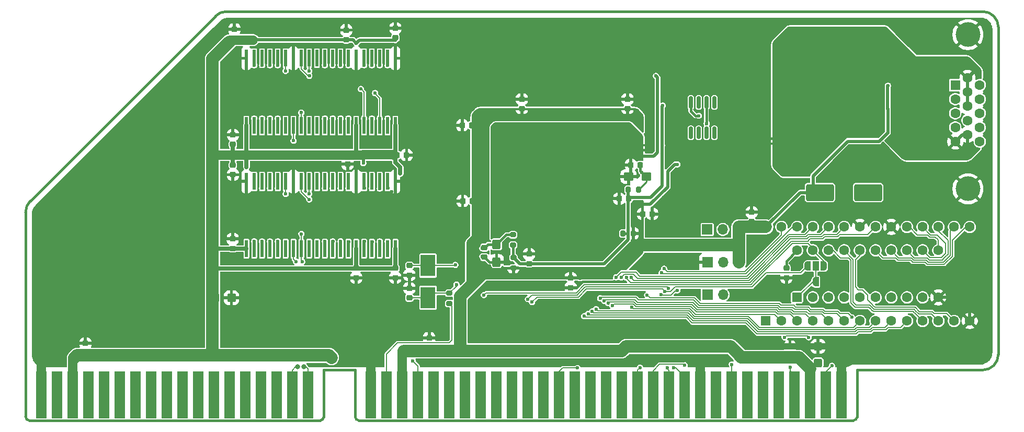
<source format=gbl>
%TF.GenerationSoftware,KiCad,Pcbnew,9.0.0*%
%TF.CreationDate,2025-03-15T00:30:19+03:00*%
%TF.ProjectId,GD542x,47443534-3278-42e6-9b69-6361645f7063,rev?*%
%TF.SameCoordinates,Original*%
%TF.FileFunction,Copper,L2,Bot*%
%TF.FilePolarity,Positive*%
%FSLAX46Y46*%
G04 Gerber Fmt 4.6, Leading zero omitted, Abs format (unit mm)*
G04 Created by KiCad (PCBNEW 9.0.0) date 2025-03-15 00:30:19*
%MOMM*%
%LPD*%
G01*
G04 APERTURE LIST*
G04 Aperture macros list*
%AMRoundRect*
0 Rectangle with rounded corners*
0 $1 Rounding radius*
0 $2 $3 $4 $5 $6 $7 $8 $9 X,Y pos of 4 corners*
0 Add a 4 corners polygon primitive as box body*
4,1,4,$2,$3,$4,$5,$6,$7,$8,$9,$2,$3,0*
0 Add four circle primitives for the rounded corners*
1,1,$1+$1,$2,$3*
1,1,$1+$1,$4,$5*
1,1,$1+$1,$6,$7*
1,1,$1+$1,$8,$9*
0 Add four rect primitives between the rounded corners*
20,1,$1+$1,$2,$3,$4,$5,0*
20,1,$1+$1,$4,$5,$6,$7,0*
20,1,$1+$1,$6,$7,$8,$9,0*
20,1,$1+$1,$8,$9,$2,$3,0*%
%AMFreePoly0*
4,1,23,0.550000,-0.750000,0.000000,-0.750000,0.000000,-0.745722,-0.065263,-0.745722,-0.191342,-0.711940,-0.304381,-0.646677,-0.396677,-0.554381,-0.461940,-0.441342,-0.495722,-0.315263,-0.495722,-0.250000,-0.500000,-0.250000,-0.500000,0.250000,-0.495722,0.250000,-0.495722,0.315263,-0.461940,0.441342,-0.396677,0.554381,-0.304381,0.646677,-0.191342,0.711940,-0.065263,0.745722,0.000000,0.745722,
0.000000,0.750000,0.550000,0.750000,0.550000,-0.750000,0.550000,-0.750000,$1*%
%AMFreePoly1*
4,1,23,0.000000,0.745722,0.065263,0.745722,0.191342,0.711940,0.304381,0.646677,0.396677,0.554381,0.461940,0.441342,0.495722,0.315263,0.495722,0.250000,0.500000,0.250000,0.500000,-0.250000,0.495722,-0.250000,0.495722,-0.315263,0.461940,-0.441342,0.396677,-0.554381,0.304381,-0.646677,0.191342,-0.711940,0.065263,-0.745722,0.000000,-0.745722,0.000000,-0.750000,-0.550000,-0.750000,
-0.550000,0.750000,0.000000,0.750000,0.000000,0.745722,0.000000,0.745722,$1*%
%AMFreePoly2*
4,1,23,0.500000,-0.750000,0.000000,-0.750000,0.000000,-0.745722,-0.065263,-0.745722,-0.191342,-0.711940,-0.304381,-0.646677,-0.396677,-0.554381,-0.461940,-0.441342,-0.495722,-0.315263,-0.495722,-0.250000,-0.500000,-0.250000,-0.500000,0.250000,-0.495722,0.250000,-0.495722,0.315263,-0.461940,0.441342,-0.396677,0.554381,-0.304381,0.646677,-0.191342,0.711940,-0.065263,0.745722,0.000000,0.745722,
0.000000,0.750000,0.500000,0.750000,0.500000,-0.750000,0.500000,-0.750000,$1*%
%AMFreePoly3*
4,1,23,0.000000,0.745722,0.065263,0.745722,0.191342,0.711940,0.304381,0.646677,0.396677,0.554381,0.461940,0.441342,0.495722,0.315263,0.495722,0.250000,0.500000,0.250000,0.500000,-0.250000,0.495722,-0.250000,0.495722,-0.315263,0.461940,-0.441342,0.396677,-0.554381,0.304381,-0.646677,0.191342,-0.711940,0.065263,-0.745722,0.000000,-0.745722,0.000000,-0.750000,-0.500000,-0.750000,
-0.500000,0.750000,0.000000,0.750000,0.000000,0.745722,0.000000,0.745722,$1*%
G04 Aperture macros list end*
%TA.AperFunction,EtchedComponent*%
%ADD10C,0.000000*%
%TD*%
%TA.AperFunction,ComponentPad*%
%ADD11R,1.700000X1.700000*%
%TD*%
%TA.AperFunction,ComponentPad*%
%ADD12O,1.700000X1.700000*%
%TD*%
%TA.AperFunction,ComponentPad*%
%ADD13RoundRect,0.250000X2.000000X1.100000X-2.000000X1.100000X-2.000000X-1.100000X2.000000X-1.100000X0*%
%TD*%
%TA.AperFunction,ComponentPad*%
%ADD14RoundRect,0.250000X-2.000000X-1.100000X2.000000X-1.100000X2.000000X1.100000X-2.000000X1.100000X0*%
%TD*%
%TA.AperFunction,ConnectorPad*%
%ADD15R,1.780000X7.620000*%
%TD*%
%TA.AperFunction,ComponentPad*%
%ADD16C,4.000000*%
%TD*%
%TA.AperFunction,ComponentPad*%
%ADD17R,1.600000X1.600000*%
%TD*%
%TA.AperFunction,ComponentPad*%
%ADD18C,1.600000*%
%TD*%
%TA.AperFunction,ComponentPad*%
%ADD19RoundRect,0.250000X0.550000X-0.550000X0.550000X0.550000X-0.550000X0.550000X-0.550000X-0.550000X0*%
%TD*%
%TA.AperFunction,SMDPad,CuDef*%
%ADD20RoundRect,0.225000X0.250000X-0.225000X0.250000X0.225000X-0.250000X0.225000X-0.250000X-0.225000X0*%
%TD*%
%TA.AperFunction,SMDPad,CuDef*%
%ADD21RoundRect,0.250000X-0.425000X0.537500X-0.425000X-0.537500X0.425000X-0.537500X0.425000X0.537500X0*%
%TD*%
%TA.AperFunction,SMDPad,CuDef*%
%ADD22RoundRect,0.225000X-0.250000X0.225000X-0.250000X-0.225000X0.250000X-0.225000X0.250000X0.225000X0*%
%TD*%
%TA.AperFunction,SMDPad,CuDef*%
%ADD23RoundRect,0.225000X0.225000X0.250000X-0.225000X0.250000X-0.225000X-0.250000X0.225000X-0.250000X0*%
%TD*%
%TA.AperFunction,SMDPad,CuDef*%
%ADD24RoundRect,0.225000X-0.225000X-0.250000X0.225000X-0.250000X0.225000X0.250000X-0.225000X0.250000X0*%
%TD*%
%TA.AperFunction,SMDPad,CuDef*%
%ADD25RoundRect,0.200000X0.200000X0.275000X-0.200000X0.275000X-0.200000X-0.275000X0.200000X-0.275000X0*%
%TD*%
%TA.AperFunction,SMDPad,CuDef*%
%ADD26RoundRect,0.200000X0.275000X-0.200000X0.275000X0.200000X-0.275000X0.200000X-0.275000X-0.200000X0*%
%TD*%
%TA.AperFunction,SMDPad,CuDef*%
%ADD27RoundRect,0.200000X-0.275000X0.200000X-0.275000X-0.200000X0.275000X-0.200000X0.275000X0.200000X0*%
%TD*%
%TA.AperFunction,SMDPad,CuDef*%
%ADD28RoundRect,0.250000X-0.450000X-0.425000X0.450000X-0.425000X0.450000X0.425000X-0.450000X0.425000X0*%
%TD*%
%TA.AperFunction,SMDPad,CuDef*%
%ADD29RoundRect,0.250000X0.425000X-0.450000X0.425000X0.450000X-0.425000X0.450000X-0.425000X-0.450000X0*%
%TD*%
%TA.AperFunction,SMDPad,CuDef*%
%ADD30RoundRect,0.250000X0.537500X0.425000X-0.537500X0.425000X-0.537500X-0.425000X0.537500X-0.425000X0*%
%TD*%
%TA.AperFunction,SMDPad,CuDef*%
%ADD31R,1.000000X1.500000*%
%TD*%
%TA.AperFunction,SMDPad,CuDef*%
%ADD32R,0.508000X2.778000*%
%TD*%
%TA.AperFunction,SMDPad,CuDef*%
%ADD33RoundRect,0.150000X-0.150000X0.825000X-0.150000X-0.825000X0.150000X-0.825000X0.150000X0.825000X0*%
%TD*%
%TA.AperFunction,SMDPad,CuDef*%
%ADD34FreePoly0,180.000000*%
%TD*%
%TA.AperFunction,SMDPad,CuDef*%
%ADD35FreePoly1,180.000000*%
%TD*%
%TA.AperFunction,SMDPad,CuDef*%
%ADD36FreePoly2,180.000000*%
%TD*%
%TA.AperFunction,SMDPad,CuDef*%
%ADD37FreePoly3,180.000000*%
%TD*%
%TA.AperFunction,SMDPad,CuDef*%
%ADD38R,2.400000X3.500000*%
%TD*%
%TA.AperFunction,ViaPad*%
%ADD39C,0.600000*%
%TD*%
%TA.AperFunction,ViaPad*%
%ADD40C,0.800000*%
%TD*%
%TA.AperFunction,Conductor*%
%ADD41C,0.200000*%
%TD*%
%TA.AperFunction,Conductor*%
%ADD42C,1.524000*%
%TD*%
%TA.AperFunction,Conductor*%
%ADD43C,2.032000*%
%TD*%
%TA.AperFunction,Conductor*%
%ADD44C,0.508000*%
%TD*%
%TA.AperFunction,Conductor*%
%ADD45C,0.635000*%
%TD*%
%TA.AperFunction,Conductor*%
%ADD46C,0.381000*%
%TD*%
%TA.AperFunction,Conductor*%
%ADD47C,1.016000*%
%TD*%
%TA.AperFunction,Conductor*%
%ADD48C,0.250000*%
%TD*%
%TA.AperFunction,Profile*%
%ADD49C,0.381000*%
%TD*%
G04 APERTURE END LIST*
D10*
%TA.AperFunction,EtchedComponent*%
%TO.C,JP4*%
G36*
X194725000Y-68825000D02*
G01*
X194225000Y-68825000D01*
X194225000Y-68425000D01*
X194725000Y-68425000D01*
X194725000Y-68825000D01*
G37*
%TD.AperFunction*%
%TA.AperFunction,EtchedComponent*%
G36*
X194725000Y-69625000D02*
G01*
X194225000Y-69625000D01*
X194225000Y-69225000D01*
X194725000Y-69225000D01*
X194725000Y-69625000D01*
G37*
%TD.AperFunction*%
%TA.AperFunction,EtchedComponent*%
%TO.C,JP6*%
G36*
X174075000Y-69875000D02*
G01*
X173575000Y-69875000D01*
X173575000Y-69475000D01*
X174075000Y-69475000D01*
X174075000Y-69875000D01*
G37*
%TD.AperFunction*%
%TA.AperFunction,EtchedComponent*%
G36*
X174075000Y-70675000D02*
G01*
X173575000Y-70675000D01*
X173575000Y-70275000D01*
X174075000Y-70275000D01*
X174075000Y-70675000D01*
G37*
%TD.AperFunction*%
%TD*%
D11*
%TO.P,JP2,1,1*%
%TO.N,/0WS*%
X184075000Y-93925000D03*
D12*
%TO.P,JP2,2,2*%
%TO.N,Net-(J1-UNUSED)*%
X186615000Y-93925000D03*
%TD*%
D13*
%TO.P,D2,1,K*%
%TO.N,Net-(D2-K)*%
X210075000Y-77350000D03*
D14*
%TO.P,D2,2,A*%
%TO.N,VCC*%
X202275000Y-77350000D03*
%TD*%
D15*
%TO.P,J1,1,GND*%
%TO.N,GND*%
X205765900Y-110177580D03*
%TO.P,J1,2,RESET*%
%TO.N,/RESET*%
X203225900Y-110177580D03*
%TO.P,J1,3,+5V*%
%TO.N,VCC*%
X200685900Y-110177580D03*
%TO.P,J1,4,IRQ2*%
%TO.N,Net-(J1-IRQ2)*%
X198145900Y-110177580D03*
%TO.P,J1,5,-5V*%
%TO.N,unconnected-(J1--5V-Pad5)*%
X195605900Y-110177580D03*
%TO.P,J1,6,DRQ2*%
%TO.N,unconnected-(J1-DRQ2-Pad6)*%
X193065900Y-110177580D03*
%TO.P,J1,7,-12V*%
%TO.N,unconnected-(J1--12V-Pad7)*%
X190525900Y-110177580D03*
%TO.P,J1,8,UNUSED*%
%TO.N,Net-(J1-UNUSED)*%
X187985900Y-110177580D03*
%TO.P,J1,9,+12V*%
%TO.N,unconnected-(J1-+12V-Pad9)*%
X185445900Y-110177580D03*
%TO.P,J1,10,GND*%
%TO.N,GND*%
X182905900Y-110177580D03*
%TO.P,J1,11,~{SMEMW}*%
%TO.N,/~{MEMW}*%
X180365900Y-110177580D03*
%TO.P,J1,12,~{SMEMR}*%
%TO.N,/~{MEMR}*%
X177825900Y-110177580D03*
%TO.P,J1,13,~{IOW}*%
%TO.N,/~{IOW}*%
X175285900Y-110177580D03*
%TO.P,J1,14,~{IOR}*%
%TO.N,/~{IOR}*%
X172745900Y-110177580D03*
%TO.P,J1,15,~{DACK3}*%
%TO.N,unconnected-(J1-~{DACK3}-Pad15)*%
X170205900Y-110177580D03*
%TO.P,J1,16,DRQ3*%
%TO.N,unconnected-(J1-DRQ3-Pad16)*%
X167665900Y-110177580D03*
%TO.P,J1,17,~{DACK1}*%
%TO.N,unconnected-(J1-~{DACK1}-Pad17)*%
X165125900Y-110177580D03*
%TO.P,J1,18,DRQ1*%
%TO.N,unconnected-(J1-DRQ1-Pad18)*%
X162585900Y-110177580D03*
%TO.P,J1,19,~{REFRESH}*%
%TO.N,/~{REFRESH}*%
X160045900Y-110177580D03*
%TO.P,J1,20,CLK*%
%TO.N,unconnected-(J1-CLK-Pad20)*%
X157505900Y-110177580D03*
%TO.P,J1,21,IRQ7*%
%TO.N,unconnected-(J1-IRQ7-Pad21)*%
X154965900Y-110177580D03*
%TO.P,J1,22,IRQ6*%
%TO.N,unconnected-(J1-IRQ6-Pad22)*%
X152425900Y-110177580D03*
%TO.P,J1,23,IRQ5*%
%TO.N,unconnected-(J1-IRQ5-Pad23)*%
X149885900Y-110177580D03*
%TO.P,J1,24,IRQ4*%
%TO.N,unconnected-(J1-IRQ4-Pad24)*%
X147345900Y-110177580D03*
%TO.P,J1,25,IRQ3*%
%TO.N,unconnected-(J1-IRQ3-Pad25)*%
X144805900Y-110177580D03*
%TO.P,J1,26,~{DACK2}*%
%TO.N,unconnected-(J1-~{DACK2}-Pad26)*%
X142265900Y-110177580D03*
%TO.P,J1,27,TC*%
%TO.N,unconnected-(J1-TC-Pad27)*%
X139725900Y-110177580D03*
%TO.P,J1,28,ALE*%
%TO.N,/BALE*%
X137185900Y-110177580D03*
%TO.P,J1,29,VCC*%
%TO.N,VCC*%
X134645900Y-110177580D03*
%TO.P,J1,30,OSC*%
%TO.N,/BOSC*%
X132105900Y-110177580D03*
%TO.P,J1,31,GND*%
%TO.N,GND*%
X129565900Y-110177580D03*
%TO.P,J1,63,~{MEMCS16}*%
%TO.N,/~{MCS16}*%
X119405900Y-110177580D03*
%TO.P,J1,64,~{IOCS16}*%
%TO.N,/~{IOCS16}*%
X116865900Y-110177580D03*
%TO.P,J1,65,IRQ10*%
%TO.N,unconnected-(J1-IRQ10-Pad65)*%
X114325900Y-110177580D03*
%TO.P,J1,66,IRQ11*%
%TO.N,unconnected-(J1-IRQ11-Pad66)*%
X111785900Y-110177580D03*
%TO.P,J1,67,IRQ12*%
%TO.N,unconnected-(J1-IRQ12-Pad67)*%
X109245900Y-110177580D03*
%TO.P,J1,68,IRQ15*%
%TO.N,unconnected-(J1-IRQ15-Pad68)*%
X106705900Y-110177580D03*
%TO.P,J1,69,IRQ14*%
%TO.N,unconnected-(J1-IRQ14-Pad69)*%
X104165900Y-110177580D03*
%TO.P,J1,70,~{DACK0}*%
%TO.N,unconnected-(J1-~{DACK0}-Pad70)*%
X101625900Y-110177580D03*
%TO.P,J1,71,DRQ0*%
%TO.N,unconnected-(J1-DRQ0-Pad71)*%
X99085900Y-110177580D03*
%TO.P,J1,72,~{DACK5}*%
%TO.N,unconnected-(J1-~{DACK5}-Pad72)*%
X96545900Y-110177580D03*
%TO.P,J1,73,DRQ5*%
%TO.N,unconnected-(J1-DRQ5-Pad73)*%
X94005900Y-110177580D03*
%TO.P,J1,74,~{DACK6}*%
%TO.N,unconnected-(J1-~{DACK6}-Pad74)*%
X91465900Y-110177580D03*
%TO.P,J1,75,DRQ6*%
%TO.N,unconnected-(J1-DRQ6-Pad75)*%
X88925900Y-110177580D03*
%TO.P,J1,76,~{DACK7}*%
%TO.N,unconnected-(J1-~{DACK7}-Pad76)*%
X86385900Y-110177580D03*
%TO.P,J1,77,DRQ7*%
%TO.N,unconnected-(J1-DRQ7-Pad77)*%
X83845900Y-110177580D03*
%TO.P,J1,78,+5V*%
%TO.N,VCC*%
X81305900Y-110177580D03*
%TO.P,J1,79,MASTER*%
%TO.N,unconnected-(J1-MASTER-Pad79)*%
X78765900Y-110177580D03*
%TO.P,J1,80,GND*%
%TO.N,GND*%
X76225900Y-110177580D03*
%TD*%
D11*
%TO.P,JP1,1,A*%
%TO.N,GND*%
X184075000Y-88675000D03*
D12*
%TO.P,JP1,2,C*%
%TO.N,Net-(JP1-C)*%
X186615000Y-88675000D03*
%TO.P,JP1,3,B*%
%TO.N,VCC*%
X189155000Y-88675000D03*
%TD*%
D16*
%TO.P,J2,0*%
%TO.N,GND*%
X226240000Y-76750000D03*
X226240000Y-51750000D03*
D17*
%TO.P,J2,1*%
%TO.N,Net-(C22-Pad1)*%
X224190000Y-59935000D03*
D18*
%TO.P,J2,2*%
%TO.N,Net-(C23-Pad1)*%
X224190000Y-62225000D03*
%TO.P,J2,3*%
%TO.N,Net-(C26-Pad1)*%
X224190000Y-64515000D03*
%TO.P,J2,4*%
%TO.N,unconnected-(J2-Pad4)*%
X224190000Y-66805000D03*
%TO.P,J2,5*%
%TO.N,GNDA*%
X224190000Y-69095000D03*
%TO.P,J2,6*%
X226170000Y-58790000D03*
%TO.P,J2,7*%
X226170000Y-61080000D03*
%TO.P,J2,8*%
X226170000Y-63370000D03*
%TO.P,J2,9*%
%TO.N,Net-(C28-Pad1)*%
X226170000Y-65660000D03*
%TO.P,J2,10*%
%TO.N,GNDA*%
X226170000Y-67950000D03*
%TO.P,J2,11*%
%TO.N,unconnected-(J2-Pad11)*%
X228150000Y-59935000D03*
%TO.P,J2,12*%
%TO.N,unconnected-(J2-Pad12)*%
X228150000Y-62225000D03*
%TO.P,J2,13*%
%TO.N,Net-(C27-Pad1)*%
X228150000Y-64515000D03*
%TO.P,J2,14*%
%TO.N,Net-(C25-Pad1)*%
X228150000Y-66805000D03*
%TO.P,J2,15*%
%TO.N,unconnected-(J2-Pad15)*%
X228150000Y-69095000D03*
%TD*%
D19*
%TO.P,U9,1,G1*%
%TO.N,Net-(JP3-C)*%
X198580000Y-94345000D03*
D18*
%TO.P,U9,2,A0*%
%TO.N,/SD0*%
X201120000Y-94345000D03*
%TO.P,U9,3,A1*%
%TO.N,/SD1*%
X203660000Y-94345000D03*
%TO.P,U9,4,A2*%
%TO.N,/SD2*%
X206200000Y-94345000D03*
%TO.P,U9,5,A3*%
%TO.N,/SD3*%
X208740000Y-94345000D03*
%TO.P,U9,6,A4*%
%TO.N,/SD4*%
X211280000Y-94345000D03*
%TO.P,U9,7,A5*%
%TO.N,/SD5*%
X213820000Y-94345000D03*
%TO.P,U9,8,A6*%
%TO.N,/SD6*%
X216360000Y-94345000D03*
%TO.P,U9,9,A7*%
%TO.N,/SD7*%
X218900000Y-94345000D03*
%TO.P,U9,10,GND*%
%TO.N,GND*%
X221440000Y-94345000D03*
%TO.P,U9,11,Y7*%
%TO.N,Net-(U6-D7)*%
X221440000Y-86725000D03*
%TO.P,U9,12,Y6*%
%TO.N,Net-(U6-D6)*%
X218900000Y-86725000D03*
%TO.P,U9,13,Y5*%
%TO.N,Net-(U6-D5)*%
X216360000Y-86725000D03*
%TO.P,U9,14,Y4*%
%TO.N,Net-(U6-D4)*%
X213820000Y-86725000D03*
%TO.P,U9,15,Y3*%
%TO.N,Net-(U6-D3)*%
X211280000Y-86725000D03*
%TO.P,U9,16,Y2*%
%TO.N,Net-(U6-D2)*%
X208740000Y-86725000D03*
%TO.P,U9,17,Y1*%
%TO.N,Net-(U6-D1)*%
X206200000Y-86725000D03*
%TO.P,U9,18,Y0*%
%TO.N,Net-(U6-D0)*%
X203660000Y-86725000D03*
%TO.P,U9,19,G2*%
%TO.N,/~{EROM}*%
X201120000Y-86725000D03*
%TO.P,U9,20,VCC*%
%TO.N,VCC*%
X198580000Y-86725000D03*
%TD*%
D11*
%TO.P,JP9,1,1*%
%TO.N,/IRQ2*%
X184022500Y-83337400D03*
D12*
%TO.P,JP9,2,2*%
%TO.N,Net-(J1-IRQ2)*%
X186562500Y-83337400D03*
%TD*%
D19*
%TO.P,U6,1,A15*%
%TO.N,Net-(JP1-C)*%
X193510000Y-98165000D03*
D18*
%TO.P,U6,2,A12*%
%TO.N,/SA12*%
X196050000Y-98165000D03*
%TO.P,U6,3,A7*%
%TO.N,/SA7*%
X198590000Y-98165000D03*
%TO.P,U6,4,A6*%
%TO.N,/SA6*%
X201130000Y-98165000D03*
%TO.P,U6,5,A5*%
%TO.N,/SA5*%
X203670000Y-98165000D03*
%TO.P,U6,6,A4*%
%TO.N,/SA4*%
X206210000Y-98165000D03*
%TO.P,U6,7,A3*%
%TO.N,/SA3*%
X208750000Y-98165000D03*
%TO.P,U6,8,A2*%
%TO.N,/SA2*%
X211290000Y-98165000D03*
%TO.P,U6,9,A1*%
%TO.N,/SA1*%
X213830000Y-98165000D03*
%TO.P,U6,10,A0*%
%TO.N,/SA0*%
X216370000Y-98165000D03*
%TO.P,U6,11,D0*%
%TO.N,Net-(U6-D0)*%
X218910000Y-98165000D03*
%TO.P,U6,12,D1*%
%TO.N,Net-(U6-D1)*%
X221450000Y-98165000D03*
%TO.P,U6,13,D2*%
%TO.N,Net-(U6-D2)*%
X223990000Y-98165000D03*
%TO.P,U6,14,GND*%
%TO.N,GND*%
X226530000Y-98165000D03*
%TO.P,U6,15,D3*%
%TO.N,Net-(U6-D3)*%
X226530000Y-82925000D03*
%TO.P,U6,16,D4*%
%TO.N,Net-(U6-D4)*%
X223990000Y-82925000D03*
%TO.P,U6,17,D5*%
%TO.N,Net-(U6-D5)*%
X221450000Y-82925000D03*
%TO.P,U6,18,D6*%
%TO.N,Net-(U6-D6)*%
X218910000Y-82925000D03*
%TO.P,U6,19,D7*%
%TO.N,Net-(U6-D7)*%
X216370000Y-82925000D03*
%TO.P,U6,20,~{CE}*%
%TO.N,GND*%
X213830000Y-82925000D03*
%TO.P,U6,21,A10*%
%TO.N,/SA10*%
X211290000Y-82925000D03*
%TO.P,U6,22,~{OE}*%
%TO.N,GND*%
X208750000Y-82925000D03*
%TO.P,U6,23,A11*%
%TO.N,/SA11*%
X206210000Y-82925000D03*
%TO.P,U6,24,A9*%
%TO.N,/SA9*%
X203670000Y-82925000D03*
%TO.P,U6,25,A8*%
%TO.N,/SA8*%
X201130000Y-82925000D03*
%TO.P,U6,26,A13*%
%TO.N,/SA13*%
X198590000Y-82925000D03*
%TO.P,U6,27,A14*%
%TO.N,/SA14*%
X196050000Y-82925000D03*
%TO.P,U6,28,VCC*%
%TO.N,VCC*%
X193510000Y-82925000D03*
%TD*%
D20*
%TO.P,C44,1*%
%TO.N,DACVDD*%
X155200000Y-88875000D03*
%TO.P,C44,2*%
%TO.N,DACVSS*%
X155200000Y-87325000D03*
%TD*%
D21*
%TO.P,C41,1*%
%TO.N,MFILVDD*%
X149925000Y-85737500D03*
%TO.P,C41,2*%
%TO.N,DACVSS*%
X149925000Y-88612500D03*
%TD*%
D22*
%TO.P,C45,1*%
%TO.N,MFILVDD*%
X147975000Y-86275000D03*
%TO.P,C45,2*%
%TO.N,DACVSS*%
X147975000Y-87825000D03*
%TD*%
D23*
%TO.P,C36,1*%
%TO.N,VFILVDD*%
X173200000Y-72875000D03*
%TO.P,C36,2*%
%TO.N,DACVSS*%
X171650000Y-72875000D03*
%TD*%
%TO.P,C35,1*%
%TO.N,DACVDD*%
X171300000Y-78350000D03*
%TO.P,C35,2*%
%TO.N,DACVSS*%
X169750000Y-78350000D03*
%TD*%
D20*
%TO.P,C47,1*%
%TO.N,VCC*%
X125590000Y-52565000D03*
%TO.P,C47,2*%
%TO.N,GND*%
X125590000Y-51015000D03*
%TD*%
D24*
%TO.P,C4,1*%
%TO.N,VCC*%
X133815000Y-71280000D03*
%TO.P,C4,2*%
%TO.N,GND*%
X135365000Y-71280000D03*
%TD*%
D20*
%TO.P,C51,1*%
%TO.N,VCC*%
X83375000Y-103350000D03*
%TO.P,C51,2*%
%TO.N,GND*%
X83375000Y-101800000D03*
%TD*%
%TO.P,C40,1*%
%TO.N,VCC*%
X154025000Y-63750000D03*
%TO.P,C40,2*%
%TO.N,GND*%
X154025000Y-62200000D03*
%TD*%
%TO.P,C3,1*%
%TO.N,VCC*%
X133550000Y-52265000D03*
%TO.P,C3,2*%
%TO.N,GND*%
X133550000Y-50715000D03*
%TD*%
D24*
%TO.P,C37,1*%
%TO.N,VCC*%
X173600000Y-80825000D03*
%TO.P,C37,2*%
%TO.N,GND*%
X175150000Y-80825000D03*
%TD*%
D20*
%TO.P,C33,1*%
%TO.N,VCC*%
X197425000Y-103800000D03*
%TO.P,C33,2*%
%TO.N,GND*%
X197425000Y-102250000D03*
%TD*%
%TO.P,C49,1*%
%TO.N,VCC*%
X139025000Y-102450000D03*
%TO.P,C49,2*%
%TO.N,GND*%
X139025000Y-100900000D03*
%TD*%
%TO.P,C39,1*%
%TO.N,VCC*%
X191225000Y-82075000D03*
%TO.P,C39,2*%
%TO.N,GND*%
X191225000Y-80525000D03*
%TD*%
D25*
%TO.P,R28,1*%
%TO.N,VFILVDD*%
X172875000Y-76875000D03*
%TO.P,R28,2*%
%TO.N,DACVDD*%
X171225000Y-76875000D03*
%TD*%
D26*
%TO.P,R29,1*%
%TO.N,VCC*%
X152650000Y-89550000D03*
%TO.P,R29,2*%
%TO.N,DACVDD*%
X152650000Y-87900000D03*
%TD*%
D25*
%TO.P,R27,1*%
%TO.N,VCC*%
X172050000Y-83975000D03*
%TO.P,R27,2*%
%TO.N,DACVDD*%
X170400000Y-83975000D03*
%TD*%
D22*
%TO.P,C2,1*%
%TO.N,VCC*%
X107250000Y-72915000D03*
%TO.P,C2,2*%
%TO.N,GND*%
X107250000Y-74465000D03*
%TD*%
D23*
%TO.P,C43,1*%
%TO.N,VCC*%
X145900000Y-66450000D03*
%TO.P,C43,2*%
%TO.N,GND*%
X144350000Y-66450000D03*
%TD*%
D20*
%TO.P,C34,1*%
%TO.N,VCC*%
X171125000Y-63750000D03*
%TO.P,C34,2*%
%TO.N,GND*%
X171125000Y-62200000D03*
%TD*%
D22*
%TO.P,C46,1*%
%TO.N,VCC*%
X161925000Y-91225000D03*
%TO.P,C46,2*%
%TO.N,GND*%
X161925000Y-92775000D03*
%TD*%
D23*
%TO.P,C42,1*%
%TO.N,VCC*%
X145975000Y-78725000D03*
%TO.P,C42,2*%
%TO.N,GND*%
X144425000Y-78725000D03*
%TD*%
D27*
%TO.P,R30,1*%
%TO.N,MFILVDD*%
X152600000Y-84200000D03*
%TO.P,R30,2*%
%TO.N,DACVDD*%
X152600000Y-85850000D03*
%TD*%
D28*
%TO.P,C50,1*%
%TO.N,VCC*%
X104302500Y-94410000D03*
%TO.P,C50,2*%
%TO.N,GND*%
X107002500Y-94410000D03*
%TD*%
D29*
%TO.P,C32,1*%
%TO.N,VCC*%
X201975000Y-104975000D03*
%TO.P,C32,2*%
%TO.N,GND*%
X201975000Y-102275000D03*
%TD*%
D20*
%TO.P,C1,1*%
%TO.N,VCC*%
X107490000Y-52425000D03*
%TO.P,C1,2*%
%TO.N,GND*%
X107490000Y-50875000D03*
%TD*%
D22*
%TO.P,C31,1*%
%TO.N,VCC*%
X196850000Y-89600000D03*
%TO.P,C31,2*%
%TO.N,GND*%
X196850000Y-91150000D03*
%TD*%
D30*
%TO.P,C38,1*%
%TO.N,VFILVDD*%
X174150000Y-74750000D03*
%TO.P,C38,2*%
%TO.N,DACVSS*%
X171275000Y-74750000D03*
%TD*%
D22*
%TO.P,C48,1*%
%TO.N,VCC*%
X125820000Y-71205000D03*
%TO.P,C48,2*%
%TO.N,GND*%
X125820000Y-72755000D03*
%TD*%
D31*
%TO.P,JP4,1,A*%
%TO.N,GNDA*%
X195125000Y-69025000D03*
%TO.P,JP4,2,B*%
%TO.N,GND*%
X193825000Y-69025000D03*
%TD*%
D22*
%TO.P,C57,1*%
%TO.N,Net-(U3-XTAL)*%
X135813800Y-89191800D03*
%TO.P,C57,2*%
%TO.N,GND*%
X135813800Y-90741800D03*
%TD*%
D32*
%TO.P,U7,1,VCC*%
%TO.N,VCC*%
X133560000Y-86456000D03*
%TO.P,U7,2,D0*%
%TO.N,/MD0*%
X132290000Y-86456000D03*
%TO.P,U7,3,D1*%
%TO.N,/MD1*%
X131020000Y-86456000D03*
%TO.P,U7,4,D2*%
%TO.N,/MD2*%
X129750000Y-86456000D03*
%TO.P,U7,5,D3*%
%TO.N,/MD3*%
X128480000Y-86456000D03*
%TO.P,U7,6,VCC*%
%TO.N,VCC*%
X127210000Y-86456000D03*
%TO.P,U7,7,D4*%
%TO.N,/MD4*%
X125940000Y-86456000D03*
%TO.P,U7,8,D5*%
%TO.N,/MD5*%
X124670000Y-86456000D03*
%TO.P,U7,9,D6*%
%TO.N,/MD6*%
X123400000Y-86456000D03*
%TO.P,U7,10,D7*%
%TO.N,/MD7*%
X122130000Y-86456000D03*
%TO.P,U7,11,NC*%
%TO.N,unconnected-(U7-NC-Pad11)*%
X120860000Y-86456000D03*
%TO.P,U7,12,NC*%
%TO.N,unconnected-(U7-NC-Pad12)*%
X119590000Y-86456000D03*
%TO.P,U7,13,/WE*%
%TO.N,/~{WE}*%
X118320000Y-86456000D03*
%TO.P,U7,14,/RAS*%
%TO.N,/~{RAS1}*%
X117050000Y-86456000D03*
%TO.P,U7,15,NC*%
%TO.N,unconnected-(U7-NC-Pad15)*%
X115780000Y-86456000D03*
%TO.P,U7,16,A0*%
%TO.N,/MA6*%
X114510000Y-86456000D03*
%TO.P,U7,17,A1*%
%TO.N,/MA4*%
X113240000Y-86456000D03*
%TO.P,U7,18,A2*%
%TO.N,/MA2*%
X111970000Y-86456000D03*
%TO.P,U7,19,A3*%
%TO.N,/MA0*%
X110700000Y-86456000D03*
%TO.P,U7,20,VCC*%
%TO.N,VCC*%
X109430000Y-86456000D03*
%TO.P,U7,21,GND*%
%TO.N,GND*%
X109430000Y-75550000D03*
%TO.P,U7,22,A4*%
%TO.N,/MA1*%
X110700000Y-75550000D03*
%TO.P,U7,23,A5*%
%TO.N,/MA3*%
X111970000Y-75550000D03*
%TO.P,U7,24,A6*%
%TO.N,/MA5*%
X113240000Y-75550000D03*
%TO.P,U7,25,A7*%
%TO.N,/MA7*%
X114510000Y-75550000D03*
%TO.P,U7,26,A8*%
%TO.N,/MA8*%
X115780000Y-75550000D03*
%TO.P,U7,27,/OE*%
%TO.N,GND*%
X117050000Y-75550000D03*
%TO.P,U7,28,/UCAS*%
%TO.N,/~{CAS1}*%
X118320000Y-75550000D03*
%TO.P,U7,29,/LCAS*%
%TO.N,/~{CAS0}*%
X119590000Y-75550000D03*
%TO.P,U7,30,NC*%
%TO.N,unconnected-(U7-NC-Pad30)*%
X120860000Y-75550000D03*
%TO.P,U7,31,D8*%
%TO.N,/MD15*%
X122130000Y-75550000D03*
%TO.P,U7,32,D9*%
%TO.N,/MD14*%
X123400000Y-75550000D03*
%TO.P,U7,33,D10*%
%TO.N,/MD13*%
X124670000Y-75550000D03*
%TO.P,U7,34,D11*%
%TO.N,/MD12*%
X125940000Y-75550000D03*
%TO.P,U7,35,GND*%
%TO.N,GND*%
X127210000Y-75550000D03*
%TO.P,U7,36,D12*%
%TO.N,/MD11*%
X128480000Y-75550000D03*
%TO.P,U7,37,D13*%
%TO.N,/MD10*%
X129750000Y-75550000D03*
%TO.P,U7,38,D14*%
%TO.N,/MD9*%
X131020000Y-75550000D03*
%TO.P,U7,39,D15*%
%TO.N,/MD8*%
X132290000Y-75550000D03*
%TO.P,U7,40,GND*%
%TO.N,GND*%
X133560000Y-75550000D03*
%TD*%
%TO.P,U8,1,VCC*%
%TO.N,VCC*%
X133550000Y-66490000D03*
%TO.P,U8,2,D0*%
%TO.N,/MD16*%
X132280000Y-66490000D03*
%TO.P,U8,3,D1*%
%TO.N,/MD17*%
X131010000Y-66490000D03*
%TO.P,U8,4,D2*%
%TO.N,/MD18*%
X129740000Y-66490000D03*
%TO.P,U8,5,D3*%
%TO.N,/MD19*%
X128470000Y-66490000D03*
%TO.P,U8,6,VCC*%
%TO.N,VCC*%
X127200000Y-66490000D03*
%TO.P,U8,7,D4*%
%TO.N,/MD20*%
X125930000Y-66490000D03*
%TO.P,U8,8,D5*%
%TO.N,/MD21*%
X124660000Y-66490000D03*
%TO.P,U8,9,D6*%
%TO.N,/MD22*%
X123390000Y-66490000D03*
%TO.P,U8,10,D7*%
%TO.N,/MD23*%
X122120000Y-66490000D03*
%TO.P,U8,11,NC*%
%TO.N,unconnected-(U8-NC-Pad11)*%
X120850000Y-66490000D03*
%TO.P,U8,12,NC*%
%TO.N,unconnected-(U8-NC-Pad12)*%
X119580000Y-66490000D03*
%TO.P,U8,13,/WE*%
%TO.N,/~{WE}*%
X118310000Y-66490000D03*
%TO.P,U8,14,/RAS*%
%TO.N,/~{RAS1}*%
X117040000Y-66490000D03*
%TO.P,U8,15,NC*%
%TO.N,unconnected-(U8-NC-Pad15)*%
X115770000Y-66490000D03*
%TO.P,U8,16,A0*%
%TO.N,/MA6*%
X114500000Y-66490000D03*
%TO.P,U8,17,A1*%
%TO.N,/MA4*%
X113230000Y-66490000D03*
%TO.P,U8,18,A2*%
%TO.N,/MA2*%
X111960000Y-66490000D03*
%TO.P,U8,19,A3*%
%TO.N,/MA0*%
X110690000Y-66490000D03*
%TO.P,U8,20,VCC*%
%TO.N,VCC*%
X109420000Y-66490000D03*
%TO.P,U8,21,GND*%
%TO.N,GND*%
X109420000Y-55584000D03*
%TO.P,U8,22,A4*%
%TO.N,/MA1*%
X110690000Y-55584000D03*
%TO.P,U8,23,A5*%
%TO.N,/MA3*%
X111960000Y-55584000D03*
%TO.P,U8,24,A6*%
%TO.N,/MA5*%
X113230000Y-55584000D03*
%TO.P,U8,25,A7*%
%TO.N,/MA7*%
X114500000Y-55584000D03*
%TO.P,U8,26,A8*%
%TO.N,/MA8*%
X115770000Y-55584000D03*
%TO.P,U8,27,/OE*%
%TO.N,GND*%
X117040000Y-55584000D03*
%TO.P,U8,28,/UCAS*%
%TO.N,/~{CAS3}*%
X118310000Y-55584000D03*
%TO.P,U8,29,/LCAS*%
%TO.N,/~{CAS2}*%
X119580000Y-55584000D03*
%TO.P,U8,30,NC*%
%TO.N,unconnected-(U8-NC-Pad30)*%
X120850000Y-55584000D03*
%TO.P,U8,31,D8*%
%TO.N,/MD24*%
X122120000Y-55584000D03*
%TO.P,U8,32,D9*%
%TO.N,/MD25*%
X123390000Y-55584000D03*
%TO.P,U8,33,D10*%
%TO.N,/MD26*%
X124660000Y-55584000D03*
%TO.P,U8,34,D11*%
%TO.N,/MD27*%
X125930000Y-55584000D03*
%TO.P,U8,35,GND*%
%TO.N,GND*%
X127200000Y-55584000D03*
%TO.P,U8,36,D12*%
%TO.N,/MD28*%
X128470000Y-55584000D03*
%TO.P,U8,37,D13*%
%TO.N,/MD29*%
X129740000Y-55584000D03*
%TO.P,U8,38,D14*%
%TO.N,/MD30*%
X131010000Y-55584000D03*
%TO.P,U8,39,D15*%
%TO.N,/MD31*%
X132280000Y-55584000D03*
%TO.P,U8,40,GND*%
%TO.N,GND*%
X133550000Y-55584000D03*
%TD*%
D20*
%TO.P,C52,1*%
%TO.N,VCC*%
X107250000Y-69545000D03*
%TO.P,C52,2*%
%TO.N,GND*%
X107250000Y-67995000D03*
%TD*%
%TO.P,C53,1*%
%TO.N,VCC*%
X107210000Y-86425000D03*
%TO.P,C53,2*%
%TO.N,GND*%
X107210000Y-84875000D03*
%TD*%
D33*
%TO.P,U41,1*%
%TO.N,Net-(D1-A)*%
X181370200Y-62726800D03*
%TO.P,U41,2*%
%TO.N,Net-(R13-Pad2)*%
X182640200Y-62726800D03*
%TO.P,U41,3*%
%TO.N,IREF*%
X183910200Y-62726800D03*
%TO.P,U41,4*%
%TO.N,N/C*%
X185180200Y-62726800D03*
%TO.P,U41,5*%
X185180200Y-67676800D03*
%TO.P,U41,6*%
X183910200Y-67676800D03*
%TO.P,U41,7*%
X182640200Y-67676800D03*
%TO.P,U41,8*%
X181370200Y-67676800D03*
%TD*%
D22*
%TO.P,C54,1*%
%TO.N,VCC*%
X127200000Y-89605000D03*
%TO.P,C54,2*%
%TO.N,GND*%
X127200000Y-91155000D03*
%TD*%
D20*
%TO.P,C56,1*%
%TO.N,Net-(U3-OSC)*%
X135813800Y-94399400D03*
%TO.P,C56,2*%
%TO.N,GND*%
X135813800Y-92849400D03*
%TD*%
D27*
%TO.P,R31,1*%
%TO.N,Net-(U3-OSC)*%
X142275000Y-93675000D03*
%TO.P,R31,2*%
%TO.N,/BOSC*%
X142275000Y-95325000D03*
%TD*%
D22*
%TO.P,C55,1*%
%TO.N,VCC*%
X133530000Y-89605000D03*
%TO.P,C55,2*%
%TO.N,GND*%
X133530000Y-91155000D03*
%TD*%
D31*
%TO.P,JP6,1,A*%
%TO.N,GND*%
X174475000Y-70075000D03*
%TO.P,JP6,2,B*%
%TO.N,DACVSS*%
X173175000Y-70075000D03*
%TD*%
D34*
%TO.P,JP3,1,A*%
%TO.N,/~{EROM}*%
X202899800Y-89255600D03*
D31*
%TO.P,JP3,2,C*%
%TO.N,Net-(JP3-C)*%
X201599800Y-89255600D03*
D35*
%TO.P,JP3,3,B*%
%TO.N,/~{MEMRC}*%
X200299800Y-89255600D03*
%TD*%
D36*
%TO.P,JP8,1,A*%
%TO.N,GND*%
X202884800Y-91821000D03*
D37*
%TO.P,JP8,2,B*%
%TO.N,Net-(JP3-C)*%
X201584800Y-91821000D03*
%TD*%
D38*
%TO.P,Y1,1,1*%
%TO.N,Net-(U3-XTAL)*%
X138836400Y-89195600D03*
%TO.P,Y1,2,2*%
%TO.N,Net-(U3-OSC)*%
X138836400Y-94395600D03*
%TD*%
D39*
%TO.N,/MD16*%
X132290000Y-65360000D03*
%TO.N,/MD17*%
X131010000Y-65360000D03*
X130251200Y-61222800D03*
%TO.N,/MD18*%
X129740000Y-65370000D03*
%TO.N,/MD19*%
X127965200Y-60570200D03*
X128470000Y-65360000D03*
%TO.N,/MD20*%
X125940000Y-65340000D03*
%TO.N,/MD21*%
X124690000Y-65340000D03*
%TO.N,/MD22*%
X123410000Y-65350000D03*
%TO.N,/MD23*%
X122130000Y-65350000D03*
%TO.N,/MD24*%
X122130000Y-56700000D03*
%TO.N,/MD25*%
X123380000Y-56700000D03*
%TO.N,/MD26*%
X124670000Y-56700000D03*
%TO.N,/MD27*%
X125940000Y-56700000D03*
%TO.N,/MD28*%
X128490000Y-56700000D03*
%TO.N,/MD29*%
X129740000Y-56710000D03*
%TO.N,/MD30*%
X131010000Y-56700000D03*
%TO.N,/MD31*%
X132290000Y-56710000D03*
%TO.N,/RESET*%
X204225000Y-105425000D03*
%TO.N,/BALE*%
X136375000Y-104650500D03*
%TO.N,/SA14*%
X177051000Y-89688556D03*
%TO.N,/SA13*%
X176665365Y-90350500D03*
%TO.N,/SA12*%
X171811194Y-95951773D03*
%TO.N,/SA11*%
X171738957Y-91124500D03*
%TO.N,/SA10*%
X170930501Y-91124500D03*
%TO.N,/SA9*%
X170116815Y-91119097D03*
%TO.N,/SA8*%
X169280858Y-91099236D03*
%TO.N,/SA7*%
X168649020Y-95648478D03*
%TO.N,/SA6*%
X168002330Y-95268615D03*
%TO.N,/SA5*%
X167348064Y-94901953D03*
%TO.N,/SA4*%
X166700000Y-94488000D03*
%TO.N,/SA3*%
X166050000Y-96266000D03*
%TO.N,/SA2*%
X165390782Y-96637270D03*
%TO.N,/SA1*%
X164750000Y-97027016D03*
%TO.N,/SA0*%
X164096422Y-97394902D03*
%TO.N,/MD0*%
X132290000Y-85320000D03*
%TO.N,/MD1*%
X131010000Y-85290000D03*
%TO.N,/MD2*%
X129780000Y-85320000D03*
%TO.N,/MD3*%
X128510000Y-85300000D03*
%TO.N,/MD4*%
X125970000Y-85320000D03*
%TO.N,/MD5*%
X124680000Y-85250000D03*
%TO.N,/MD6*%
X123440000Y-85290000D03*
%TO.N,/MD7*%
X122130000Y-85300000D03*
%TO.N,VCC*%
X190112647Y-103427915D03*
X109470000Y-52650000D03*
X213260700Y-67636300D03*
X137300000Y-103000000D03*
X120850000Y-104150000D03*
X213263000Y-63865800D03*
X213286100Y-60030400D03*
X146500000Y-77300000D03*
X123250000Y-104150000D03*
X189545085Y-104095635D03*
X155650000Y-64150000D03*
X188843980Y-103439044D03*
X110510000Y-52630000D03*
X134340600Y-74295000D03*
X173250000Y-79250000D03*
X146500000Y-64950000D03*
X133530000Y-52640000D03*
X172550000Y-64300000D03*
X163450000Y-91000000D03*
X109450000Y-73210000D03*
X147200000Y-91000000D03*
X179200000Y-72800000D03*
X109480000Y-72520000D03*
X136087500Y-103000000D03*
X128350000Y-72590000D03*
X127230000Y-53140000D03*
X134875000Y-103000000D03*
X122050000Y-104150000D03*
%TO.N,Net-(D1-A)*%
X182653285Y-64899821D03*
%TO.N,MFILVDD*%
X147625000Y-86400000D03*
%TO.N,DACVSS*%
X166700000Y-66500000D03*
X173350000Y-71450000D03*
X172350000Y-74800000D03*
X173075000Y-68550000D03*
X147625000Y-87700000D03*
X171970720Y-68566379D03*
X175725000Y-58450000D03*
%TO.N,DACVDD*%
X176700000Y-69725000D03*
X176825901Y-63263089D03*
%TO.N,IREF*%
X183956325Y-66168113D03*
%TO.N,VFILVDD*%
X173450000Y-74050000D03*
%TO.N,/~{MEMW}*%
X178546030Y-105725000D03*
X154996669Y-94622640D03*
X177750500Y-92852001D03*
%TO.N,/~{MEMR}*%
X177600209Y-105725000D03*
%TO.N,/~{CAS3}*%
X119620000Y-58420000D03*
%TO.N,/~{IOR}*%
X173150000Y-105724500D03*
%TO.N,/~{CAS2}*%
X119580000Y-57620000D03*
%TO.N,/~{CAS1}*%
X119595000Y-78460600D03*
%TO.N,/~{CAS0}*%
X119600000Y-77563000D03*
%TO.N,/~{WE}*%
X118472881Y-88550000D03*
X118310000Y-64389000D03*
X118325000Y-84048600D03*
%TO.N,/~{RAS1}*%
X117477293Y-88553234D03*
X117060000Y-68940000D03*
%TO.N,/~{EROM}*%
X147875000Y-93950500D03*
D40*
%TO.N,/~{IOCS16}*%
X117675000Y-105600000D03*
%TO.N,/~{MCS16}*%
X118725000Y-105575000D03*
D39*
%TO.N,/~{REFRESH}*%
X163036108Y-105786108D03*
%TO.N,/~{IOW}*%
X180400000Y-105350500D03*
%TO.N,/MD15*%
X122140000Y-76660000D03*
%TO.N,/MD14*%
X123400000Y-76640000D03*
%TO.N,/MD13*%
X124670000Y-76660000D03*
%TO.N,/MD12*%
X125950000Y-76620000D03*
%TO.N,/MD11*%
X128510000Y-76620000D03*
%TO.N,/MD10*%
X129760000Y-76640000D03*
%TO.N,/MD9*%
X131020000Y-76680000D03*
%TO.N,/MD8*%
X132320000Y-76640000D03*
%TO.N,/MA8*%
X115780000Y-77597000D03*
X115770000Y-57632600D03*
%TO.N,/MA7*%
X114500000Y-56700000D03*
X114506906Y-76632978D03*
%TO.N,/MA6*%
X114530000Y-85270000D03*
X114500000Y-65370000D03*
%TO.N,/MA5*%
X113240000Y-56700000D03*
X113240000Y-76630000D03*
%TO.N,/MA4*%
X113240000Y-65350000D03*
X113240000Y-85270000D03*
%TO.N,/MA3*%
X111970000Y-76620000D03*
X111980000Y-56690000D03*
%TO.N,/MA2*%
X111950000Y-85290000D03*
X111960000Y-65360000D03*
%TO.N,/MA1*%
X110710000Y-76620000D03*
X110700000Y-56700000D03*
%TO.N,/MA0*%
X110700000Y-85250000D03*
X110690000Y-65350000D03*
%TO.N,Net-(U3-RESET)*%
X174299500Y-93958441D03*
X207450000Y-97575000D03*
%TO.N,Net-(U3-~{IOR})*%
X179200500Y-93203001D03*
X176597400Y-93875924D03*
%TO.N,Net-(J1-UNUSED)*%
X188000000Y-105200000D03*
%TO.N,Net-(R13-Pad2)*%
X182635182Y-62349526D03*
%TO.N,Net-(U3-OSC)*%
X143450000Y-92250000D03*
%TO.N,Net-(U3-XTAL)*%
X143256000Y-89077800D03*
%TO.N,GND*%
X196850000Y-93014800D03*
X181076600Y-87477600D03*
X211800000Y-103325000D03*
X146583400Y-93878400D03*
X129478518Y-101100000D03*
X193475000Y-72975000D03*
X109435000Y-64500000D03*
X122903518Y-101100000D03*
X137863493Y-50650000D03*
X134670000Y-55600000D03*
X91630000Y-99925000D03*
X186800000Y-104725000D03*
X132930001Y-77175456D03*
X91630000Y-87612500D03*
X96460000Y-99925000D03*
X191560000Y-94620000D03*
X226575000Y-91150000D03*
X132638800Y-49504600D03*
X137642600Y-91770200D03*
X105240000Y-50670000D03*
X177715871Y-50650000D03*
X77140000Y-99925000D03*
X144505556Y-50650000D03*
X181330600Y-82499200D03*
X143313204Y-69510181D03*
X199923400Y-95072200D03*
X127230000Y-77910000D03*
X126085600Y-93649800D03*
X225750000Y-104625000D03*
X154228800Y-95808800D03*
X121275000Y-93575000D03*
X178410000Y-76970000D03*
X109450000Y-88900000D03*
X223950000Y-93625000D03*
X151147619Y-50650000D03*
X131853518Y-101100000D03*
X185725000Y-72975000D03*
X101290000Y-62987500D03*
X172550000Y-89525000D03*
X189600000Y-72975000D03*
X184387500Y-104725000D03*
X101290000Y-99925000D03*
X109450000Y-83600000D03*
X157789682Y-50650000D03*
X171958000Y-103962200D03*
X190325000Y-64350000D03*
X202325000Y-80525000D03*
X177006207Y-78161457D03*
X110540800Y-50800000D03*
X184387500Y-100050000D03*
X185593750Y-100050000D03*
X109435000Y-63700000D03*
X173659800Y-98425000D03*
X202387200Y-85775800D03*
X117055000Y-64450000D03*
X134670800Y-75895200D03*
X120319800Y-60731400D03*
X142825000Y-64650000D03*
X216000000Y-50700000D03*
X86800000Y-99925000D03*
X211800000Y-100675000D03*
X156880000Y-101100000D03*
X127215000Y-64650998D03*
X184357934Y-50650000D03*
X182448200Y-93573600D03*
X177673000Y-98450400D03*
X154330400Y-94157800D03*
X183181250Y-100050000D03*
X115650000Y-93475000D03*
X144322800Y-91490800D03*
X163210000Y-97970000D03*
X175717200Y-103936800D03*
X191310000Y-87420000D03*
X174975000Y-63950000D03*
X122790000Y-69850000D03*
X159550000Y-60775000D03*
X163118800Y-95377000D03*
X81970000Y-75300000D03*
X181700000Y-87800000D03*
X127378518Y-101100000D03*
X101290000Y-87612500D03*
X208813400Y-90449400D03*
X92440000Y-63010000D03*
X192990000Y-56390000D03*
X135750000Y-66550000D03*
X108889800Y-50800000D03*
X199567800Y-87858600D03*
X127228115Y-84400618D03*
X191220000Y-79170000D03*
X172725000Y-59475000D03*
X128020000Y-83720000D03*
X148920200Y-60096400D03*
X154153518Y-101100000D03*
X130700000Y-69800000D03*
X120800000Y-82850000D03*
X120790000Y-73410000D03*
X183358333Y-69825000D03*
X210025000Y-97275000D03*
X146126200Y-62484000D03*
X110625000Y-99925000D03*
X193000000Y-52350000D03*
X77140000Y-87612500D03*
X180213000Y-89230200D03*
X179875000Y-69825000D03*
X122000000Y-63000000D03*
X160120000Y-101110000D03*
X96460000Y-62987500D03*
X190325000Y-69825000D03*
X133558730Y-84338085D03*
X171073808Y-50650000D03*
X183181250Y-104725000D03*
X137464800Y-81940400D03*
X172800000Y-57100000D03*
X176675000Y-82525000D03*
X109450000Y-84350000D03*
X204089000Y-90500199D03*
X194986997Y-101780875D03*
X139827000Y-69850000D03*
X184988200Y-99085400D03*
X191000000Y-50650000D03*
X101290000Y-75300000D03*
X109728000Y-50800000D03*
X154200000Y-58075000D03*
X127711200Y-64084200D03*
X173177200Y-94081600D03*
X117055000Y-63645000D03*
X96460000Y-87612500D03*
X181975000Y-104725000D03*
X185593750Y-104725000D03*
X134264400Y-93649800D03*
X146862800Y-101295200D03*
X141723714Y-101100000D03*
X105800000Y-99900000D03*
X181330600Y-84023200D03*
X117050000Y-83600000D03*
X161460000Y-96320000D03*
X186841666Y-69825000D03*
X181975000Y-100050000D03*
X204500000Y-102275000D03*
X133553200Y-83413600D03*
X81970000Y-99925000D03*
X117055000Y-84350000D03*
X226475000Y-80650000D03*
X193010000Y-61230000D03*
X206603600Y-90500200D03*
X186800000Y-100050000D03*
X193800000Y-66170000D03*
X164431745Y-50650000D03*
X150000000Y-101070000D03*
X117040000Y-53440000D03*
X134632489Y-66508668D03*
X205500000Y-102300000D03*
X177673000Y-84023200D03*
X180543200Y-93548200D03*
X166319200Y-104952800D03*
X86800000Y-87612500D03*
X169545000Y-101396800D03*
X174200000Y-62675000D03*
X140450000Y-101100000D03*
X116120000Y-73150000D03*
X129362200Y-80543400D03*
X143433800Y-75311000D03*
X120960000Y-79250000D03*
X168935400Y-104902000D03*
X129110000Y-68330000D03*
X166050000Y-60800000D03*
X151100000Y-94500000D03*
X222224600Y-89763600D03*
X81970000Y-87612500D03*
X193446400Y-101828600D03*
X181850000Y-72975000D03*
X193598800Y-91389200D03*
X218200000Y-80675000D03*
X141452600Y-83896200D03*
X137281990Y-60816772D03*
X113250000Y-61310000D03*
X191380000Y-101780000D03*
%TO.N,GNDA*%
X207550000Y-62075000D03*
X199975000Y-66200000D03*
X211277200Y-65811400D03*
X196475000Y-74000000D03*
X211328000Y-61925200D03*
X211277200Y-67716400D03*
X216484200Y-65760600D03*
X199974200Y-73914000D03*
X211302600Y-56769000D03*
X195450000Y-58075000D03*
X211302600Y-59893200D03*
X207400000Y-65925000D03*
X216560400Y-61925200D03*
X203675000Y-65075000D03*
X201853800Y-69697600D03*
X195475000Y-53700000D03*
X196775000Y-62325000D03*
X211775000Y-51525000D03*
X195875000Y-64750000D03*
X205130400Y-69240400D03*
X203650000Y-57125000D03*
X216230200Y-71170800D03*
X221996000Y-65760600D03*
X207525000Y-58150000D03*
X197650000Y-51575000D03*
X211302600Y-63855600D03*
X219837000Y-57937400D03*
X222072200Y-61925200D03*
X203675000Y-61100000D03*
X219862400Y-67919600D03*
X226161600Y-71094600D03*
%TO.N,/~{MEMRC}*%
X177177982Y-93394964D03*
X155676600Y-95123000D03*
%TO.N,Net-(J1-IRQ2)*%
X197459600Y-105664000D03*
X200463983Y-100814999D03*
X196552383Y-100814999D03*
%TD*%
D41*
%TO.N,/MA8*%
X115780000Y-77597000D02*
X115780000Y-75550000D01*
%TO.N,/~{CAS3}*%
X119430800Y-58420000D02*
X118310000Y-57299200D01*
X119620000Y-58420000D02*
X119430800Y-58420000D01*
X118310000Y-57299200D02*
X118310000Y-55584000D01*
%TO.N,/~{CAS2}*%
X119580000Y-57620000D02*
X119580000Y-55584000D01*
%TO.N,/MA8*%
X115770000Y-57632600D02*
X115770000Y-55584000D01*
%TO.N,/~{WE}*%
X118310000Y-64389000D02*
X118310000Y-66490000D01*
%TO.N,/~{CAS1}*%
X118330000Y-77182000D02*
X118330000Y-75494000D01*
X119595000Y-78447000D02*
X118330000Y-77182000D01*
X119595000Y-78460600D02*
X119595000Y-78447000D01*
%TO.N,/~{CAS0}*%
X119600000Y-77563000D02*
X119600000Y-75494000D01*
%TO.N,/~{WE}*%
X118330000Y-84053600D02*
X118330000Y-86400000D01*
X118325000Y-84048600D02*
X118330000Y-84053600D01*
%TO.N,/MD17*%
X130251200Y-61222800D02*
X130251200Y-61280000D01*
X131010000Y-62038800D02*
X131010000Y-65360000D01*
X130251200Y-61280000D02*
X131010000Y-62038800D01*
%TO.N,/MD19*%
X128470000Y-61030600D02*
X128470000Y-65360000D01*
X128009600Y-60570200D02*
X128470000Y-61030600D01*
X127965200Y-60570200D02*
X128009600Y-60570200D01*
%TO.N,/RESET*%
X204225000Y-105425000D02*
X204225000Y-105425000D01*
X203225900Y-110177580D02*
X203225900Y-106424100D01*
X204225000Y-105425000D02*
X204225000Y-105425000D01*
X204225000Y-105425000D02*
X204200000Y-105450000D01*
X203225900Y-106424100D02*
X204225000Y-105425000D01*
%TO.N,/BALE*%
X137185900Y-105461400D02*
X137185900Y-110177580D01*
X136375000Y-104650500D02*
X137185900Y-105461400D01*
%TO.N,/SA14*%
X177051000Y-89688556D02*
X177562444Y-90200000D01*
X190063600Y-90200000D02*
X196050000Y-84213600D01*
X196050000Y-84213600D02*
X196050000Y-82925000D01*
X177562444Y-90200000D02*
X190063600Y-90200000D01*
%TO.N,/SA13*%
X176665365Y-90350500D02*
X176864865Y-90550000D01*
X176864865Y-90550000D02*
X190247000Y-90550000D01*
X190247000Y-90550000D02*
X197872000Y-82925000D01*
X197872000Y-82925000D02*
X198590000Y-82925000D01*
%TO.N,/SA12*%
X182150000Y-97075000D02*
X194960000Y-97075000D01*
X181250924Y-96175924D02*
X182150000Y-97075000D01*
X172035345Y-96175924D02*
X181250924Y-96175924D01*
X194960000Y-97075000D02*
X196050000Y-98165000D01*
X171811194Y-95951773D02*
X172035345Y-96175924D01*
%TO.N,/SA11*%
X204985000Y-84150000D02*
X206210000Y-82925000D01*
X202564974Y-84525000D02*
X202939974Y-84150000D01*
X200519948Y-84525000D02*
X202564974Y-84525000D01*
X200169948Y-84875000D02*
X200519948Y-84525000D01*
X190771800Y-91600000D02*
X197496800Y-84875000D01*
X197496800Y-84875000D02*
X200169948Y-84875000D01*
X171738957Y-91124500D02*
X171738957Y-91163957D01*
X202939974Y-84150000D02*
X204985000Y-84150000D01*
X171738957Y-91163957D02*
X172175000Y-91600000D01*
X172175000Y-91600000D02*
X190771800Y-91600000D01*
%TO.N,/SA10*%
X205456388Y-84175000D02*
X210040000Y-84175000D01*
X172029612Y-91951000D02*
X172029611Y-91951000D01*
X205336000Y-84295389D02*
X205456388Y-84175000D01*
X205336000Y-84295388D02*
X205336000Y-84295389D01*
X170930501Y-91124500D02*
X170930501Y-91270419D01*
X202710362Y-84876000D02*
X202915974Y-84670388D01*
X202419586Y-84876000D02*
X202710363Y-84876000D01*
X200315336Y-85226000D02*
X200520948Y-85020388D01*
X202915974Y-84670389D02*
X203085362Y-84501000D01*
X205130388Y-84501000D02*
X205336000Y-84295388D01*
X200665336Y-84876000D02*
X202419586Y-84876000D01*
X204839612Y-84501000D02*
X205130389Y-84501000D01*
X200520948Y-85020389D02*
X200665336Y-84876000D01*
X203085362Y-84501000D02*
X204839612Y-84501000D01*
X190626412Y-91951000D02*
X190917189Y-91951000D01*
X170930501Y-91270419D02*
X171610082Y-91950000D01*
X171610082Y-91950000D02*
X172028612Y-91950000D01*
X190917189Y-91951000D02*
X190917188Y-91951000D01*
X205130389Y-84501000D02*
X205130388Y-84501000D01*
X197642188Y-85226000D02*
X200024560Y-85226000D01*
X210040000Y-84175000D02*
X211290000Y-82925000D01*
X172029612Y-91951000D02*
X172320388Y-91951000D01*
X202710363Y-84876000D02*
X202710362Y-84876000D01*
X200315336Y-85226000D02*
X200315337Y-85226000D01*
X191122800Y-91745388D02*
X197642188Y-85226000D01*
X190917189Y-91951000D02*
X191122800Y-91745389D01*
X202915974Y-84670388D02*
X202915974Y-84670389D01*
X172028612Y-91950000D02*
X172029612Y-91951000D01*
X200024560Y-85226000D02*
X200315336Y-85226000D01*
X191122800Y-91745389D02*
X191122800Y-91745388D01*
X172320388Y-91951000D02*
X190626412Y-91951000D01*
X200520948Y-85020388D02*
X200520948Y-85020389D01*
%TO.N,/SA9*%
X170116815Y-91119097D02*
X170660912Y-90575000D01*
X200374974Y-84175000D02*
X202420000Y-84175000D01*
X170660912Y-90575000D02*
X172030026Y-90575000D01*
X172705026Y-91250000D02*
X190613800Y-91250000D01*
X197338800Y-84525000D02*
X200024974Y-84525000D01*
X202420000Y-84175000D02*
X203670000Y-82925000D01*
X200024974Y-84525000D02*
X200374974Y-84175000D01*
X190613800Y-91250000D02*
X197338800Y-84525000D01*
X172030026Y-90575000D02*
X172705026Y-91250000D01*
%TO.N,/SA8*%
X199880000Y-84175000D02*
X201130000Y-82925000D01*
X169280858Y-91094542D02*
X170150400Y-90225000D01*
X172450000Y-90225000D02*
X173125000Y-90900000D01*
X173125000Y-90900000D02*
X190455800Y-90900000D01*
X197180800Y-84175000D02*
X199880000Y-84175000D01*
X169280858Y-91099236D02*
X169280858Y-91094542D01*
X170150400Y-90225000D02*
X172450000Y-90225000D01*
X190455800Y-90900000D02*
X197180800Y-84175000D01*
%TO.N,/SA7*%
X172039012Y-95401773D02*
X172463163Y-95825924D01*
X172463163Y-95825924D02*
X181395898Y-95825924D01*
X181395898Y-95825924D02*
X182294974Y-96725000D01*
X195104974Y-96725000D02*
X195404974Y-97025000D01*
X197450000Y-97025000D02*
X198590000Y-98165000D01*
X168895725Y-95401773D02*
X172039012Y-95401773D01*
X195404974Y-97025000D02*
X197450000Y-97025000D01*
X182294974Y-96725000D02*
X195104974Y-96725000D01*
X168649020Y-95648478D02*
X168895725Y-95401773D01*
%TO.N,/SA6*%
X168002330Y-95268615D02*
X168002330Y-95414266D01*
X181540873Y-95475924D02*
X182439948Y-96375000D01*
X182439948Y-96375000D02*
X195250000Y-96375000D01*
X197594974Y-96675000D02*
X197919974Y-97000000D01*
X195550000Y-96675000D02*
X197594974Y-96675000D01*
X197919974Y-97000000D02*
X199965000Y-97000000D01*
X168219172Y-95051773D02*
X172183986Y-95051773D01*
X168002330Y-95414266D02*
X168063064Y-95475000D01*
X195250000Y-96375000D02*
X195550000Y-96675000D01*
X168063064Y-95475000D02*
X168063064Y-95207881D01*
X172183986Y-95051773D02*
X172608137Y-95475924D01*
X199965000Y-97000000D02*
X201130000Y-98165000D01*
X172608137Y-95475924D02*
X181540873Y-95475924D01*
X168063064Y-95207881D02*
X168219172Y-95051773D01*
%TO.N,/SA5*%
X200109974Y-96650000D02*
X200509974Y-97050000D01*
X195394974Y-96025000D02*
X195694974Y-96325000D01*
X200509974Y-97050000D02*
X202555000Y-97050000D01*
X167548244Y-94701773D02*
X172328960Y-94701773D01*
X197739948Y-96325000D02*
X198064948Y-96650000D01*
X172753111Y-95125924D02*
X181685848Y-95125924D01*
X195694974Y-96325000D02*
X197739948Y-96325000D01*
X167348064Y-94901953D02*
X167548244Y-94701773D01*
X182584922Y-96025000D02*
X195394974Y-96025000D01*
X202555000Y-97050000D02*
X203670000Y-98165000D01*
X172328960Y-94701773D02*
X172753111Y-95125924D01*
X181685848Y-95125924D02*
X182584922Y-96025000D01*
X198064948Y-96650000D02*
X200109974Y-96650000D01*
%TO.N,/SA4*%
X195539948Y-95675000D02*
X195839948Y-95975000D01*
X200254948Y-96300000D02*
X200654948Y-96700000D01*
X167318027Y-94352773D02*
X167319027Y-94351773D01*
X167319027Y-94351773D02*
X172473934Y-94351773D01*
X198209922Y-96300000D02*
X200254948Y-96300000D01*
X166700000Y-94488000D02*
X166700000Y-94355994D01*
X204995000Y-96950000D02*
X206210000Y-98165000D01*
X182729896Y-95675000D02*
X195539948Y-95675000D01*
X166700000Y-94355994D02*
X166703221Y-94352773D01*
X172473934Y-94351773D02*
X172898085Y-94775924D01*
X181830820Y-94775924D02*
X182729896Y-95675000D01*
X197884922Y-95975000D02*
X198209922Y-96300000D01*
X202699974Y-96700000D02*
X202949974Y-96950000D01*
X200654948Y-96700000D02*
X202699974Y-96700000D01*
X166703221Y-94352773D02*
X167318027Y-94352773D01*
X195839948Y-95975000D02*
X197884922Y-95975000D01*
X202949974Y-96950000D02*
X204995000Y-96950000D01*
X172898085Y-94775924D02*
X181830820Y-94775924D01*
%TO.N,/SA3*%
X166309924Y-96525924D02*
X181105954Y-96525924D01*
X192515000Y-99215000D02*
X207700000Y-99215000D01*
X207700000Y-99215000D02*
X208750000Y-98165000D01*
X181105954Y-96525924D02*
X182005028Y-97425000D01*
X166050000Y-96266000D02*
X166309924Y-96525924D01*
X182005028Y-97425000D02*
X190725000Y-97425000D01*
X190725000Y-97425000D02*
X192515000Y-99215000D01*
%TO.N,/SA2*%
X210240000Y-99215000D02*
X211290000Y-98165000D01*
X165629436Y-96875924D02*
X180960979Y-96875924D01*
X181860052Y-97775000D02*
X190580026Y-97775000D01*
X208194974Y-99215000D02*
X210240000Y-99215000D01*
X180960979Y-96875924D02*
X181860052Y-97775000D01*
X165390782Y-96637270D02*
X165629436Y-96875924D01*
X192370026Y-99565000D02*
X207844975Y-99565000D01*
X207844975Y-99565000D02*
X208194974Y-99215000D01*
X190580026Y-97775000D02*
X192370026Y-99565000D01*
%TO.N,/SA1*%
X190435052Y-98125000D02*
X192225052Y-99915000D01*
X210734974Y-99215000D02*
X212780000Y-99215000D01*
X210384974Y-99565000D02*
X210734974Y-99215000D01*
X164750000Y-97027016D02*
X164948908Y-97225924D01*
X180816004Y-97225924D02*
X181715078Y-98125000D01*
X192225052Y-99915000D02*
X207989950Y-99915000D01*
X207989950Y-99915000D02*
X208339948Y-99565000D01*
X212780000Y-99215000D02*
X213830000Y-98165000D01*
X164948908Y-97225924D02*
X180816004Y-97225924D01*
X208339948Y-99565000D02*
X210384974Y-99565000D01*
X181715078Y-98125000D02*
X190435052Y-98125000D01*
%TO.N,/SA0*%
X192080078Y-100265000D02*
X208134922Y-100265000D01*
X181570104Y-98475000D02*
X190290078Y-98475000D01*
X190290078Y-98475000D02*
X192080078Y-100265000D01*
X215320000Y-99215000D02*
X216370000Y-98165000D01*
X213274974Y-99215000D02*
X215320000Y-99215000D01*
X164278536Y-97577016D02*
X165699832Y-97577016D01*
X165699832Y-97577016D02*
X165700924Y-97575924D01*
X208134922Y-100265000D02*
X208484922Y-99915000D01*
X210879948Y-99565000D02*
X212924974Y-99565000D01*
X212924974Y-99565000D02*
X213274974Y-99215000D01*
X164096422Y-97394902D02*
X164278536Y-97577016D01*
X165700924Y-97575924D02*
X180671029Y-97575924D01*
X210529948Y-99915000D02*
X210879948Y-99565000D01*
X208484922Y-99915000D02*
X210529948Y-99915000D01*
X180671029Y-97575924D02*
X181570104Y-98475000D01*
D42*
%TO.N,VCC*%
X134645900Y-103229100D02*
X134645900Y-110177580D01*
D43*
X103925000Y-86540000D02*
X103925000Y-80175000D01*
X143825000Y-103000000D02*
X144054684Y-102770316D01*
D44*
X201175000Y-77350000D02*
X199085000Y-77350000D01*
D43*
X122830000Y-103730000D02*
X123225000Y-104125000D01*
D45*
X103947500Y-89667500D02*
X103925000Y-89690000D01*
D44*
X173250000Y-79250000D02*
X174800000Y-79250000D01*
D43*
X189270635Y-103745831D02*
X187836745Y-102311941D01*
D45*
X109430000Y-86456000D02*
X104009000Y-86456000D01*
X127200000Y-66490000D02*
X127200000Y-71210000D01*
D42*
X81305900Y-104445142D02*
X81577085Y-104173957D01*
D43*
X187836745Y-102311941D02*
X170888059Y-102311941D01*
X170200000Y-103000000D02*
X143825000Y-103000000D01*
D42*
X109420000Y-71250000D02*
X127160000Y-71250000D01*
D46*
X196850000Y-89600000D02*
X196850000Y-88455000D01*
D45*
X127210000Y-89595000D02*
X127200000Y-89605000D01*
D42*
X110510000Y-52630000D02*
X106941882Y-52630000D01*
D43*
X173075000Y-85875000D02*
X189160000Y-85875000D01*
D44*
X213258400Y-60058100D02*
X213258400Y-63861200D01*
X127730000Y-52640000D02*
X127230000Y-53140000D01*
X174800000Y-79250000D02*
X177625000Y-76425000D01*
D43*
X189545085Y-104095635D02*
X198895635Y-104095635D01*
X144054684Y-102770316D02*
X144054684Y-94171916D01*
D41*
X179200000Y-72800000D02*
X179175000Y-72825000D01*
D45*
X107250000Y-69545000D02*
X107250000Y-72915000D01*
D44*
X211834400Y-69062600D02*
X206756000Y-69062600D01*
X110520000Y-52620000D02*
X126710000Y-52620000D01*
D45*
X133550000Y-66490000D02*
X133550000Y-71015000D01*
D44*
X177625000Y-76425000D02*
X177625000Y-73925000D01*
D43*
X189545085Y-104095635D02*
X189270635Y-103821185D01*
D47*
X163950000Y-90500000D02*
X168100000Y-90500000D01*
D43*
X144054684Y-94171916D02*
X147625000Y-90601600D01*
D42*
X133250000Y-71260000D02*
X133230000Y-71240000D01*
D44*
X199085000Y-77350000D02*
X193510000Y-82925000D01*
D42*
X127160000Y-71250000D02*
X128350000Y-71250000D01*
D47*
X146500000Y-77300000D02*
X146500000Y-90300000D01*
D45*
X109450000Y-71280000D02*
X109420000Y-71250000D01*
D47*
X172450000Y-79275000D02*
X173225000Y-79275000D01*
D43*
X103925000Y-55655000D02*
X103925000Y-71250000D01*
D47*
X147200000Y-91000000D02*
X147625000Y-90575000D01*
X155650000Y-65100000D02*
X172550000Y-65100000D01*
D45*
X133550000Y-71015000D02*
X133815000Y-71280000D01*
D47*
X146500000Y-64950000D02*
X146500000Y-77300000D01*
D45*
X109420000Y-66490000D02*
X109420000Y-71250000D01*
D47*
X155650000Y-65100000D02*
X146650000Y-65100000D01*
D42*
X145808700Y-92417900D02*
X145808700Y-89139139D01*
X81305900Y-110177580D02*
X81305900Y-104445142D01*
D44*
X213263000Y-67634000D02*
X213260700Y-67636300D01*
D46*
X196850000Y-88455000D02*
X198585000Y-86720000D01*
D45*
X109450000Y-73210000D02*
X109450000Y-71280000D01*
D43*
X189270635Y-103821185D02*
X189270635Y-103745831D01*
D45*
X133217500Y-89667500D02*
X103947500Y-89667500D01*
D47*
X172550000Y-65100000D02*
X172550000Y-64300000D01*
D43*
X198895635Y-104095635D02*
X200685900Y-105885900D01*
D47*
X189100000Y-82975000D02*
X189150000Y-82925000D01*
D43*
X104050000Y-103730000D02*
X103925000Y-103605000D01*
D45*
X133540000Y-72450000D02*
X133540000Y-71550000D01*
D44*
X213258400Y-63861200D02*
X213263000Y-63865800D01*
D42*
X200685900Y-105885900D02*
X200685900Y-110177580D01*
D44*
X201596800Y-104975000D02*
X200685900Y-105885900D01*
D42*
X147472400Y-83863600D02*
X147472400Y-80441800D01*
X145808700Y-89139139D02*
X145807129Y-89137568D01*
D45*
X133560000Y-89575000D02*
X133530000Y-89605000D01*
D44*
X126710000Y-52620000D02*
X127230000Y-53140000D01*
D43*
X103925000Y-103605000D02*
X103925000Y-89690000D01*
D47*
X168100000Y-90500000D02*
X172725000Y-85875000D01*
D43*
X82021042Y-103730000D02*
X122830000Y-103730000D01*
D44*
X133530000Y-52640000D02*
X127730000Y-52640000D01*
X201175000Y-74643600D02*
X201175000Y-77350000D01*
D47*
X146500000Y-90300000D02*
X147200000Y-91000000D01*
D45*
X104009000Y-86456000D02*
X103925000Y-86540000D01*
D42*
X134875000Y-103000000D02*
X134645900Y-103229100D01*
D45*
X127200000Y-71210000D02*
X127160000Y-71250000D01*
D44*
X110510000Y-52630000D02*
X110520000Y-52620000D01*
D43*
X189160000Y-85875000D02*
X189160000Y-83035000D01*
D42*
X123225000Y-104125000D02*
X123250000Y-104150000D01*
D45*
X134340600Y-73250600D02*
X133540000Y-72450000D01*
D43*
X106668527Y-52911473D02*
X103925000Y-55655000D01*
X147625000Y-90601600D02*
X147625000Y-90575000D01*
D44*
X213260700Y-67636300D02*
X211834400Y-69062600D01*
D47*
X155650000Y-64150000D02*
X155650000Y-65100000D01*
D43*
X103925000Y-89690000D02*
X103925000Y-86540000D01*
X189155000Y-88675000D02*
X189155000Y-85930000D01*
D44*
X178750000Y-72800000D02*
X179200000Y-72800000D01*
D43*
X189150000Y-82925000D02*
X193510000Y-82925000D01*
D47*
X173225000Y-79275000D02*
X173250000Y-79250000D01*
D44*
X128350000Y-72590000D02*
X128350000Y-71250000D01*
D43*
X103925000Y-80175000D02*
X103925000Y-71300000D01*
D44*
X206756000Y-69062600D02*
X201175000Y-74643600D01*
D47*
X163450000Y-91000000D02*
X163950000Y-90500000D01*
D42*
X103900000Y-71275000D02*
X103925000Y-71250000D01*
D45*
X133540000Y-71550000D02*
X133250000Y-71260000D01*
D42*
X103925000Y-71300000D02*
X103900000Y-71275000D01*
D45*
X133560000Y-86456000D02*
X133560000Y-89575000D01*
D43*
X137300000Y-103000000D02*
X143825000Y-103000000D01*
D47*
X146650000Y-65100000D02*
X146500000Y-64950000D01*
D45*
X134340600Y-74295000D02*
X134340600Y-73250600D01*
X127210000Y-86456000D02*
X127210000Y-89595000D01*
D44*
X213263000Y-63865800D02*
X213263000Y-67634000D01*
D45*
X133530000Y-89355000D02*
X133217500Y-89667500D01*
D42*
X145807129Y-85528871D02*
X147472400Y-83863600D01*
D43*
X170888059Y-102311941D02*
X170200000Y-103000000D01*
D44*
X177625000Y-73925000D02*
X178750000Y-72800000D01*
D42*
X103925000Y-71250000D02*
X109420000Y-71250000D01*
D47*
X172725000Y-85875000D02*
X173075000Y-85875000D01*
D43*
X81577085Y-104173957D02*
X82021042Y-103730000D01*
D42*
X128360000Y-71240000D02*
X128350000Y-71250000D01*
X147625000Y-90601600D02*
X145808700Y-92417900D01*
X106668527Y-52911473D02*
X104500000Y-55080000D01*
X133230000Y-71240000D02*
X128360000Y-71240000D01*
D44*
X213286100Y-60030400D02*
X213258400Y-60058100D01*
D42*
X106941882Y-52630000D02*
X106668527Y-52903355D01*
D44*
X201975000Y-104975000D02*
X201596800Y-104975000D01*
D42*
X145807129Y-89137568D02*
X145807129Y-85528871D01*
D43*
X134875000Y-103000000D02*
X137300000Y-103000000D01*
X106668527Y-52903355D02*
X106668527Y-52911473D01*
D46*
%TO.N,Net-(D1-A)*%
X181370200Y-64149200D02*
X182120821Y-64899821D01*
X182120821Y-64899821D02*
X182653285Y-64899821D01*
X181370200Y-62726800D02*
X181370200Y-64149200D01*
%TO.N,MFILVDD*%
X149925000Y-85737500D02*
X148512500Y-85737500D01*
X152600000Y-84200000D02*
X151462500Y-84200000D01*
X148512500Y-85737500D02*
X147975000Y-86275000D01*
X151462500Y-84200000D02*
X149925000Y-85737500D01*
%TO.N,DACVSS*%
X149925000Y-88612500D02*
X148762500Y-88612500D01*
D44*
X171650000Y-72875000D02*
X171650000Y-74375000D01*
X175975000Y-70875000D02*
X175975000Y-58700000D01*
X171650000Y-74375000D02*
X171275000Y-74750000D01*
D48*
X171275000Y-74750000D02*
X171325000Y-74800000D01*
D44*
X173350000Y-71450000D02*
X175400000Y-71450000D01*
X175975000Y-58700000D02*
X175725000Y-58450000D01*
D46*
X148762500Y-88612500D02*
X147975000Y-87825000D01*
D44*
X175400000Y-71450000D02*
X175975000Y-70875000D01*
X171325000Y-74800000D02*
X172350000Y-74800000D01*
%TO.N,DACVDD*%
X176700000Y-76275000D02*
X174850000Y-78125000D01*
X171225000Y-78125000D02*
X171225000Y-76875000D01*
X176825901Y-63263089D02*
X176700000Y-63388990D01*
D46*
X170400000Y-83975000D02*
X171225000Y-83975000D01*
D44*
X174850000Y-78125000D02*
X171225000Y-78125000D01*
D46*
X171225000Y-83975000D02*
X171225000Y-84350000D01*
D44*
X171225000Y-78125000D02*
X171225000Y-85025000D01*
D46*
X152600000Y-87850000D02*
X152650000Y-87900000D01*
D44*
X176700000Y-63388990D02*
X176700000Y-76275000D01*
X153675000Y-88925000D02*
X152650000Y-87900000D01*
X167325000Y-88925000D02*
X153675000Y-88925000D01*
X171225000Y-85025000D02*
X167325000Y-88925000D01*
D46*
X152600000Y-85850000D02*
X152600000Y-87850000D01*
%TO.N,IREF*%
X183910200Y-66121988D02*
X183956325Y-66168113D01*
X183910200Y-62726800D02*
X183910200Y-66121988D01*
D48*
%TO.N,VFILVDD*%
X174150000Y-75600000D02*
X172875000Y-76875000D01*
D46*
X173200000Y-72875000D02*
X173200000Y-73800000D01*
X173200000Y-73800000D02*
X174150000Y-74750000D01*
D48*
X174150000Y-74750000D02*
X174150000Y-75600000D01*
D41*
%TO.N,/~{MEMW}*%
X164281787Y-92653001D02*
X177551500Y-92653001D01*
X163189400Y-93745388D02*
X164281787Y-92653001D01*
X178546030Y-105725000D02*
X178546530Y-105724500D01*
X180365900Y-107163100D02*
X180365900Y-110177580D01*
X162766800Y-93951000D02*
X162983789Y-93951000D01*
X177551500Y-92653001D02*
X177750500Y-92852001D01*
X154996669Y-94622640D02*
X155668309Y-93951000D01*
X162983789Y-93951000D02*
X163189400Y-93745389D01*
X162983789Y-93951000D02*
X162983788Y-93951000D01*
X155668309Y-93951000D02*
X162693012Y-93951000D01*
X163189400Y-93745389D02*
X163189400Y-93745388D01*
X178927300Y-105724500D02*
X180365900Y-107163100D01*
X178546530Y-105724500D02*
X178927300Y-105724500D01*
X162693012Y-93951000D02*
X162766800Y-93951000D01*
%TO.N,/~{MEMR}*%
X177825900Y-106150900D02*
X177825900Y-110177580D01*
X177600209Y-105725000D02*
X177600209Y-105925209D01*
X177600209Y-105925209D02*
X177825900Y-106150900D01*
%TO.N,/~{IOR}*%
X172745900Y-106128600D02*
X172745900Y-110177580D01*
X173150000Y-105724500D02*
X172745900Y-106128600D01*
%TO.N,/~{WE}*%
X118320000Y-88348000D02*
X118320000Y-86456000D01*
X118472881Y-88550000D02*
X118472881Y-88500881D01*
X118472881Y-88500881D02*
X118320000Y-88348000D01*
%TO.N,/~{RAS1}*%
X117060000Y-88135941D02*
X117060000Y-86400000D01*
X117040000Y-66490000D02*
X117040000Y-68920000D01*
X117040000Y-68920000D02*
X117060000Y-68940000D01*
X117040000Y-68960000D02*
X117040000Y-68970000D01*
X117477293Y-88553234D02*
X117060000Y-88135941D01*
X117060000Y-68940000D02*
X117040000Y-68960000D01*
%TO.N,/~{EROM}*%
X191668400Y-91719400D02*
X197789800Y-85598000D01*
X191062578Y-92302000D02*
X190931800Y-92302000D01*
X162838400Y-93600000D02*
X148225500Y-93600000D01*
X201120000Y-86725000D02*
X202899800Y-88504800D01*
X202899800Y-88504800D02*
X202899800Y-89255600D01*
X200355200Y-85598000D02*
X201120000Y-86362800D01*
X190771799Y-92302001D02*
X190771798Y-92302000D01*
X148225500Y-93600000D02*
X147875000Y-93950500D01*
X191668400Y-91721366D02*
X191668400Y-91719400D01*
X191000398Y-92302000D02*
X190771799Y-92302001D01*
X191000398Y-92302000D02*
X191062579Y-92302001D01*
X191087766Y-92302000D02*
X191668400Y-91721366D01*
X190771798Y-92302000D02*
X164136400Y-92302000D01*
X164136400Y-92302000D02*
X162838400Y-93600000D01*
X190931800Y-92302000D02*
X191087766Y-92302000D01*
X201120000Y-86362800D02*
X201120000Y-86725000D01*
X197789800Y-85598000D02*
X200355200Y-85598000D01*
X191000398Y-92302000D02*
X191000399Y-92302001D01*
X191062579Y-92302001D02*
X191062578Y-92302000D01*
%TO.N,/~{IOCS16}*%
X116865900Y-106134100D02*
X116865900Y-110177580D01*
X117400000Y-105600000D02*
X116865900Y-106134100D01*
X117675000Y-105600000D02*
X117400000Y-105600000D01*
%TO.N,/~{MCS16}*%
X119405900Y-105905900D02*
X119405900Y-110177580D01*
X119075000Y-105575000D02*
X119405900Y-105905900D01*
X118725000Y-105575000D02*
X119075000Y-105575000D01*
%TO.N,/~{REFRESH}*%
X163036108Y-105786108D02*
X160613892Y-105786108D01*
X160045900Y-106354100D02*
X160045900Y-110177580D01*
X160613892Y-105786108D02*
X160045900Y-106354100D01*
%TO.N,/~{IOW}*%
X180400000Y-105350500D02*
X180224500Y-105175000D01*
X176333200Y-105175000D02*
X175285900Y-106222300D01*
X180224500Y-105175000D02*
X176333200Y-105175000D01*
X175285900Y-106222300D02*
X175285900Y-110177580D01*
%TO.N,/BOSC*%
X132105900Y-110177580D02*
X132105900Y-103519100D01*
X142250000Y-101700000D02*
X142664073Y-101285927D01*
X133925000Y-101700000D02*
X142250000Y-101700000D01*
X142664073Y-95714073D02*
X142275000Y-95325000D01*
X142664073Y-101285927D02*
X142664073Y-95714073D01*
X132105900Y-103519100D02*
X133925000Y-101700000D01*
%TO.N,Net-(U3-RESET)*%
X198354896Y-95950000D02*
X200399922Y-95950000D01*
X203094948Y-96600000D02*
X205139974Y-96600000D01*
X198029896Y-95625000D02*
X198354896Y-95950000D01*
X181975795Y-94425924D02*
X182874871Y-95325000D01*
X182874871Y-95325000D02*
X195684922Y-95325000D01*
X202844948Y-96350000D02*
X203094948Y-96600000D01*
X195684922Y-95325000D02*
X195984922Y-95625000D01*
X174299500Y-93958441D02*
X174766983Y-94425924D01*
X205139974Y-96600000D02*
X205489974Y-96950000D01*
X206825000Y-96950000D02*
X207450000Y-97575000D01*
X205489974Y-96950000D02*
X206825000Y-96950000D01*
X174766983Y-94425924D02*
X181975795Y-94425924D01*
X195984922Y-95625000D02*
X198029896Y-95625000D01*
X200399922Y-95950000D02*
X200799922Y-96350000D01*
X200799922Y-96350000D02*
X202844948Y-96350000D01*
%TO.N,Net-(U3-~{IOR})*%
X176597400Y-93875924D02*
X176681301Y-93875924D01*
X178907199Y-93203001D02*
X179200500Y-93203001D01*
X176759977Y-93954600D02*
X178155600Y-93954600D01*
X178155600Y-93954600D02*
X178907199Y-93203001D01*
X176681301Y-93875924D02*
X176759977Y-93954600D01*
%TO.N,Net-(J1-UNUSED)*%
X187985900Y-105214100D02*
X188000000Y-105200000D01*
X187985900Y-110177580D02*
X187985900Y-105214100D01*
%TO.N,Net-(U3-OSC)*%
X135813800Y-94399400D02*
X138832600Y-94399400D01*
X142275000Y-93675000D02*
X139557000Y-93675000D01*
X143450000Y-92250000D02*
X143450000Y-92500000D01*
X138832600Y-94399400D02*
X138836400Y-94395600D01*
X139557000Y-93675000D02*
X138836400Y-94395600D01*
X143450000Y-92500000D02*
X142275000Y-93675000D01*
%TO.N,Net-(U3-XTAL)*%
X138832600Y-89191800D02*
X138836400Y-89195600D01*
X135813800Y-89191800D02*
X138832600Y-89191800D01*
X143138200Y-89195600D02*
X143256000Y-89077800D01*
X138836400Y-89195600D02*
X143138200Y-89195600D01*
%TO.N,Net-(JP3-C)*%
X201599800Y-91325200D02*
X201599800Y-89255600D01*
X198580000Y-94345000D02*
X201599800Y-91325200D01*
D42*
%TO.N,GND*%
X129565900Y-103140900D02*
X129565900Y-110177580D01*
D44*
X134673821Y-66550000D02*
X135750000Y-66550000D01*
D47*
X204500000Y-102275000D02*
X194900000Y-102275000D01*
X204500000Y-102275000D02*
X204725000Y-102275000D01*
D44*
X134632489Y-66508668D02*
X134673821Y-66550000D01*
X117055000Y-63655000D02*
X117055000Y-64450000D01*
D42*
X181975000Y-104725000D02*
X183125000Y-104725000D01*
D44*
X117050000Y-63650000D02*
X117055000Y-63655000D01*
D42*
X183125000Y-104725000D02*
X186800000Y-104725000D01*
D44*
X133558730Y-84338085D02*
X133546815Y-84350000D01*
D41*
X226530000Y-98115000D02*
X226530000Y-98165000D01*
D44*
X109435000Y-63700000D02*
X109435000Y-64500000D01*
D42*
X182905900Y-104944100D02*
X183125000Y-104725000D01*
D44*
X224640000Y-94340000D02*
X226530000Y-96230000D01*
D42*
X207356800Y-103325000D02*
X205765900Y-104915900D01*
X76225900Y-110177580D02*
X76225900Y-104324100D01*
D47*
X189050000Y-100000000D02*
X178925000Y-100000000D01*
D42*
X205765900Y-104915900D02*
X205765900Y-110177580D01*
D44*
X109435000Y-64500000D02*
X109485000Y-64450000D01*
X133500000Y-84279355D02*
X133558730Y-84338085D01*
D42*
X211800000Y-103325000D02*
X207356800Y-103325000D01*
X182905900Y-110177580D02*
X182905900Y-104944100D01*
D44*
X226530000Y-96230000D02*
X226530000Y-98115000D01*
X221445000Y-94340000D02*
X224640000Y-94340000D01*
D47*
X205765900Y-103315900D02*
X205765900Y-104915900D01*
X204725000Y-102275000D02*
X205765900Y-103315900D01*
D42*
X76225900Y-104324100D02*
X79800000Y-100750000D01*
X211800000Y-103325000D02*
X224650000Y-103325000D01*
D44*
%TO.N,GNDA*%
X226170000Y-58740000D02*
X227410000Y-57500000D01*
X227410000Y-57500000D02*
X227490000Y-57500000D01*
X226170000Y-67950000D02*
X225335000Y-67950000D01*
X225335000Y-67950000D02*
X224190000Y-69095000D01*
X226170000Y-63370000D02*
X226170000Y-58740000D01*
X226170000Y-67950000D02*
X226170000Y-70160000D01*
D41*
%TO.N,Net-(U6-D4)*%
X222244092Y-88628688D02*
X221953311Y-88628687D01*
X219650422Y-88468200D02*
X219650420Y-88468200D01*
X217073412Y-87934800D02*
X215029800Y-87934800D01*
X217424411Y-88285800D02*
X217424412Y-88285800D01*
X219605297Y-88423076D02*
X219605297Y-88423077D01*
X221953311Y-88628687D02*
X221662536Y-88628687D01*
X222427800Y-88468200D02*
X222404580Y-88468200D01*
X220101689Y-88628687D02*
X220101686Y-88628687D01*
X219468020Y-88285800D02*
X217424411Y-88285800D01*
X219810909Y-88628687D02*
X219650422Y-88468200D01*
X220101689Y-88628687D02*
X220101688Y-88628688D01*
X217218800Y-88080189D02*
X217073412Y-87934800D01*
X219810909Y-88628687D02*
X219810908Y-88628688D01*
X219650420Y-88468200D02*
X219605297Y-88423076D01*
X219605297Y-88423076D02*
X219468020Y-88285800D01*
X220101686Y-88628687D02*
X219810911Y-88628687D01*
X223367600Y-83547400D02*
X223367600Y-87528400D01*
X220392464Y-88628687D02*
X220101689Y-88628687D01*
X223367600Y-87528400D02*
X222427800Y-88468200D01*
X223990000Y-82925000D02*
X223367600Y-83547400D01*
X221662536Y-88628687D02*
X220392464Y-88628687D01*
X219810911Y-88628687D02*
X219810909Y-88628687D01*
X222404580Y-88468200D02*
X222244092Y-88628688D01*
X217424412Y-88285800D02*
X217218800Y-88080189D01*
X215029800Y-87934800D02*
X213820000Y-86725000D01*
%TO.N,Net-(U6-D7)*%
X218059000Y-84226400D02*
X219715011Y-84226400D01*
X220958380Y-84560380D02*
X221440000Y-85042000D01*
X221440000Y-85042000D02*
X221440000Y-86725000D01*
X216757600Y-82925000D02*
X218059000Y-84226400D01*
X216370000Y-82925000D02*
X216757600Y-82925000D01*
X220048991Y-84560380D02*
X220958380Y-84560380D01*
X219715011Y-84226400D02*
X219911200Y-84422589D01*
X219911200Y-84422589D02*
X220048991Y-84560380D01*
%TO.N,Net-(U6-D1)*%
X217634389Y-96393000D02*
X217634388Y-96393000D01*
X210323612Y-95580200D02*
X210032838Y-95580200D01*
X210032839Y-95580199D02*
X209933412Y-95580200D01*
X208127602Y-95580200D02*
X208127599Y-95580199D01*
X210529224Y-95785811D02*
X210469000Y-95725589D01*
X207670400Y-95123000D02*
X207670400Y-88195400D01*
X208127599Y-95580199D02*
X207751202Y-95203800D01*
X209933412Y-95580200D02*
X208127602Y-95580200D01*
X217537389Y-96296000D02*
X211039411Y-96296000D01*
X210469000Y-95725589D02*
X210323617Y-95580201D01*
X221450000Y-98165000D02*
X220313000Y-97028000D01*
X217743000Y-96501612D02*
X217634389Y-96393000D01*
X207670400Y-88195400D02*
X206200000Y-86725000D01*
X218269389Y-97028000D02*
X217743000Y-96501612D01*
X207751200Y-95203800D02*
X207670400Y-95123000D01*
X211039411Y-96296000D02*
X210529224Y-95785813D01*
X210032838Y-95580200D02*
X210032839Y-95580199D01*
X220313000Y-97028000D02*
X218269389Y-97028000D01*
X217634388Y-96393000D02*
X217537389Y-96296000D01*
X210529224Y-95785813D02*
X210529224Y-95785811D01*
X210323617Y-95580201D02*
X210323612Y-95580200D01*
X207751202Y-95203800D02*
X207751200Y-95203800D01*
%TO.N,Net-(U6-D5)*%
X222801789Y-87574600D02*
X222304313Y-88072075D01*
X223012000Y-87350600D02*
X223007400Y-87355200D01*
X222304313Y-88072075D02*
X222098702Y-88277687D01*
X219750687Y-88072076D02*
X219613412Y-87934800D01*
X223007400Y-87368988D02*
X222801789Y-87574600D01*
X219613412Y-87934800D02*
X217569800Y-87934800D01*
X221450000Y-83553400D02*
X223012000Y-85115400D01*
X223007400Y-87355200D02*
X223007400Y-87368989D01*
X223012000Y-85115400D02*
X223012000Y-87350600D01*
X219956298Y-88277687D02*
X219956299Y-88277687D01*
X223007400Y-87368989D02*
X223007400Y-87368988D01*
X222098702Y-88277687D02*
X219956298Y-88277687D01*
X221450000Y-82925000D02*
X221450000Y-83553400D01*
X219956299Y-88277687D02*
X219750687Y-88072076D01*
X217569800Y-87934800D02*
X216360000Y-86725000D01*
%TO.N,Net-(U6-D0)*%
X210323608Y-96076586D02*
X210323605Y-96076586D01*
X210688411Y-96441389D02*
X210688411Y-96441388D01*
X208272990Y-95931199D02*
X208272991Y-95931200D01*
X207982210Y-95931200D02*
X207982211Y-95931200D01*
X217880001Y-97135001D02*
X217597611Y-96852612D01*
X217488997Y-96743999D02*
X217488998Y-96743999D01*
X207319400Y-88340788D02*
X206913412Y-87934800D01*
X210383837Y-96136813D02*
X210383835Y-96136813D01*
X218124000Y-97379000D02*
X217918389Y-97173389D01*
X217918389Y-97173389D02*
X217880001Y-97135001D01*
X218910000Y-98165000D02*
X218124000Y-97379000D01*
X217391999Y-96647001D02*
X217101223Y-96647000D01*
X217488999Y-96744001D02*
X217489000Y-96744001D01*
X209788026Y-95931201D02*
X209788025Y-95931200D01*
X204403200Y-86725000D02*
X203660000Y-86725000D01*
X207776599Y-95725589D02*
X207605812Y-95554800D01*
X210383835Y-96136813D02*
X210323608Y-96076586D01*
X209788025Y-95931200D02*
X208272990Y-95931199D01*
X209887449Y-95931200D02*
X209788026Y-95931201D01*
X210894022Y-96647000D02*
X210688411Y-96441389D01*
X207982210Y-95931200D02*
X207776599Y-95725589D01*
X210217692Y-95970670D02*
X210178224Y-95931202D01*
X207594200Y-95554800D02*
X207319400Y-95280000D01*
X209918094Y-95931200D02*
X209887449Y-95931200D01*
X205613000Y-87934800D02*
X204403200Y-86725000D01*
X210894023Y-96647000D02*
X210894022Y-96647000D01*
X210323605Y-96076586D02*
X210227880Y-95980858D01*
X210178224Y-95931200D02*
X210178222Y-95931200D01*
X210227880Y-95980858D02*
X210217692Y-95970670D01*
X207982213Y-95931200D02*
X207982210Y-95931200D01*
X217489001Y-96744001D02*
X217488999Y-96744001D01*
X211184799Y-96647000D02*
X210921600Y-96647000D01*
X217101223Y-96647000D02*
X211184799Y-96647000D01*
X207319400Y-95280000D02*
X207319400Y-88340788D01*
X217472914Y-96727916D02*
X217391999Y-96647001D01*
X210178222Y-95931200D02*
X210078801Y-95931200D01*
X210078801Y-95931200D02*
X210078799Y-95931200D01*
X206913412Y-87934800D02*
X205613000Y-87934800D01*
X210688411Y-96441388D02*
X210383837Y-96136813D01*
X217488999Y-96743999D02*
X217488997Y-96743999D01*
X217489000Y-96744001D02*
X217488999Y-96743999D01*
X210921600Y-96647000D02*
X210894023Y-96647000D01*
X210178224Y-95931202D02*
X210178224Y-95931200D01*
X207605812Y-95554800D02*
X207594200Y-95554800D01*
X208272991Y-95931200D02*
X207982213Y-95931200D01*
X217597611Y-96852612D02*
X217597612Y-96852612D01*
X210078799Y-95931200D02*
X209918094Y-95931200D01*
X217488998Y-96743999D02*
X217472914Y-96727916D01*
X217597611Y-96852612D02*
X217489001Y-96744001D01*
%TO.N,Net-(U6-D3)*%
X219535034Y-88849200D02*
X219535033Y-88849200D01*
X212489800Y-87934800D02*
X211280000Y-86725000D01*
X215175188Y-88285800D02*
X214884412Y-88285800D01*
X219956298Y-88979688D02*
X219665521Y-88979687D01*
X219535033Y-88849200D02*
X219535032Y-88849200D01*
X219322632Y-88636800D02*
X217569801Y-88636801D01*
X214678800Y-88080189D02*
X214678800Y-88080188D01*
X214884411Y-88285800D02*
X214678800Y-88080189D01*
X217279024Y-88636800D02*
X217279022Y-88636800D01*
X219600277Y-88914444D02*
X219535034Y-88849200D01*
X222389480Y-88979688D02*
X220537853Y-88979687D01*
X214678800Y-88080188D02*
X214533412Y-87934800D01*
X219665521Y-88979687D02*
X219665520Y-88979688D01*
X222519969Y-88849200D02*
X222389480Y-88979688D01*
X217279022Y-88636800D02*
X217073410Y-88431190D01*
X220247075Y-88979687D02*
X219956298Y-88979688D01*
X226530000Y-82925000D02*
X225913600Y-82925000D01*
X225913600Y-82925000D02*
X223718600Y-85120000D01*
X220247078Y-88979687D02*
X220247078Y-88979688D01*
X217569802Y-88636800D02*
X217279024Y-88636800D01*
X219411014Y-88725183D02*
X219348338Y-88662505D01*
X217073410Y-88431190D02*
X217073410Y-88431189D01*
X219348338Y-88662505D02*
X219322632Y-88636800D01*
X217569801Y-88636801D02*
X217569802Y-88636800D01*
X223718600Y-87673789D02*
X223718600Y-87673788D01*
X219505030Y-88819199D02*
X219505027Y-88819199D01*
X220537853Y-88979687D02*
X220247078Y-88979687D01*
X223718600Y-85120000D02*
X223718600Y-87673789D01*
X219535033Y-88849200D02*
X219505030Y-88819199D01*
X214533412Y-87934800D02*
X212489800Y-87934800D01*
X214884412Y-88285800D02*
X214884411Y-88285800D01*
X219505027Y-88819199D02*
X219411014Y-88725183D01*
X217073410Y-88431189D02*
X216978728Y-88336506D01*
X220247078Y-88979688D02*
X220247075Y-88979687D01*
X222543189Y-88849200D02*
X222519969Y-88849200D01*
X219665521Y-88979687D02*
X219600277Y-88914444D01*
X219665521Y-88979687D02*
X219665522Y-88979687D01*
X216928022Y-88285800D02*
X215175188Y-88285800D01*
X216978728Y-88336506D02*
X216928022Y-88285800D01*
X223718600Y-87673788D02*
X222543189Y-88849200D01*
%TO.N,Net-(U6-D6)*%
X218910000Y-82925000D02*
X220194380Y-84209380D01*
X220101687Y-87926687D02*
X218900000Y-86725000D01*
X222656400Y-85598000D02*
X222656400Y-87223600D01*
X220194380Y-84209380D02*
X221267780Y-84209380D01*
X222656400Y-87223600D02*
X221953313Y-87926687D01*
X221953313Y-87926687D02*
X220101687Y-87926687D01*
X221267780Y-84209380D02*
X222656400Y-85598000D01*
%TO.N,Net-(U6-D2)*%
X220458388Y-96677000D02*
X218414778Y-96677000D01*
X220758588Y-96977200D02*
X220664000Y-96882611D01*
X210007200Y-94767401D02*
X210007200Y-93954600D01*
X222802200Y-96977200D02*
X220758588Y-96977200D01*
X209194400Y-93141800D02*
X208508600Y-93141800D01*
X208026000Y-88239600D02*
X208740000Y-87525600D01*
X210469009Y-95229204D02*
X210469006Y-95229201D01*
X210469003Y-95229201D02*
X210469000Y-95229201D01*
X210469000Y-95229201D02*
X210007200Y-94767401D01*
X208026000Y-92659200D02*
X208026000Y-88239600D01*
X210674617Y-95434815D02*
X210674617Y-95434812D01*
X208508600Y-93141800D02*
X208026000Y-92659200D01*
X217726589Y-95988811D02*
X217682778Y-95945000D01*
X220664000Y-96882611D02*
X220664000Y-96882612D01*
X211184802Y-95945000D02*
X210880221Y-95640419D01*
X210469012Y-95229204D02*
X210469009Y-95229204D01*
X210780532Y-95540730D02*
X210674617Y-95434815D01*
X218414778Y-96677000D02*
X217682778Y-95945000D01*
X210007200Y-93954600D02*
X209194400Y-93141800D01*
X217682778Y-95945000D02*
X211184802Y-95945000D01*
X220458388Y-96677000D02*
X220458389Y-96677000D01*
X210469006Y-95229201D02*
X210469003Y-95229201D01*
X210469003Y-95229201D02*
X210469002Y-95229200D01*
X210880221Y-95640416D02*
X210780532Y-95540730D01*
X208740000Y-87525600D02*
X208740000Y-86725000D01*
X210674617Y-95434812D02*
X210564737Y-95324932D01*
X210880221Y-95640419D02*
X210880221Y-95640416D01*
X220664000Y-96882611D02*
X220458388Y-96677000D01*
X210564737Y-95324932D02*
X210469012Y-95229204D01*
X223990000Y-98165000D02*
X222802200Y-96977200D01*
%TO.N,/~{MEMRC}*%
X179429732Y-92653001D02*
X191318999Y-92653001D01*
X179428732Y-92652001D02*
X179429732Y-92653001D01*
X178971268Y-92653001D02*
X178972268Y-92652001D01*
X163152400Y-94302000D02*
X156497600Y-94302000D01*
X177177982Y-93364372D02*
X176817611Y-93004001D01*
X178054000Y-93421200D02*
X178822199Y-92653001D01*
X164450399Y-93004001D02*
X163152400Y-94302000D01*
X176817611Y-93004001D02*
X164450399Y-93004001D01*
X177204218Y-93421200D02*
X178054000Y-93421200D01*
X193598800Y-90373200D02*
X199182200Y-90373200D01*
X156497600Y-94302000D02*
X155676600Y-95123000D01*
X178822199Y-92653001D02*
X178971268Y-92653001D01*
X199182200Y-90373200D02*
X200299800Y-89255600D01*
X178972268Y-92652001D02*
X179428732Y-92652001D01*
X177177982Y-93394964D02*
X177177982Y-93364372D01*
X191318999Y-92653001D02*
X193598800Y-90373200D01*
X177177982Y-93394964D02*
X177204218Y-93421200D01*
%TO.N,Net-(J1-IRQ2)*%
X197459600Y-106299000D02*
X198145900Y-106985300D01*
X200264984Y-100616000D02*
X196751382Y-100616000D01*
X196751382Y-100616000D02*
X196552383Y-100814999D01*
X197459600Y-105664000D02*
X197459600Y-106299000D01*
X198145900Y-106985300D02*
X198145900Y-110177580D01*
X200463983Y-100814999D02*
X200264984Y-100616000D01*
%TD*%
%TA.AperFunction,Conductor*%
%TO.N,GNDA*%
G36*
X212616847Y-50425597D02*
G01*
X212793728Y-50443018D01*
X212817556Y-50447757D01*
X212981788Y-50497576D01*
X213004240Y-50506877D01*
X213155585Y-50587772D01*
X213175797Y-50601277D01*
X213313186Y-50714030D01*
X213322202Y-50722202D01*
X217875000Y-55275000D01*
X225949693Y-55275000D01*
X225961847Y-55275597D01*
X226138728Y-55293018D01*
X226162556Y-55297757D01*
X226326788Y-55347576D01*
X226349240Y-55356877D01*
X226500585Y-55437772D01*
X226520797Y-55451277D01*
X226658186Y-55564030D01*
X226667202Y-55572202D01*
X228172797Y-57077797D01*
X228180969Y-57086813D01*
X228293722Y-57224202D01*
X228307227Y-57244414D01*
X228388121Y-57395756D01*
X228397424Y-57418214D01*
X228447240Y-57582437D01*
X228451982Y-57606278D01*
X228469403Y-57783152D01*
X228470000Y-57795306D01*
X228470000Y-58827456D01*
X228450315Y-58894495D01*
X228397511Y-58940250D01*
X228328353Y-58950194D01*
X228321809Y-58949073D01*
X228248545Y-58934500D01*
X228248541Y-58934500D01*
X228051459Y-58934500D01*
X228051457Y-58934500D01*
X227858170Y-58972947D01*
X227858160Y-58972950D01*
X227676092Y-59048364D01*
X227676078Y-59048372D01*
X227653675Y-59063341D01*
X227586998Y-59084217D01*
X227519618Y-59065731D01*
X227472929Y-59013751D01*
X227461754Y-58944781D01*
X227462314Y-58940837D01*
X227470000Y-58892314D01*
X227470000Y-58687682D01*
X227437990Y-58485582D01*
X227374755Y-58290968D01*
X227281859Y-58108650D01*
X227249474Y-58064077D01*
X227249474Y-58064076D01*
X226652962Y-58660589D01*
X226635925Y-58597007D01*
X226570099Y-58482993D01*
X226477007Y-58389901D01*
X226362993Y-58324075D01*
X226299408Y-58307037D01*
X226895922Y-57710524D01*
X226895921Y-57710523D01*
X226851359Y-57678147D01*
X226851350Y-57678141D01*
X226669031Y-57585244D01*
X226474417Y-57522009D01*
X226272317Y-57490000D01*
X226067683Y-57490000D01*
X225865582Y-57522009D01*
X225670968Y-57585244D01*
X225488644Y-57678143D01*
X225444077Y-57710523D01*
X225444077Y-57710524D01*
X226040591Y-58307037D01*
X225977007Y-58324075D01*
X225862993Y-58389901D01*
X225769901Y-58482993D01*
X225704075Y-58597007D01*
X225687037Y-58660590D01*
X225090524Y-58064077D01*
X225090523Y-58064077D01*
X225058143Y-58108644D01*
X224965244Y-58290968D01*
X224902009Y-58485582D01*
X224870000Y-58687682D01*
X224870000Y-58810500D01*
X224850315Y-58877539D01*
X224797511Y-58923294D01*
X224746000Y-58934500D01*
X223370247Y-58934500D01*
X223311770Y-58946131D01*
X223311769Y-58946132D01*
X223245447Y-58990447D01*
X223201132Y-59056769D01*
X223201131Y-59056770D01*
X223189500Y-59115247D01*
X223189500Y-60754752D01*
X223201131Y-60813229D01*
X223201132Y-60813230D01*
X223245447Y-60879552D01*
X223311769Y-60923867D01*
X223311770Y-60923868D01*
X223370247Y-60935499D01*
X223370250Y-60935500D01*
X224746000Y-60935500D01*
X224813039Y-60955185D01*
X224858794Y-61007989D01*
X224870000Y-61059500D01*
X224870000Y-61182317D01*
X224877685Y-61230839D01*
X224868730Y-61300133D01*
X224823734Y-61353585D01*
X224756983Y-61374224D01*
X224689669Y-61355499D01*
X224686322Y-61353340D01*
X224663918Y-61338370D01*
X224663907Y-61338364D01*
X224481839Y-61262950D01*
X224481829Y-61262947D01*
X224288543Y-61224500D01*
X224288541Y-61224500D01*
X224091459Y-61224500D01*
X224091457Y-61224500D01*
X223898170Y-61262947D01*
X223898160Y-61262950D01*
X223716092Y-61338364D01*
X223716079Y-61338371D01*
X223552218Y-61447860D01*
X223552214Y-61447863D01*
X223412863Y-61587214D01*
X223412860Y-61587218D01*
X223303371Y-61751079D01*
X223303364Y-61751092D01*
X223227950Y-61933160D01*
X223227947Y-61933170D01*
X223189500Y-62126456D01*
X223189500Y-62126459D01*
X223189500Y-62323541D01*
X223189500Y-62323543D01*
X223189499Y-62323543D01*
X223227947Y-62516829D01*
X223227950Y-62516839D01*
X223303364Y-62698907D01*
X223303371Y-62698920D01*
X223412860Y-62862781D01*
X223412863Y-62862785D01*
X223552214Y-63002136D01*
X223552218Y-63002139D01*
X223716079Y-63111628D01*
X223716092Y-63111635D01*
X223873916Y-63177007D01*
X223898165Y-63187051D01*
X223898169Y-63187051D01*
X223898170Y-63187052D01*
X224091456Y-63225500D01*
X224091459Y-63225500D01*
X224288543Y-63225500D01*
X224418582Y-63199632D01*
X224481835Y-63187051D01*
X224663914Y-63111632D01*
X224686320Y-63096660D01*
X224752996Y-63075782D01*
X224820377Y-63094265D01*
X224867068Y-63146243D01*
X224878246Y-63215213D01*
X224877685Y-63219159D01*
X224870000Y-63267681D01*
X224870000Y-63472317D01*
X224877685Y-63520839D01*
X224868730Y-63590133D01*
X224823734Y-63643585D01*
X224756983Y-63664224D01*
X224689669Y-63645499D01*
X224686322Y-63643340D01*
X224663918Y-63628370D01*
X224663907Y-63628364D01*
X224481839Y-63552950D01*
X224481829Y-63552947D01*
X224288543Y-63514500D01*
X224288541Y-63514500D01*
X224091459Y-63514500D01*
X224091457Y-63514500D01*
X223898170Y-63552947D01*
X223898160Y-63552950D01*
X223716092Y-63628364D01*
X223716079Y-63628371D01*
X223552218Y-63737860D01*
X223552214Y-63737863D01*
X223412863Y-63877214D01*
X223412860Y-63877218D01*
X223303371Y-64041079D01*
X223303364Y-64041092D01*
X223227950Y-64223160D01*
X223227947Y-64223170D01*
X223189500Y-64416456D01*
X223189500Y-64416459D01*
X223189500Y-64613541D01*
X223189500Y-64613543D01*
X223189499Y-64613543D01*
X223227947Y-64806829D01*
X223227950Y-64806839D01*
X223303364Y-64988907D01*
X223303371Y-64988920D01*
X223412860Y-65152781D01*
X223412863Y-65152785D01*
X223552214Y-65292136D01*
X223552218Y-65292139D01*
X223716079Y-65401628D01*
X223716092Y-65401635D01*
X223898160Y-65477049D01*
X223898165Y-65477051D01*
X223898169Y-65477051D01*
X223898170Y-65477052D01*
X224091456Y-65515500D01*
X224091459Y-65515500D01*
X224288543Y-65515500D01*
X224418582Y-65489632D01*
X224481835Y-65477051D01*
X224663914Y-65401632D01*
X224827782Y-65292139D01*
X224967139Y-65152782D01*
X225076632Y-64988914D01*
X225152051Y-64806835D01*
X225173710Y-64697949D01*
X225190500Y-64613543D01*
X225190500Y-64508604D01*
X225210185Y-64441565D01*
X225262989Y-64395810D01*
X225332147Y-64385866D01*
X225387386Y-64408286D01*
X225488650Y-64481859D01*
X225665357Y-64571896D01*
X225716153Y-64619871D01*
X225732948Y-64687691D01*
X225710411Y-64753826D01*
X225677953Y-64785483D01*
X225532218Y-64882860D01*
X225532214Y-64882863D01*
X225392863Y-65022214D01*
X225392860Y-65022218D01*
X225283371Y-65186079D01*
X225283364Y-65186092D01*
X225207950Y-65368160D01*
X225207947Y-65368170D01*
X225169500Y-65561456D01*
X225169500Y-65561459D01*
X225169500Y-65758541D01*
X225169500Y-65758543D01*
X225169499Y-65758543D01*
X225207947Y-65951829D01*
X225207950Y-65951839D01*
X225283364Y-66133907D01*
X225283371Y-66133920D01*
X225392860Y-66297781D01*
X225392863Y-66297785D01*
X225532217Y-66437139D01*
X225677953Y-66534516D01*
X225722758Y-66588128D01*
X225731465Y-66657453D01*
X225701311Y-66720480D01*
X225665357Y-66748103D01*
X225488647Y-66838142D01*
X225387385Y-66911713D01*
X225321579Y-66935193D01*
X225253525Y-66919367D01*
X225204830Y-66869262D01*
X225190500Y-66811395D01*
X225190500Y-66706456D01*
X225152052Y-66513170D01*
X225152051Y-66513169D01*
X225152051Y-66513165D01*
X225152049Y-66513160D01*
X225076635Y-66331092D01*
X225076628Y-66331079D01*
X224967139Y-66167218D01*
X224967136Y-66167214D01*
X224827785Y-66027863D01*
X224827781Y-66027860D01*
X224663920Y-65918371D01*
X224663907Y-65918364D01*
X224481839Y-65842950D01*
X224481829Y-65842947D01*
X224288543Y-65804500D01*
X224288541Y-65804500D01*
X224091459Y-65804500D01*
X224091457Y-65804500D01*
X223898170Y-65842947D01*
X223898160Y-65842950D01*
X223716092Y-65918364D01*
X223716079Y-65918371D01*
X223552218Y-66027860D01*
X223552214Y-66027863D01*
X223412863Y-66167214D01*
X223412860Y-66167218D01*
X223303371Y-66331079D01*
X223303364Y-66331092D01*
X223227950Y-66513160D01*
X223227947Y-66513170D01*
X223189500Y-66706456D01*
X223189500Y-66706459D01*
X223189500Y-66903541D01*
X223189500Y-66903543D01*
X223189499Y-66903543D01*
X223227947Y-67096829D01*
X223227950Y-67096839D01*
X223303364Y-67278907D01*
X223303371Y-67278920D01*
X223412860Y-67442781D01*
X223412863Y-67442785D01*
X223552214Y-67582136D01*
X223552218Y-67582139D01*
X223697953Y-67679517D01*
X223742758Y-67733129D01*
X223751465Y-67802454D01*
X223721310Y-67865482D01*
X223685357Y-67893104D01*
X223508644Y-67983143D01*
X223464077Y-68015523D01*
X223464077Y-68015524D01*
X224060591Y-68612037D01*
X223997007Y-68629075D01*
X223882993Y-68694901D01*
X223789901Y-68787993D01*
X223724075Y-68902007D01*
X223707037Y-68965590D01*
X223110524Y-68369077D01*
X223110523Y-68369077D01*
X223078143Y-68413644D01*
X222985244Y-68595968D01*
X222922009Y-68790582D01*
X222890000Y-68992682D01*
X222890000Y-69197317D01*
X222922009Y-69399417D01*
X222985244Y-69594031D01*
X223078141Y-69776350D01*
X223078147Y-69776359D01*
X223110523Y-69820921D01*
X223110524Y-69820922D01*
X223707037Y-69224409D01*
X223724075Y-69287993D01*
X223789901Y-69402007D01*
X223882993Y-69495099D01*
X223997007Y-69560925D01*
X224060590Y-69577962D01*
X223464076Y-70174474D01*
X223508650Y-70206859D01*
X223690968Y-70299755D01*
X223885582Y-70362990D01*
X224087683Y-70395000D01*
X224292317Y-70395000D01*
X224494417Y-70362990D01*
X224689031Y-70299755D01*
X224871349Y-70206859D01*
X224915921Y-70174474D01*
X224319409Y-69577962D01*
X224382993Y-69560925D01*
X224497007Y-69495099D01*
X224590099Y-69402007D01*
X224655925Y-69287993D01*
X224672962Y-69224408D01*
X225269474Y-69820921D01*
X225301859Y-69776349D01*
X225394755Y-69594031D01*
X225457989Y-69399417D01*
X225483052Y-69241180D01*
X225512981Y-69178046D01*
X225572292Y-69141114D01*
X225642155Y-69142112D01*
X225661823Y-69150095D01*
X225670967Y-69154754D01*
X225865582Y-69217990D01*
X226067683Y-69250000D01*
X226272317Y-69250000D01*
X226474417Y-69217990D01*
X226669031Y-69154755D01*
X226851349Y-69061859D01*
X226952614Y-68988286D01*
X227018420Y-68964806D01*
X227086474Y-68980631D01*
X227135169Y-69030737D01*
X227149500Y-69088604D01*
X227149500Y-69193541D01*
X227149500Y-69193543D01*
X227149499Y-69193543D01*
X227187947Y-69386829D01*
X227187950Y-69386839D01*
X227263364Y-69568907D01*
X227263371Y-69568920D01*
X227372860Y-69732781D01*
X227372863Y-69732785D01*
X227512214Y-69872136D01*
X227512218Y-69872139D01*
X227676079Y-69981628D01*
X227676092Y-69981635D01*
X227858160Y-70057049D01*
X227858165Y-70057051D01*
X227858169Y-70057051D01*
X227858170Y-70057052D01*
X228051456Y-70095500D01*
X228134375Y-70095500D01*
X228149919Y-70100064D01*
X228166113Y-70099631D01*
X228182751Y-70109705D01*
X228201414Y-70115185D01*
X228212021Y-70127426D01*
X228225881Y-70135818D01*
X228234432Y-70153290D01*
X228247169Y-70167989D01*
X228249474Y-70184022D01*
X228256597Y-70198575D01*
X228254344Y-70217895D01*
X228257113Y-70237147D01*
X228250297Y-70252615D01*
X228248507Y-70267974D01*
X228230227Y-70298166D01*
X228180968Y-70358187D01*
X228172797Y-70367202D01*
X226687202Y-71852797D01*
X226678186Y-71860969D01*
X226540797Y-71973722D01*
X226520585Y-71987227D01*
X226369243Y-72068121D01*
X226346785Y-72077424D01*
X226182562Y-72127240D01*
X226158721Y-72131982D01*
X225981847Y-72149403D01*
X225969693Y-72150000D01*
X216320307Y-72150000D01*
X216308153Y-72149403D01*
X216131278Y-72131982D01*
X216107437Y-72127240D01*
X215943214Y-72077424D01*
X215920756Y-72068121D01*
X215769414Y-71987227D01*
X215749202Y-71973722D01*
X215611813Y-71860969D01*
X215602797Y-71852797D01*
X212732560Y-68982560D01*
X212699075Y-68921237D01*
X212704059Y-68851545D01*
X212732558Y-68807200D01*
X213407736Y-68132022D01*
X213447969Y-68105142D01*
X213453877Y-68102694D01*
X213453886Y-68102692D01*
X213568014Y-68036800D01*
X213661200Y-67943614D01*
X213727092Y-67829486D01*
X213761200Y-67702192D01*
X213761200Y-67570408D01*
X213727092Y-67443114D01*
X213727089Y-67443110D01*
X213726938Y-67442743D01*
X213726781Y-67441957D01*
X213724988Y-67435263D01*
X213725426Y-67435145D01*
X213717500Y-67395292D01*
X213717500Y-64112359D01*
X213726941Y-64064902D01*
X213729388Y-64058992D01*
X213729392Y-64058986D01*
X213763500Y-63931692D01*
X213763500Y-63799908D01*
X213729392Y-63672614D01*
X213729388Y-63672607D01*
X213726281Y-63665104D01*
X213727327Y-63664670D01*
X213712900Y-63610823D01*
X213712900Y-60325386D01*
X213729514Y-60263384D01*
X213752491Y-60223588D01*
X213752492Y-60223586D01*
X213786600Y-60096292D01*
X213786600Y-59964508D01*
X213752492Y-59837214D01*
X213686600Y-59723086D01*
X213593414Y-59629900D01*
X213536350Y-59596954D01*
X213479287Y-59564008D01*
X213415639Y-59546954D01*
X213351992Y-59529900D01*
X213220208Y-59529900D01*
X213092912Y-59564008D01*
X212978786Y-59629900D01*
X212978783Y-59629902D01*
X212885602Y-59723083D01*
X212885600Y-59723086D01*
X212819708Y-59837212D01*
X212785600Y-59964508D01*
X212785600Y-60096291D01*
X212799675Y-60148820D01*
X212803900Y-60180913D01*
X212803900Y-63630343D01*
X212797138Y-63664342D01*
X212798711Y-63664764D01*
X212762500Y-63799908D01*
X212762500Y-63931691D01*
X212796608Y-64058986D01*
X212799059Y-64064902D01*
X212808500Y-64112359D01*
X212808500Y-67385307D01*
X212806430Y-67395091D01*
X212807433Y-67401535D01*
X212801164Y-67419993D01*
X212797882Y-67435512D01*
X212795199Y-67441569D01*
X212794308Y-67443114D01*
X212793989Y-67444302D01*
X212790675Y-67451788D01*
X212787551Y-67455478D01*
X212764974Y-67489264D01*
X211790559Y-68463681D01*
X211729236Y-68497166D01*
X211702878Y-68500000D01*
X206624999Y-68500000D01*
X203050000Y-72074999D01*
X203049471Y-72076275D01*
X203030315Y-72141516D01*
X203013681Y-72162158D01*
X200811311Y-74364527D01*
X200811307Y-74364533D01*
X200752605Y-74466207D01*
X200752604Y-74466208D01*
X200751473Y-74468169D01*
X200751473Y-74468170D01*
X200720499Y-74583764D01*
X200720499Y-74685049D01*
X200719186Y-74693999D01*
X200708209Y-74717852D01*
X200700814Y-74743039D01*
X200693838Y-74749083D01*
X200689979Y-74757471D01*
X200667848Y-74771603D01*
X200648010Y-74788794D01*
X200637272Y-74791129D01*
X200631092Y-74795077D01*
X200619284Y-74795043D01*
X200596499Y-74800000D01*
X196545307Y-74800000D01*
X196533153Y-74799403D01*
X196356278Y-74781982D01*
X196332437Y-74777240D01*
X196168214Y-74727424D01*
X196145756Y-74718121D01*
X195994414Y-74637227D01*
X195974202Y-74623722D01*
X195836813Y-74510969D01*
X195827797Y-74502797D01*
X194872202Y-73547202D01*
X194864030Y-73538186D01*
X194751277Y-73400797D01*
X194737772Y-73380585D01*
X194656878Y-73229243D01*
X194647575Y-73206785D01*
X194597757Y-73042556D01*
X194593018Y-73018728D01*
X194575597Y-72841847D01*
X194575000Y-72829693D01*
X194575000Y-53395306D01*
X194575597Y-53383152D01*
X194593018Y-53206269D01*
X194597757Y-53182445D01*
X194647577Y-53018207D01*
X194656875Y-52995762D01*
X194737775Y-52844408D01*
X194751272Y-52824208D01*
X194864039Y-52686802D01*
X194872192Y-52677807D01*
X196827807Y-50722192D01*
X196836802Y-50714039D01*
X196974208Y-50601272D01*
X196994408Y-50587775D01*
X197145762Y-50506875D01*
X197168207Y-50497577D01*
X197332445Y-50447757D01*
X197356269Y-50443018D01*
X197533153Y-50425597D01*
X197545307Y-50425000D01*
X212604693Y-50425000D01*
X212616847Y-50425597D01*
G37*
%TD.AperFunction*%
%TD*%
%TA.AperFunction,Conductor*%
%TO.N,GND*%
G36*
X228369713Y-49000381D02*
G01*
X228642215Y-49021828D01*
X228661425Y-49024871D01*
X228922467Y-49087541D01*
X228940959Y-49093549D01*
X229091329Y-49155835D01*
X229188981Y-49196284D01*
X229206318Y-49205118D01*
X229435210Y-49345384D01*
X229450943Y-49356814D01*
X229611864Y-49494253D01*
X229655079Y-49531162D01*
X229668837Y-49544920D01*
X229843182Y-49749052D01*
X229854617Y-49764791D01*
X229854745Y-49765000D01*
X229994881Y-49993681D01*
X230003715Y-50011018D01*
X230106447Y-50259033D01*
X230112460Y-50277539D01*
X230175127Y-50538570D01*
X230178171Y-50557788D01*
X230199618Y-50830286D01*
X230200000Y-50840015D01*
X230200000Y-103282317D01*
X230199713Y-103290747D01*
X230183092Y-103534656D01*
X230180805Y-103551360D01*
X230132108Y-103786622D01*
X230127576Y-103802862D01*
X230047417Y-104029338D01*
X230040724Y-104044812D01*
X229930583Y-104258322D01*
X229921853Y-104272746D01*
X229783765Y-104469344D01*
X229773158Y-104482450D01*
X229606793Y-104661604D01*
X229600851Y-104667582D01*
X229587633Y-104680005D01*
X229580589Y-104686142D01*
X229357278Y-104866373D01*
X229341915Y-104876968D01*
X229098141Y-105019276D01*
X229081363Y-105027445D01*
X228818986Y-105131563D01*
X228801172Y-105137121D01*
X228526146Y-105200685D01*
X228507698Y-105203507D01*
X228221589Y-105225434D01*
X228212259Y-105225797D01*
X207575000Y-105249999D01*
X207167726Y-105443458D01*
X207073283Y-105488319D01*
X207039048Y-105504581D01*
X207030632Y-105508204D01*
X206768036Y-105609919D01*
X206750528Y-105615251D01*
X206517635Y-105667753D01*
X206480297Y-105676170D01*
X206462185Y-105678866D01*
X206181358Y-105699661D01*
X206172201Y-105700000D01*
X204831069Y-105700000D01*
X204764030Y-105680315D01*
X204718275Y-105627511D01*
X204708331Y-105558353D01*
X204711290Y-105543923D01*
X204725500Y-105490892D01*
X204725500Y-105359108D01*
X204691392Y-105231814D01*
X204691089Y-105231290D01*
X204675049Y-105203507D01*
X204625500Y-105117686D01*
X204532314Y-105024500D01*
X204445712Y-104974500D01*
X204418187Y-104958608D01*
X204333721Y-104935976D01*
X204290892Y-104924500D01*
X204159108Y-104924500D01*
X204031812Y-104958608D01*
X203917686Y-105024500D01*
X203917683Y-105024502D01*
X203824502Y-105117683D01*
X203824500Y-105117686D01*
X203758608Y-105231812D01*
X203724500Y-105359108D01*
X203724500Y-105449166D01*
X203715855Y-105478606D01*
X203709332Y-105508593D01*
X203705577Y-105513608D01*
X203704815Y-105516205D01*
X203688181Y-105536847D01*
X203561347Y-105663681D01*
X203500024Y-105697166D01*
X203473666Y-105700000D01*
X202955819Y-105700000D01*
X202888780Y-105680315D01*
X202843025Y-105627511D01*
X202833081Y-105558353D01*
X202838777Y-105535046D01*
X202841212Y-105528084D01*
X202847646Y-105509699D01*
X202849905Y-105485608D01*
X202850500Y-105479269D01*
X202850500Y-104470730D01*
X202847646Y-104440300D01*
X202847646Y-104440298D01*
X202802793Y-104312119D01*
X202802792Y-104312117D01*
X202722150Y-104202850D01*
X202612882Y-104122207D01*
X202612880Y-104122206D01*
X202484700Y-104077353D01*
X202454270Y-104074500D01*
X202454266Y-104074500D01*
X201495734Y-104074500D01*
X201495730Y-104074500D01*
X201465300Y-104077353D01*
X201465298Y-104077353D01*
X201337119Y-104122206D01*
X201337117Y-104122207D01*
X201227850Y-104202850D01*
X201147208Y-104312116D01*
X201130811Y-104358974D01*
X201090088Y-104415749D01*
X201025135Y-104441495D01*
X200956573Y-104428038D01*
X200926089Y-104405698D01*
X199827870Y-103307479D01*
X199827861Y-103307469D01*
X199763705Y-103243313D01*
X199688132Y-103167740D01*
X199688128Y-103167737D01*
X199688125Y-103167734D01*
X199606246Y-103108247D01*
X199606245Y-103108246D01*
X199533220Y-103055190D01*
X199362609Y-102968259D01*
X199341874Y-102961522D01*
X199302299Y-102948663D01*
X199180500Y-102909088D01*
X199150005Y-102904259D01*
X199150004Y-102904259D01*
X198991376Y-102879134D01*
X198799894Y-102879134D01*
X198794783Y-102879134D01*
X198794759Y-102879135D01*
X198476571Y-102879135D01*
X198409532Y-102859450D01*
X198363777Y-102806646D01*
X198359225Y-102774986D01*
X200800001Y-102774986D01*
X200810494Y-102877697D01*
X200865641Y-103044119D01*
X200865643Y-103044124D01*
X200957684Y-103193345D01*
X201081654Y-103317315D01*
X201230875Y-103409356D01*
X201230880Y-103409358D01*
X201397302Y-103464505D01*
X201397309Y-103464506D01*
X201500019Y-103474999D01*
X201724999Y-103474999D01*
X202225000Y-103474999D01*
X202449972Y-103474999D01*
X202449986Y-103474998D01*
X202552697Y-103464505D01*
X202719119Y-103409358D01*
X202719124Y-103409356D01*
X202868345Y-103317315D01*
X202992315Y-103193345D01*
X203084356Y-103044124D01*
X203084358Y-103044119D01*
X203139505Y-102877697D01*
X203139506Y-102877690D01*
X203149999Y-102774986D01*
X203150000Y-102774973D01*
X203150000Y-102525000D01*
X202225000Y-102525000D01*
X202225000Y-103474999D01*
X201724999Y-103474999D01*
X201725000Y-103474998D01*
X201725000Y-102525000D01*
X200800001Y-102525000D01*
X200800001Y-102774986D01*
X198359225Y-102774986D01*
X198353833Y-102737488D01*
X198358865Y-102716131D01*
X198389855Y-102622606D01*
X198399999Y-102523322D01*
X198400000Y-102523309D01*
X198400000Y-102500000D01*
X196450001Y-102500000D01*
X196450001Y-102523322D01*
X196460144Y-102622607D01*
X196491135Y-102716131D01*
X196493537Y-102785959D01*
X196457805Y-102846001D01*
X196395285Y-102877194D01*
X196373429Y-102879135D01*
X190175694Y-102879135D01*
X190146256Y-102870491D01*
X190116271Y-102863969D01*
X190111253Y-102860212D01*
X190108655Y-102859450D01*
X190088016Y-102842819D01*
X190074012Y-102828816D01*
X190063132Y-102817936D01*
X190063128Y-102817933D01*
X188768980Y-101523785D01*
X188768971Y-101523775D01*
X188702342Y-101457146D01*
X188629242Y-101384046D01*
X188629238Y-101384043D01*
X188629237Y-101384042D01*
X188564053Y-101336683D01*
X188474333Y-101271498D01*
X188474332Y-101271497D01*
X188474330Y-101271496D01*
X188384342Y-101225645D01*
X188303723Y-101184567D01*
X188272850Y-101174536D01*
X188258702Y-101169939D01*
X188258701Y-101169938D01*
X188121607Y-101125394D01*
X188095750Y-101121299D01*
X188027051Y-101110418D01*
X187932486Y-101095440D01*
X187741004Y-101095440D01*
X187735893Y-101095440D01*
X187735869Y-101095441D01*
X170988935Y-101095441D01*
X170988911Y-101095440D01*
X170983800Y-101095440D01*
X170792318Y-101095440D01*
X170697756Y-101110418D01*
X170697755Y-101110418D01*
X170603193Y-101125395D01*
X170421080Y-101184567D01*
X170250474Y-101271496D01*
X170095561Y-101384046D01*
X169960161Y-101519447D01*
X169732428Y-101747181D01*
X169671105Y-101780666D01*
X169644747Y-101783500D01*
X145395184Y-101783500D01*
X145328145Y-101763815D01*
X145282390Y-101711011D01*
X145271184Y-101659500D01*
X145271184Y-94727169D01*
X145290869Y-94660130D01*
X145307503Y-94639488D01*
X148305172Y-91641819D01*
X148366495Y-91608334D01*
X148392853Y-91605500D01*
X161200694Y-91605500D01*
X161267733Y-91625185D01*
X161301803Y-91657716D01*
X161307057Y-91665116D01*
X161326472Y-91703220D01*
X161352805Y-91729553D01*
X161358852Y-91738070D01*
X161366968Y-91761628D01*
X161378909Y-91783496D01*
X161378151Y-91794087D01*
X161381611Y-91804129D01*
X161375702Y-91828334D01*
X161373925Y-91853188D01*
X161367560Y-91861690D01*
X161365042Y-91872006D01*
X161346985Y-91889174D01*
X161332053Y-91909121D01*
X161322841Y-91915392D01*
X161222268Y-91977426D01*
X161102427Y-92097267D01*
X161102424Y-92097271D01*
X161013457Y-92241507D01*
X161013452Y-92241518D01*
X160960144Y-92402393D01*
X160950000Y-92501677D01*
X160950000Y-92525000D01*
X162899999Y-92525000D01*
X162899999Y-92501692D01*
X162899998Y-92501677D01*
X162889855Y-92402392D01*
X162836547Y-92241518D01*
X162836542Y-92241507D01*
X162747575Y-92097271D01*
X162747572Y-92097267D01*
X162627732Y-91977427D01*
X162627728Y-91977424D01*
X162527159Y-91915392D01*
X162480434Y-91863444D01*
X162469213Y-91794482D01*
X162491148Y-91738069D01*
X162497192Y-91729555D01*
X162523528Y-91703220D01*
X162542942Y-91665117D01*
X162548198Y-91657715D01*
X162568790Y-91641473D01*
X162586796Y-91622409D01*
X162596182Y-91619870D01*
X162603058Y-91614447D01*
X162623583Y-91612458D01*
X162649306Y-91605500D01*
X163043313Y-91605500D01*
X163110352Y-91625185D01*
X163112179Y-91626382D01*
X163114399Y-91627865D01*
X163114400Y-91627865D01*
X163114401Y-91627866D01*
X163114403Y-91627867D01*
X163192002Y-91660009D01*
X163243339Y-91681273D01*
X163243341Y-91681273D01*
X163243346Y-91681275D01*
X163380213Y-91708499D01*
X163380216Y-91708500D01*
X163380218Y-91708500D01*
X163519784Y-91708500D01*
X163519785Y-91708499D01*
X163580980Y-91696327D01*
X163656653Y-91681275D01*
X163656656Y-91681273D01*
X163656661Y-91681273D01*
X163785601Y-91627865D01*
X163787796Y-91626397D01*
X163789122Y-91625982D01*
X163790968Y-91624996D01*
X163791155Y-91625346D01*
X163819701Y-91616407D01*
X163851329Y-91605616D01*
X163854377Y-91605550D01*
X163854473Y-91605520D01*
X163854567Y-91605545D01*
X163856687Y-91605500D01*
X168681691Y-91605500D01*
X168681692Y-91605500D01*
X168693913Y-91605136D01*
X168708634Y-91604259D01*
X168777308Y-91588031D01*
X168841536Y-91560527D01*
X168863994Y-91549238D01*
X168871472Y-91542251D01*
X168933892Y-91510870D01*
X169003375Y-91518217D01*
X169018123Y-91525474D01*
X169047187Y-91542254D01*
X169087672Y-91565628D01*
X169214966Y-91599736D01*
X169214968Y-91599736D01*
X169346748Y-91599736D01*
X169346750Y-91599736D01*
X169474044Y-91565628D01*
X169588172Y-91499736D01*
X169601225Y-91486683D01*
X169662548Y-91453198D01*
X169732240Y-91458182D01*
X169776587Y-91486683D01*
X169809501Y-91519597D01*
X169923629Y-91585489D01*
X170050923Y-91619597D01*
X170050925Y-91619597D01*
X170182705Y-91619597D01*
X170182707Y-91619597D01*
X170310001Y-91585489D01*
X170424129Y-91519597D01*
X170433274Y-91510451D01*
X170494594Y-91476966D01*
X170564286Y-91481948D01*
X170608637Y-91510450D01*
X170623187Y-91525000D01*
X170737315Y-91590892D01*
X170826372Y-91614754D01*
X170840257Y-91622770D01*
X170853704Y-91625696D01*
X170881958Y-91646847D01*
X171024930Y-91789819D01*
X171058415Y-91851142D01*
X171053431Y-91920834D01*
X171011559Y-91976767D01*
X170946095Y-92001184D01*
X170937249Y-92001500D01*
X164096838Y-92001500D01*
X164058624Y-92011739D01*
X164020409Y-92021979D01*
X163995187Y-92036542D01*
X163960075Y-92056814D01*
X163954742Y-92059892D01*
X163951885Y-92061542D01*
X163951884Y-92061543D01*
X163024747Y-92988681D01*
X162963424Y-93022166D01*
X162937066Y-93025000D01*
X160950001Y-93025000D01*
X160950001Y-93048322D01*
X160960144Y-93147608D01*
X160960558Y-93149541D01*
X160960466Y-93150763D01*
X160960832Y-93154341D01*
X160960193Y-93154406D01*
X160955345Y-93219216D01*
X160913289Y-93275011D01*
X160847745Y-93299212D01*
X160839306Y-93299500D01*
X148185938Y-93299500D01*
X148156698Y-93307335D01*
X148109509Y-93319979D01*
X148109508Y-93319980D01*
X148063823Y-93346356D01*
X148063820Y-93346358D01*
X148053181Y-93352501D01*
X148040989Y-93359540D01*
X147984029Y-93416499D01*
X147981033Y-93419133D01*
X147952822Y-93432259D01*
X147925522Y-93447166D01*
X147919362Y-93447828D01*
X147917685Y-93448609D01*
X147915225Y-93448273D01*
X147899165Y-93450000D01*
X147809108Y-93450000D01*
X147681812Y-93484108D01*
X147567686Y-93550000D01*
X147567683Y-93550002D01*
X147474502Y-93643183D01*
X147474500Y-93643186D01*
X147408608Y-93757312D01*
X147384853Y-93845968D01*
X147374500Y-93884608D01*
X147374500Y-94016392D01*
X147380982Y-94040582D01*
X147408608Y-94143687D01*
X147435697Y-94190606D01*
X147474500Y-94257814D01*
X147567686Y-94351000D01*
X147681814Y-94416892D01*
X147809108Y-94451000D01*
X147809110Y-94451000D01*
X147940890Y-94451000D01*
X147940892Y-94451000D01*
X148068186Y-94416892D01*
X148182314Y-94351000D01*
X148275500Y-94257814D01*
X148341392Y-94143686D01*
X148375500Y-94016392D01*
X148375500Y-94016383D01*
X148376561Y-94008332D01*
X148380110Y-94008799D01*
X148395185Y-93957461D01*
X148447989Y-93911706D01*
X148499500Y-93900500D01*
X154816076Y-93900500D01*
X154883115Y-93920185D01*
X154928870Y-93972989D01*
X154938814Y-94042147D01*
X154909789Y-94105703D01*
X154851011Y-94143477D01*
X154848205Y-94144264D01*
X154827438Y-94149829D01*
X154803481Y-94156248D01*
X154689355Y-94222140D01*
X154689352Y-94222142D01*
X154596171Y-94315323D01*
X154596169Y-94315326D01*
X154530277Y-94429452D01*
X154511537Y-94499394D01*
X154496169Y-94556748D01*
X154496169Y-94688532D01*
X154510222Y-94740980D01*
X154530277Y-94815827D01*
X154551873Y-94853231D01*
X154596169Y-94929954D01*
X154689355Y-95023140D01*
X154803483Y-95089032D01*
X154930777Y-95123140D01*
X154930779Y-95123140D01*
X155063334Y-95123140D01*
X155130373Y-95142825D01*
X155176128Y-95195629D01*
X155183105Y-95215037D01*
X155200432Y-95279700D01*
X155210208Y-95316187D01*
X155240322Y-95368345D01*
X155276100Y-95430314D01*
X155369286Y-95523500D01*
X155483414Y-95589392D01*
X155610708Y-95623500D01*
X155610710Y-95623500D01*
X155742490Y-95623500D01*
X155742492Y-95623500D01*
X155869786Y-95589392D01*
X155983914Y-95523500D01*
X156077100Y-95430314D01*
X156142992Y-95316186D01*
X156177100Y-95188892D01*
X156177100Y-95098832D01*
X156196785Y-95031793D01*
X156213419Y-95011151D01*
X156585752Y-94638819D01*
X156647075Y-94605334D01*
X156673433Y-94602500D01*
X163191960Y-94602500D01*
X163191962Y-94602500D01*
X163268389Y-94582021D01*
X163336911Y-94542460D01*
X163392860Y-94486511D01*
X164538551Y-93340820D01*
X164599874Y-93307335D01*
X164626232Y-93304501D01*
X173968382Y-93304501D01*
X174035421Y-93324186D01*
X174081176Y-93376990D01*
X174091120Y-93446148D01*
X174062095Y-93509704D01*
X174030383Y-93535888D01*
X173992186Y-93557941D01*
X173992183Y-93557943D01*
X173899002Y-93651124D01*
X173899000Y-93651127D01*
X173833108Y-93765253D01*
X173816037Y-93828964D01*
X173799000Y-93892549D01*
X173799000Y-94024333D01*
X173806727Y-94053170D01*
X173833108Y-94151628D01*
X173862794Y-94203045D01*
X173899000Y-94265755D01*
X173899003Y-94265758D01*
X173903947Y-94272201D01*
X173902297Y-94273466D01*
X173930473Y-94325066D01*
X173925489Y-94394758D01*
X173883617Y-94450691D01*
X173818153Y-94475108D01*
X173809307Y-94475424D01*
X173073918Y-94475424D01*
X173006879Y-94455739D01*
X172986237Y-94439105D01*
X172658446Y-94111314D01*
X172658438Y-94111308D01*
X172617199Y-94087499D01*
X172617197Y-94087499D01*
X172589923Y-94071752D01*
X172570998Y-94066681D01*
X172513496Y-94051273D01*
X167279465Y-94051273D01*
X167278999Y-94051273D01*
X167263743Y-94052273D01*
X166979525Y-94052273D01*
X166917524Y-94035659D01*
X166893191Y-94021610D01*
X166893188Y-94021609D01*
X166893187Y-94021608D01*
X166893186Y-94021608D01*
X166765892Y-93987500D01*
X166634108Y-93987500D01*
X166506812Y-94021608D01*
X166392686Y-94087500D01*
X166392683Y-94087502D01*
X166299502Y-94180683D01*
X166299500Y-94180686D01*
X166233608Y-94294812D01*
X166216880Y-94357244D01*
X166199500Y-94422108D01*
X166199500Y-94553892D01*
X166210422Y-94594655D01*
X166233608Y-94681187D01*
X166254175Y-94716809D01*
X166299500Y-94795314D01*
X166392686Y-94888500D01*
X166491521Y-94945563D01*
X166502518Y-94951912D01*
X166506814Y-94954392D01*
X166634108Y-94988500D01*
X166634110Y-94988500D01*
X166757950Y-94988500D01*
X166824989Y-95008185D01*
X166870744Y-95060989D01*
X166877725Y-95080407D01*
X166881672Y-95095140D01*
X166897260Y-95122139D01*
X166947564Y-95209267D01*
X167040750Y-95302453D01*
X167154878Y-95368345D01*
X167282172Y-95402453D01*
X167282174Y-95402453D01*
X167422083Y-95402453D01*
X167422083Y-95403901D01*
X167482360Y-95413298D01*
X167534618Y-95459675D01*
X167536903Y-95463473D01*
X167555601Y-95495858D01*
X167601830Y-95575929D01*
X167695016Y-95669115D01*
X167809144Y-95735007D01*
X167936438Y-95769115D01*
X167983348Y-95769115D01*
X167992173Y-95769429D01*
X168003992Y-95770272D01*
X168023502Y-95775500D01*
X168077260Y-95775500D01*
X168081661Y-95775814D01*
X168110432Y-95786539D01*
X168139875Y-95795185D01*
X168143322Y-95798800D01*
X168147130Y-95800220D01*
X168156106Y-95812207D01*
X168180223Y-95837499D01*
X168189202Y-95853050D01*
X168248520Y-95955792D01*
X168248522Y-95955794D01*
X168306471Y-96013743D01*
X168339956Y-96075066D01*
X168334972Y-96144758D01*
X168293100Y-96200691D01*
X168227636Y-96225108D01*
X168218790Y-96225424D01*
X166652432Y-96225424D01*
X166585393Y-96205739D01*
X166539638Y-96152935D01*
X166532657Y-96133518D01*
X166516392Y-96072814D01*
X166450500Y-95958686D01*
X166357314Y-95865500D01*
X166283120Y-95822664D01*
X166243187Y-95799608D01*
X166179539Y-95782554D01*
X166115892Y-95765500D01*
X165984108Y-95765500D01*
X165856812Y-95799608D01*
X165742686Y-95865500D01*
X165742683Y-95865502D01*
X165649502Y-95958683D01*
X165649500Y-95958686D01*
X165581751Y-96076030D01*
X165531183Y-96124245D01*
X165462576Y-96137467D01*
X165458179Y-96136968D01*
X165456675Y-96136770D01*
X165456674Y-96136770D01*
X165324890Y-96136770D01*
X165197594Y-96170878D01*
X165083468Y-96236770D01*
X165083465Y-96236772D01*
X164990284Y-96329953D01*
X164990282Y-96329956D01*
X164924391Y-96444082D01*
X164921956Y-96449962D01*
X164878118Y-96504368D01*
X164811826Y-96526437D01*
X164807392Y-96526516D01*
X164684108Y-96526516D01*
X164556812Y-96560624D01*
X164442686Y-96626516D01*
X164442683Y-96626518D01*
X164349502Y-96719699D01*
X164349500Y-96719702D01*
X164283965Y-96833211D01*
X164233397Y-96881426D01*
X164170441Y-96893558D01*
X164170441Y-96894402D01*
X164166066Y-96894402D01*
X164164790Y-96894648D01*
X164162622Y-96894402D01*
X164162314Y-96894402D01*
X164030530Y-96894402D01*
X163903234Y-96928510D01*
X163789108Y-96994402D01*
X163789105Y-96994404D01*
X163695924Y-97087585D01*
X163695922Y-97087588D01*
X163630030Y-97201714D01*
X163607227Y-97286819D01*
X163595922Y-97329010D01*
X163595922Y-97460794D01*
X163601565Y-97481853D01*
X163630030Y-97588089D01*
X163660673Y-97641163D01*
X163695922Y-97702216D01*
X163789108Y-97795402D01*
X163903236Y-97861294D01*
X164030530Y-97895402D01*
X164030532Y-97895402D01*
X164162312Y-97895402D01*
X164162314Y-97895402D01*
X164213296Y-97881740D01*
X164245390Y-97877516D01*
X165739395Y-97877516D01*
X165739630Y-97877485D01*
X165755816Y-97876424D01*
X180495196Y-97876424D01*
X180562235Y-97896109D01*
X180582876Y-97912742D01*
X181329643Y-98659510D01*
X181329644Y-98659511D01*
X181385593Y-98715460D01*
X181385595Y-98715461D01*
X181385599Y-98715464D01*
X181454108Y-98755017D01*
X181454115Y-98755021D01*
X181530542Y-98775500D01*
X181609666Y-98775500D01*
X190114245Y-98775500D01*
X190181284Y-98795185D01*
X190201926Y-98811819D01*
X191839618Y-100449511D01*
X191895567Y-100505460D01*
X191895569Y-100505461D01*
X191895573Y-100505464D01*
X191933556Y-100527393D01*
X191964089Y-100545021D01*
X192040516Y-100565500D01*
X192119640Y-100565500D01*
X195939481Y-100565500D01*
X196006520Y-100585185D01*
X196052275Y-100637989D01*
X196062219Y-100707147D01*
X196059259Y-100721578D01*
X196051883Y-100749107D01*
X196051883Y-100749109D01*
X196051883Y-100880890D01*
X196085991Y-101008186D01*
X196118937Y-101065249D01*
X196151883Y-101122313D01*
X196245069Y-101215499D01*
X196359197Y-101281391D01*
X196486491Y-101315499D01*
X196486493Y-101315499D01*
X196559834Y-101315499D01*
X196626873Y-101335184D01*
X196672628Y-101387988D01*
X196682572Y-101457146D01*
X196653547Y-101520702D01*
X196647515Y-101527180D01*
X196602427Y-101572267D01*
X196602424Y-101572271D01*
X196513457Y-101716507D01*
X196513452Y-101716518D01*
X196460144Y-101877393D01*
X196450000Y-101976677D01*
X196450000Y-102000000D01*
X197175000Y-102000000D01*
X197675000Y-102000000D01*
X198399999Y-102000000D01*
X198399999Y-101976692D01*
X198399998Y-101976677D01*
X198389855Y-101877392D01*
X198355930Y-101775013D01*
X200800000Y-101775013D01*
X200800000Y-102025000D01*
X201725000Y-102025000D01*
X202225000Y-102025000D01*
X203149999Y-102025000D01*
X203149999Y-101775028D01*
X203149998Y-101775013D01*
X203139505Y-101672302D01*
X203084358Y-101505880D01*
X203084356Y-101505875D01*
X202992315Y-101356654D01*
X202868345Y-101232684D01*
X202719124Y-101140643D01*
X202719119Y-101140641D01*
X202552697Y-101085494D01*
X202552690Y-101085493D01*
X202449986Y-101075000D01*
X202225000Y-101075000D01*
X202225000Y-102025000D01*
X201725000Y-102025000D01*
X201725000Y-101075000D01*
X201500029Y-101075000D01*
X201500012Y-101075001D01*
X201397302Y-101085494D01*
X201230880Y-101140641D01*
X201230875Y-101140643D01*
X201082411Y-101232217D01*
X200932110Y-101398113D01*
X200865645Y-101505871D01*
X200865641Y-101505880D01*
X200810494Y-101672302D01*
X200810493Y-101672309D01*
X200800000Y-101775013D01*
X198355930Y-101775013D01*
X198336547Y-101716518D01*
X198336542Y-101716507D01*
X198247575Y-101572271D01*
X198247572Y-101572267D01*
X198127732Y-101452427D01*
X198127728Y-101452424D01*
X197983492Y-101363457D01*
X197983481Y-101363452D01*
X197822606Y-101310144D01*
X197723322Y-101300000D01*
X197675000Y-101300000D01*
X197675000Y-102000000D01*
X197175000Y-102000000D01*
X197175000Y-101342624D01*
X197028092Y-101301389D01*
X197017635Y-101294844D01*
X197005510Y-101292590D01*
X196988577Y-101276656D01*
X196968867Y-101264320D01*
X196963609Y-101253162D01*
X196954626Y-101244709D01*
X196948995Y-101222147D01*
X196939085Y-101201116D01*
X196940694Y-101188887D01*
X196937707Y-101176919D01*
X196946057Y-101148127D01*
X196948201Y-101131843D01*
X196952128Y-101127199D01*
X196954214Y-101120006D01*
X197018775Y-101008185D01*
X197018775Y-101008182D01*
X197021883Y-101000681D01*
X197023113Y-101001190D01*
X197055078Y-100948748D01*
X197117924Y-100918217D01*
X197138490Y-100916500D01*
X199877876Y-100916500D01*
X199944915Y-100936185D01*
X199990670Y-100988989D01*
X199997443Y-101007828D01*
X199997590Y-101008184D01*
X200025439Y-101056420D01*
X200063483Y-101122313D01*
X200156669Y-101215499D01*
X200270797Y-101281391D01*
X200398091Y-101315499D01*
X200398093Y-101315499D01*
X200529873Y-101315499D01*
X200529875Y-101315499D01*
X200657169Y-101281391D01*
X200771297Y-101215499D01*
X200864483Y-101122313D01*
X200930375Y-101008185D01*
X200964483Y-100880891D01*
X200964483Y-100749107D01*
X200957110Y-100721590D01*
X200958773Y-100651744D01*
X200997935Y-100593882D01*
X201062163Y-100566377D01*
X201076885Y-100565500D01*
X208174482Y-100565500D01*
X208174484Y-100565500D01*
X208250911Y-100545021D01*
X208319433Y-100505460D01*
X208375382Y-100449511D01*
X208573074Y-100251819D01*
X208634397Y-100218334D01*
X208660755Y-100215500D01*
X210569508Y-100215500D01*
X210569510Y-100215500D01*
X210645937Y-100195021D01*
X210714459Y-100155460D01*
X210770408Y-100099511D01*
X210968100Y-99901819D01*
X211029423Y-99868334D01*
X211055781Y-99865500D01*
X212964534Y-99865500D01*
X212964536Y-99865500D01*
X213040963Y-99845021D01*
X213109485Y-99805460D01*
X213165434Y-99749511D01*
X213363126Y-99551819D01*
X213424449Y-99518334D01*
X213450807Y-99515500D01*
X215359560Y-99515500D01*
X215359562Y-99515500D01*
X215435989Y-99495021D01*
X215504511Y-99455460D01*
X215560460Y-99399511D01*
X215846166Y-99113803D01*
X215907485Y-99080321D01*
X215977177Y-99085305D01*
X215981254Y-99086909D01*
X216078165Y-99127051D01*
X216078169Y-99127051D01*
X216078170Y-99127052D01*
X216271456Y-99165500D01*
X216271459Y-99165500D01*
X216468543Y-99165500D01*
X216598582Y-99139632D01*
X216661835Y-99127051D01*
X216843914Y-99051632D01*
X217007782Y-98942139D01*
X217147139Y-98802782D01*
X217256632Y-98638914D01*
X217332051Y-98456835D01*
X217370500Y-98263541D01*
X217370500Y-98066459D01*
X217370500Y-98066456D01*
X217332052Y-97873170D01*
X217332051Y-97873169D01*
X217332051Y-97873165D01*
X217327134Y-97861294D01*
X217256635Y-97691092D01*
X217256628Y-97691079D01*
X217147139Y-97527218D01*
X217147136Y-97527214D01*
X217007785Y-97387863D01*
X217007781Y-97387860D01*
X216843920Y-97278371D01*
X216843907Y-97278364D01*
X216661839Y-97202950D01*
X216661829Y-97202947D01*
X216612409Y-97193117D01*
X216550498Y-97160732D01*
X216515924Y-97100016D01*
X216519664Y-97030247D01*
X216560531Y-96973575D01*
X216625549Y-96947993D01*
X216636601Y-96947500D01*
X217061660Y-96947500D01*
X217214760Y-96947500D01*
X217233598Y-96953031D01*
X217253226Y-96953617D01*
X217272255Y-96964382D01*
X217281799Y-96967185D01*
X217284879Y-96969229D01*
X217289345Y-96972291D01*
X217289974Y-96973062D01*
X217295345Y-96977445D01*
X217295991Y-96977811D01*
X217296540Y-96978287D01*
X217296472Y-96978365D01*
X217299430Y-96980779D01*
X217299658Y-96980502D01*
X217299669Y-96980511D01*
X217304876Y-96985224D01*
X217306907Y-96986881D01*
X217308807Y-96988781D01*
X217308829Y-96988801D01*
X217357151Y-97037123D01*
X217639541Y-97319512D01*
X217961192Y-97641163D01*
X217994677Y-97702486D01*
X217989693Y-97772178D01*
X217988073Y-97776295D01*
X217963196Y-97836353D01*
X217952867Y-97861293D01*
X217947948Y-97873168D01*
X217947947Y-97873171D01*
X217909500Y-98066456D01*
X217909500Y-98066459D01*
X217909500Y-98263541D01*
X217909500Y-98263543D01*
X217909499Y-98263543D01*
X217947947Y-98456829D01*
X217947950Y-98456839D01*
X218023364Y-98638907D01*
X218023371Y-98638920D01*
X218132860Y-98802781D01*
X218132863Y-98802785D01*
X218272214Y-98942136D01*
X218272218Y-98942139D01*
X218436079Y-99051628D01*
X218436092Y-99051635D01*
X218586188Y-99113806D01*
X218618165Y-99127051D01*
X218618169Y-99127051D01*
X218618170Y-99127052D01*
X218811456Y-99165500D01*
X218811459Y-99165500D01*
X219008543Y-99165500D01*
X219138582Y-99139632D01*
X219201835Y-99127051D01*
X219383914Y-99051632D01*
X219547782Y-98942139D01*
X219687139Y-98802782D01*
X219796632Y-98638914D01*
X219872051Y-98456835D01*
X219910500Y-98263541D01*
X219910500Y-98066459D01*
X219910500Y-98066456D01*
X219872052Y-97873170D01*
X219872051Y-97873169D01*
X219872051Y-97873165D01*
X219867134Y-97861294D01*
X219796635Y-97691092D01*
X219796628Y-97691079D01*
X219683755Y-97522153D01*
X219685927Y-97520701D01*
X219663062Y-97466820D01*
X219674872Y-97397956D01*
X219722039Y-97346409D01*
X219786232Y-97328500D01*
X220137167Y-97328500D01*
X220204206Y-97348185D01*
X220224848Y-97364819D01*
X220501192Y-97641163D01*
X220534677Y-97702486D01*
X220529693Y-97772178D01*
X220528073Y-97776295D01*
X220503196Y-97836353D01*
X220492867Y-97861293D01*
X220487948Y-97873168D01*
X220487947Y-97873171D01*
X220449500Y-98066456D01*
X220449500Y-98066459D01*
X220449500Y-98263541D01*
X220449500Y-98263543D01*
X220449499Y-98263543D01*
X220487947Y-98456829D01*
X220487950Y-98456839D01*
X220563364Y-98638907D01*
X220563371Y-98638920D01*
X220672860Y-98802781D01*
X220672863Y-98802785D01*
X220812214Y-98942136D01*
X220812218Y-98942139D01*
X220976079Y-99051628D01*
X220976092Y-99051635D01*
X221126188Y-99113806D01*
X221158165Y-99127051D01*
X221158169Y-99127051D01*
X221158170Y-99127052D01*
X221351456Y-99165500D01*
X221351459Y-99165500D01*
X221548543Y-99165500D01*
X221678582Y-99139632D01*
X221741835Y-99127051D01*
X221923914Y-99051632D01*
X222087782Y-98942139D01*
X222227139Y-98802782D01*
X222336632Y-98638914D01*
X222412051Y-98456835D01*
X222450500Y-98263541D01*
X222450500Y-98066459D01*
X222450500Y-98066456D01*
X222412052Y-97873170D01*
X222412051Y-97873169D01*
X222412051Y-97873165D01*
X222407134Y-97861294D01*
X222336635Y-97691092D01*
X222336628Y-97691079D01*
X222227139Y-97527218D01*
X222227136Y-97527214D01*
X222189303Y-97489381D01*
X222155818Y-97428058D01*
X222160802Y-97358366D01*
X222202674Y-97302433D01*
X222268138Y-97278016D01*
X222276984Y-97277700D01*
X222626367Y-97277700D01*
X222693406Y-97297385D01*
X222714048Y-97314019D01*
X223041192Y-97641163D01*
X223074677Y-97702486D01*
X223069693Y-97772178D01*
X223068073Y-97776295D01*
X223043196Y-97836353D01*
X223032867Y-97861293D01*
X223027948Y-97873168D01*
X223027947Y-97873171D01*
X222989500Y-98066456D01*
X222989500Y-98066459D01*
X222989500Y-98263541D01*
X222989500Y-98263543D01*
X222989499Y-98263543D01*
X223027947Y-98456829D01*
X223027950Y-98456839D01*
X223103364Y-98638907D01*
X223103371Y-98638920D01*
X223212860Y-98802781D01*
X223212863Y-98802785D01*
X223352214Y-98942136D01*
X223352218Y-98942139D01*
X223516079Y-99051628D01*
X223516092Y-99051635D01*
X223666188Y-99113806D01*
X223698165Y-99127051D01*
X223698169Y-99127051D01*
X223698170Y-99127052D01*
X223891456Y-99165500D01*
X223891459Y-99165500D01*
X224088543Y-99165500D01*
X224218582Y-99139632D01*
X224281835Y-99127051D01*
X224323164Y-99109931D01*
X224389021Y-99082654D01*
X224463907Y-99051635D01*
X224463907Y-99051634D01*
X224463914Y-99051632D01*
X224627782Y-98942139D01*
X224767139Y-98802782D01*
X224876632Y-98638914D01*
X224952051Y-98456835D01*
X224988034Y-98275937D01*
X225020419Y-98214027D01*
X225081134Y-98179453D01*
X225150904Y-98183192D01*
X225207576Y-98224059D01*
X225232124Y-98280731D01*
X225262009Y-98469417D01*
X225325244Y-98664031D01*
X225418141Y-98846350D01*
X225418147Y-98846359D01*
X225450523Y-98890921D01*
X225450524Y-98890922D01*
X226130000Y-98211446D01*
X226130000Y-98217661D01*
X226157259Y-98319394D01*
X226209920Y-98410606D01*
X226284394Y-98485080D01*
X226375606Y-98537741D01*
X226477339Y-98565000D01*
X226483553Y-98565000D01*
X225804076Y-99244474D01*
X225848650Y-99276859D01*
X226030968Y-99369755D01*
X226225582Y-99432990D01*
X226427683Y-99465000D01*
X226632317Y-99465000D01*
X226834417Y-99432990D01*
X227029031Y-99369755D01*
X227211349Y-99276859D01*
X227255921Y-99244474D01*
X226576447Y-98565000D01*
X226582661Y-98565000D01*
X226684394Y-98537741D01*
X226775606Y-98485080D01*
X226850080Y-98410606D01*
X226902741Y-98319394D01*
X226930000Y-98217661D01*
X226930000Y-98211447D01*
X227609474Y-98890921D01*
X227641859Y-98846349D01*
X227734755Y-98664031D01*
X227797990Y-98469417D01*
X227830000Y-98267317D01*
X227830000Y-98062682D01*
X227797990Y-97860582D01*
X227734755Y-97665968D01*
X227641859Y-97483650D01*
X227609474Y-97439077D01*
X227609474Y-97439076D01*
X226930000Y-98118551D01*
X226930000Y-98112339D01*
X226902741Y-98010606D01*
X226850080Y-97919394D01*
X226775606Y-97844920D01*
X226684394Y-97792259D01*
X226582661Y-97765000D01*
X226576446Y-97765000D01*
X227255922Y-97085524D01*
X227255921Y-97085523D01*
X227211359Y-97053147D01*
X227211350Y-97053141D01*
X227029031Y-96960244D01*
X226834417Y-96897009D01*
X226632317Y-96865000D01*
X226427683Y-96865000D01*
X226225582Y-96897009D01*
X226030968Y-96960244D01*
X225848644Y-97053143D01*
X225804077Y-97085523D01*
X225804077Y-97085524D01*
X226483554Y-97765000D01*
X226477339Y-97765000D01*
X226375606Y-97792259D01*
X226284394Y-97844920D01*
X226209920Y-97919394D01*
X226157259Y-98010606D01*
X226130000Y-98112339D01*
X226130000Y-98118553D01*
X225450524Y-97439077D01*
X225450523Y-97439077D01*
X225418143Y-97483644D01*
X225325244Y-97665968D01*
X225262010Y-97860581D01*
X225232124Y-98049269D01*
X225202194Y-98112403D01*
X225142883Y-98149334D01*
X225073020Y-98148336D01*
X225014788Y-98109726D01*
X224988034Y-98054061D01*
X224969854Y-97962668D01*
X224952051Y-97873165D01*
X224947134Y-97861294D01*
X224876635Y-97691092D01*
X224876628Y-97691079D01*
X224767139Y-97527218D01*
X224767136Y-97527214D01*
X224627785Y-97387863D01*
X224627781Y-97387860D01*
X224463920Y-97278371D01*
X224463907Y-97278364D01*
X224389016Y-97247344D01*
X224281839Y-97202950D01*
X224281829Y-97202947D01*
X224088543Y-97164500D01*
X224088541Y-97164500D01*
X223891459Y-97164500D01*
X223891457Y-97164500D01*
X223698171Y-97202947D01*
X223698168Y-97202948D01*
X223698166Y-97202948D01*
X223698165Y-97202949D01*
X223698163Y-97202950D01*
X223601295Y-97243073D01*
X223531826Y-97250540D01*
X223469347Y-97219265D01*
X223466163Y-97216192D01*
X222986712Y-96736741D01*
X222986711Y-96736740D01*
X222969002Y-96726516D01*
X222969002Y-96726514D01*
X222968999Y-96726514D01*
X222918194Y-96697181D01*
X222918191Y-96697179D01*
X222879975Y-96686939D01*
X222841762Y-96676700D01*
X222841760Y-96676700D01*
X220934422Y-96676700D01*
X220867383Y-96657015D01*
X220846741Y-96640381D01*
X220642901Y-96436541D01*
X220642896Y-96436537D01*
X220574386Y-96396983D01*
X220574378Y-96396979D01*
X220574361Y-96396974D01*
X220546698Y-96389562D01*
X220546697Y-96389561D01*
X220497951Y-96376500D01*
X220497950Y-96376500D01*
X218590611Y-96376500D01*
X218523572Y-96356815D01*
X218502930Y-96340181D01*
X217867289Y-95704540D01*
X217866336Y-95703990D01*
X217863362Y-95702273D01*
X217798767Y-95664979D01*
X217722340Y-95644500D01*
X217722338Y-95644500D01*
X211360635Y-95644500D01*
X211331194Y-95635855D01*
X211301208Y-95629332D01*
X211296192Y-95625577D01*
X211293596Y-95624815D01*
X211272954Y-95608181D01*
X211221954Y-95557181D01*
X211188469Y-95495858D01*
X211193453Y-95426166D01*
X211235325Y-95370233D01*
X211300789Y-95345816D01*
X211309635Y-95345500D01*
X211378543Y-95345500D01*
X211508949Y-95319560D01*
X211571835Y-95307051D01*
X211753914Y-95231632D01*
X211917782Y-95122139D01*
X212057139Y-94982782D01*
X212166632Y-94818914D01*
X212242051Y-94636835D01*
X212254632Y-94573582D01*
X212280500Y-94443543D01*
X212819499Y-94443543D01*
X212857947Y-94636829D01*
X212857950Y-94636839D01*
X212933364Y-94818907D01*
X212933371Y-94818920D01*
X213042860Y-94982781D01*
X213042863Y-94982785D01*
X213182214Y-95122136D01*
X213182218Y-95122139D01*
X213346079Y-95231628D01*
X213346092Y-95231635D01*
X213505814Y-95297793D01*
X213528165Y-95307051D01*
X213528169Y-95307051D01*
X213528170Y-95307052D01*
X213721456Y-95345500D01*
X213721459Y-95345500D01*
X213918543Y-95345500D01*
X214048949Y-95319560D01*
X214111835Y-95307051D01*
X214293914Y-95231632D01*
X214457782Y-95122139D01*
X214597139Y-94982782D01*
X214706632Y-94818914D01*
X214782051Y-94636835D01*
X214794632Y-94573582D01*
X214820500Y-94443543D01*
X215359499Y-94443543D01*
X215397947Y-94636829D01*
X215397950Y-94636839D01*
X215473364Y-94818907D01*
X215473371Y-94818920D01*
X215582860Y-94982781D01*
X215582863Y-94982785D01*
X215722214Y-95122136D01*
X215722218Y-95122139D01*
X215886079Y-95231628D01*
X215886092Y-95231635D01*
X216045814Y-95297793D01*
X216068165Y-95307051D01*
X216068169Y-95307051D01*
X216068170Y-95307052D01*
X216261456Y-95345500D01*
X216261459Y-95345500D01*
X216458543Y-95345500D01*
X216588949Y-95319560D01*
X216651835Y-95307051D01*
X216833914Y-95231632D01*
X216997782Y-95122139D01*
X217137139Y-94982782D01*
X217246632Y-94818914D01*
X217322051Y-94636835D01*
X217334632Y-94573582D01*
X217360500Y-94443543D01*
X217899499Y-94443543D01*
X217937947Y-94636829D01*
X217937950Y-94636839D01*
X218013364Y-94818907D01*
X218013371Y-94818920D01*
X218122860Y-94982781D01*
X218122863Y-94982785D01*
X218262214Y-95122136D01*
X218262218Y-95122139D01*
X218426079Y-95231628D01*
X218426092Y-95231635D01*
X218585814Y-95297793D01*
X218608165Y-95307051D01*
X218608169Y-95307051D01*
X218608170Y-95307052D01*
X218801456Y-95345500D01*
X218801459Y-95345500D01*
X218998543Y-95345500D01*
X219128949Y-95319560D01*
X219191835Y-95307051D01*
X219257867Y-95279700D01*
X219299021Y-95262654D01*
X219373907Y-95231635D01*
X219373907Y-95231634D01*
X219373914Y-95231632D01*
X219537782Y-95122139D01*
X219677139Y-94982782D01*
X219786632Y-94818914D01*
X219862051Y-94636835D01*
X219898034Y-94455937D01*
X219930419Y-94394027D01*
X219991134Y-94359453D01*
X220060904Y-94363192D01*
X220117576Y-94404059D01*
X220142124Y-94460731D01*
X220172009Y-94649417D01*
X220235244Y-94844031D01*
X220328141Y-95026350D01*
X220328147Y-95026359D01*
X220360523Y-95070921D01*
X220360524Y-95070922D01*
X221040000Y-94391446D01*
X221040000Y-94397661D01*
X221067259Y-94499394D01*
X221119920Y-94590606D01*
X221194394Y-94665080D01*
X221285606Y-94717741D01*
X221387339Y-94745000D01*
X221393553Y-94745000D01*
X220714076Y-95424474D01*
X220758650Y-95456859D01*
X220940968Y-95549755D01*
X221135582Y-95612990D01*
X221337683Y-95645000D01*
X221542317Y-95645000D01*
X221744417Y-95612990D01*
X221939031Y-95549755D01*
X222121349Y-95456859D01*
X222165921Y-95424474D01*
X221486447Y-94745000D01*
X221492661Y-94745000D01*
X221594394Y-94717741D01*
X221685606Y-94665080D01*
X221760080Y-94590606D01*
X221812741Y-94499394D01*
X221840000Y-94397661D01*
X221840000Y-94391448D01*
X222519474Y-95070922D01*
X222519474Y-95070921D01*
X222551859Y-95026349D01*
X222644755Y-94844031D01*
X222707990Y-94649417D01*
X222740000Y-94447317D01*
X222740000Y-94242682D01*
X222707990Y-94040582D01*
X222644755Y-93845968D01*
X222551859Y-93663650D01*
X222519474Y-93619077D01*
X222519474Y-93619076D01*
X221840000Y-94298551D01*
X221840000Y-94292339D01*
X221812741Y-94190606D01*
X221760080Y-94099394D01*
X221685606Y-94024920D01*
X221594394Y-93972259D01*
X221492661Y-93945000D01*
X221486446Y-93945000D01*
X222165922Y-93265524D01*
X222165921Y-93265523D01*
X222121359Y-93233147D01*
X222121350Y-93233141D01*
X221939031Y-93140244D01*
X221744417Y-93077009D01*
X221542317Y-93045000D01*
X221337683Y-93045000D01*
X221135582Y-93077009D01*
X220940968Y-93140244D01*
X220758644Y-93233143D01*
X220714077Y-93265523D01*
X220714077Y-93265524D01*
X221393554Y-93945000D01*
X221387339Y-93945000D01*
X221285606Y-93972259D01*
X221194394Y-94024920D01*
X221119920Y-94099394D01*
X221067259Y-94190606D01*
X221040000Y-94292339D01*
X221040000Y-94298553D01*
X220360524Y-93619077D01*
X220360523Y-93619077D01*
X220328143Y-93663644D01*
X220235244Y-93845968D01*
X220172010Y-94040581D01*
X220142124Y-94229269D01*
X220112194Y-94292403D01*
X220052883Y-94329334D01*
X219983020Y-94328336D01*
X219924788Y-94289726D01*
X219898034Y-94234061D01*
X219881637Y-94151628D01*
X219862051Y-94053165D01*
X219853475Y-94032461D01*
X219786635Y-93871092D01*
X219786628Y-93871079D01*
X219677139Y-93707218D01*
X219677136Y-93707214D01*
X219537785Y-93567863D01*
X219537781Y-93567860D01*
X219373920Y-93458371D01*
X219373907Y-93458364D01*
X219299016Y-93427344D01*
X219191839Y-93382950D01*
X219191829Y-93382947D01*
X218998543Y-93344500D01*
X218998541Y-93344500D01*
X218801459Y-93344500D01*
X218801457Y-93344500D01*
X218608170Y-93382947D01*
X218608160Y-93382950D01*
X218426092Y-93458364D01*
X218426079Y-93458371D01*
X218262218Y-93567860D01*
X218262214Y-93567863D01*
X218122863Y-93707214D01*
X218122860Y-93707218D01*
X218013371Y-93871079D01*
X218013364Y-93871092D01*
X217937950Y-94053160D01*
X217937947Y-94053170D01*
X217899500Y-94246456D01*
X217899500Y-94246459D01*
X217899500Y-94443541D01*
X217899500Y-94443543D01*
X217899499Y-94443543D01*
X217360500Y-94443543D01*
X217360500Y-94246456D01*
X217322052Y-94053170D01*
X217322051Y-94053169D01*
X217322051Y-94053165D01*
X217313475Y-94032461D01*
X217246635Y-93871092D01*
X217246628Y-93871079D01*
X217137139Y-93707218D01*
X217137136Y-93707214D01*
X216997785Y-93567863D01*
X216997781Y-93567860D01*
X216833920Y-93458371D01*
X216833907Y-93458364D01*
X216651839Y-93382950D01*
X216651829Y-93382947D01*
X216458543Y-93344500D01*
X216458541Y-93344500D01*
X216261459Y-93344500D01*
X216261457Y-93344500D01*
X216068170Y-93382947D01*
X216068160Y-93382950D01*
X215886092Y-93458364D01*
X215886079Y-93458371D01*
X215722218Y-93567860D01*
X215722214Y-93567863D01*
X215582863Y-93707214D01*
X215582860Y-93707218D01*
X215473371Y-93871079D01*
X215473364Y-93871092D01*
X215397950Y-94053160D01*
X215397947Y-94053170D01*
X215359500Y-94246456D01*
X215359500Y-94246459D01*
X215359500Y-94443541D01*
X215359500Y-94443543D01*
X215359499Y-94443543D01*
X214820500Y-94443543D01*
X214820500Y-94246456D01*
X214782052Y-94053170D01*
X214782051Y-94053169D01*
X214782051Y-94053165D01*
X214773475Y-94032461D01*
X214706635Y-93871092D01*
X214706628Y-93871079D01*
X214597139Y-93707218D01*
X214597136Y-93707214D01*
X214457785Y-93567863D01*
X214457781Y-93567860D01*
X214293920Y-93458371D01*
X214293907Y-93458364D01*
X214111839Y-93382950D01*
X214111829Y-93382947D01*
X213918543Y-93344500D01*
X213918541Y-93344500D01*
X213721459Y-93344500D01*
X213721457Y-93344500D01*
X213528170Y-93382947D01*
X213528160Y-93382950D01*
X213346092Y-93458364D01*
X213346079Y-93458371D01*
X213182218Y-93567860D01*
X213182214Y-93567863D01*
X213042863Y-93707214D01*
X213042860Y-93707218D01*
X212933371Y-93871079D01*
X212933364Y-93871092D01*
X212857950Y-94053160D01*
X212857947Y-94053170D01*
X212819500Y-94246456D01*
X212819500Y-94246459D01*
X212819500Y-94443541D01*
X212819500Y-94443543D01*
X212819499Y-94443543D01*
X212280500Y-94443543D01*
X212280500Y-94246456D01*
X212242052Y-94053170D01*
X212242051Y-94053169D01*
X212242051Y-94053165D01*
X212233475Y-94032461D01*
X212166635Y-93871092D01*
X212166628Y-93871079D01*
X212057139Y-93707218D01*
X212057136Y-93707214D01*
X211917785Y-93567863D01*
X211917781Y-93567860D01*
X211753920Y-93458371D01*
X211753907Y-93458364D01*
X211571839Y-93382950D01*
X211571829Y-93382947D01*
X211378543Y-93344500D01*
X211378541Y-93344500D01*
X211181459Y-93344500D01*
X211181457Y-93344500D01*
X210988170Y-93382947D01*
X210988160Y-93382950D01*
X210806092Y-93458364D01*
X210806079Y-93458371D01*
X210642218Y-93567860D01*
X210642214Y-93567863D01*
X210502863Y-93707214D01*
X210502858Y-93707220D01*
X210457266Y-93775453D01*
X210403654Y-93820257D01*
X210334329Y-93828964D01*
X210271302Y-93798809D01*
X210253000Y-93776236D01*
X210252608Y-93776538D01*
X210247662Y-93770092D01*
X210247660Y-93770089D01*
X209378911Y-92901340D01*
X209378910Y-92901339D01*
X209378907Y-92901337D01*
X209363534Y-92892462D01*
X209363532Y-92892461D01*
X209310391Y-92861780D01*
X209310390Y-92861779D01*
X209284913Y-92854952D01*
X209233962Y-92841300D01*
X209233960Y-92841300D01*
X208684433Y-92841300D01*
X208617394Y-92821615D01*
X208596752Y-92804981D01*
X208362819Y-92571048D01*
X208329334Y-92509725D01*
X208326500Y-92483367D01*
X208326500Y-88415433D01*
X208346185Y-88348394D01*
X208362819Y-88327752D01*
X208969892Y-87720679D01*
X209026319Y-87689867D01*
X209026002Y-87688820D01*
X209031031Y-87687294D01*
X209031215Y-87687194D01*
X209031682Y-87687096D01*
X209031824Y-87687053D01*
X209031835Y-87687051D01*
X209205252Y-87615220D01*
X209213907Y-87611635D01*
X209213907Y-87611634D01*
X209213914Y-87611632D01*
X209377782Y-87502139D01*
X209517139Y-87362782D01*
X209626632Y-87198914D01*
X209702051Y-87016835D01*
X209732451Y-86864006D01*
X209740500Y-86823543D01*
X209740500Y-86626456D01*
X209702052Y-86433170D01*
X209702051Y-86433166D01*
X209702051Y-86433165D01*
X209684898Y-86391753D01*
X209626635Y-86251092D01*
X209626628Y-86251079D01*
X209517139Y-86087218D01*
X209517136Y-86087214D01*
X209377785Y-85947863D01*
X209377781Y-85947860D01*
X209213920Y-85838371D01*
X209213907Y-85838364D01*
X209031839Y-85762950D01*
X209031829Y-85762947D01*
X208838543Y-85724500D01*
X208838541Y-85724500D01*
X208641459Y-85724500D01*
X208641457Y-85724500D01*
X208448170Y-85762947D01*
X208448160Y-85762950D01*
X208266092Y-85838364D01*
X208266079Y-85838371D01*
X208102218Y-85947860D01*
X208102214Y-85947863D01*
X207962863Y-86087214D01*
X207962860Y-86087218D01*
X207853371Y-86251079D01*
X207853364Y-86251092D01*
X207777950Y-86433160D01*
X207777947Y-86433170D01*
X207739500Y-86626456D01*
X207739500Y-86626459D01*
X207739500Y-86823541D01*
X207739500Y-86823543D01*
X207739499Y-86823543D01*
X207777947Y-87016829D01*
X207777950Y-87016839D01*
X207853364Y-87198907D01*
X207853371Y-87198920D01*
X207962860Y-87362781D01*
X207962863Y-87362785D01*
X208102214Y-87502136D01*
X208102218Y-87502139D01*
X208118222Y-87512833D01*
X208163027Y-87566446D01*
X208171734Y-87635771D01*
X208141579Y-87698798D01*
X208137012Y-87703616D01*
X207957980Y-87882647D01*
X207896657Y-87916132D01*
X207826965Y-87911148D01*
X207782618Y-87882647D01*
X207148806Y-87248835D01*
X207115321Y-87187512D01*
X207120305Y-87117820D01*
X207121910Y-87113743D01*
X207162051Y-87016835D01*
X207192451Y-86864006D01*
X207200500Y-86823543D01*
X207200500Y-86626456D01*
X207162052Y-86433170D01*
X207162051Y-86433166D01*
X207162051Y-86433165D01*
X207144898Y-86391753D01*
X207086635Y-86251092D01*
X207086628Y-86251079D01*
X206977139Y-86087218D01*
X206977136Y-86087214D01*
X206837785Y-85947863D01*
X206837781Y-85947860D01*
X206673920Y-85838371D01*
X206673907Y-85838364D01*
X206491839Y-85762950D01*
X206491829Y-85762947D01*
X206298543Y-85724500D01*
X206298541Y-85724500D01*
X206101459Y-85724500D01*
X206101457Y-85724500D01*
X205908170Y-85762947D01*
X205908160Y-85762950D01*
X205726092Y-85838364D01*
X205726079Y-85838371D01*
X205562218Y-85947860D01*
X205562214Y-85947863D01*
X205422863Y-86087214D01*
X205422860Y-86087218D01*
X205313371Y-86251079D01*
X205313364Y-86251092D01*
X205237950Y-86433160D01*
X205237947Y-86433170D01*
X205199500Y-86626456D01*
X205199500Y-86796967D01*
X205179815Y-86864006D01*
X205127011Y-86909761D01*
X205057853Y-86919705D01*
X204994297Y-86890680D01*
X204987819Y-86884648D01*
X204669931Y-86566760D01*
X204636446Y-86505437D01*
X204636020Y-86503395D01*
X204622051Y-86433165D01*
X204548692Y-86256059D01*
X204546635Y-86251092D01*
X204546628Y-86251079D01*
X204437139Y-86087218D01*
X204437136Y-86087214D01*
X204297785Y-85947863D01*
X204297781Y-85947860D01*
X204133920Y-85838371D01*
X204133907Y-85838364D01*
X203951839Y-85762950D01*
X203951829Y-85762947D01*
X203758543Y-85724500D01*
X203758541Y-85724500D01*
X203561459Y-85724500D01*
X203561457Y-85724500D01*
X203368170Y-85762947D01*
X203368160Y-85762950D01*
X203186092Y-85838364D01*
X203186079Y-85838371D01*
X203022218Y-85947860D01*
X203022214Y-85947863D01*
X202882863Y-86087214D01*
X202882860Y-86087218D01*
X202773371Y-86251079D01*
X202773364Y-86251092D01*
X202697950Y-86433160D01*
X202697947Y-86433170D01*
X202659500Y-86626456D01*
X202659500Y-86626459D01*
X202659500Y-86823541D01*
X202659500Y-86823543D01*
X202659499Y-86823543D01*
X202697947Y-87016829D01*
X202697950Y-87016839D01*
X202773364Y-87198907D01*
X202773371Y-87198920D01*
X202882860Y-87362781D01*
X202882863Y-87362785D01*
X203022214Y-87502136D01*
X203022218Y-87502139D01*
X203186079Y-87611628D01*
X203186092Y-87611635D01*
X203332328Y-87672207D01*
X203368165Y-87687051D01*
X203368169Y-87687051D01*
X203368170Y-87687052D01*
X203561456Y-87725500D01*
X203561459Y-87725500D01*
X203758543Y-87725500D01*
X203888582Y-87699632D01*
X203951835Y-87687051D01*
X204125252Y-87615220D01*
X204133907Y-87611635D01*
X204133907Y-87611634D01*
X204133914Y-87611632D01*
X204297782Y-87502139D01*
X204437139Y-87362782D01*
X204437141Y-87362778D01*
X204438893Y-87361027D01*
X204500216Y-87327542D01*
X204569908Y-87332526D01*
X204614256Y-87361027D01*
X205428489Y-88175260D01*
X205497012Y-88214822D01*
X205573438Y-88235300D01*
X206737579Y-88235300D01*
X206767019Y-88243944D01*
X206797006Y-88250468D01*
X206802021Y-88254222D01*
X206804618Y-88254985D01*
X206825260Y-88271619D01*
X206982581Y-88428940D01*
X207016066Y-88490263D01*
X207018900Y-88516621D01*
X207018900Y-93456892D01*
X206999215Y-93523931D01*
X206946411Y-93569686D01*
X206877253Y-93579630D01*
X206826009Y-93559994D01*
X206673920Y-93458371D01*
X206673907Y-93458364D01*
X206491839Y-93382950D01*
X206491829Y-93382947D01*
X206298543Y-93344500D01*
X206298541Y-93344500D01*
X206101459Y-93344500D01*
X206101457Y-93344500D01*
X205908170Y-93382947D01*
X205908160Y-93382950D01*
X205726092Y-93458364D01*
X205726079Y-93458371D01*
X205562218Y-93567860D01*
X205562214Y-93567863D01*
X205422863Y-93707214D01*
X205422860Y-93707218D01*
X205313371Y-93871079D01*
X205313364Y-93871092D01*
X205237950Y-94053160D01*
X205237947Y-94053170D01*
X205199500Y-94246456D01*
X205199500Y-94246459D01*
X205199500Y-94443541D01*
X205199500Y-94443543D01*
X205199499Y-94443543D01*
X205237947Y-94636829D01*
X205237950Y-94636839D01*
X205313364Y-94818907D01*
X205313371Y-94818920D01*
X205422860Y-94982781D01*
X205422863Y-94982785D01*
X205562214Y-95122136D01*
X205562218Y-95122139D01*
X205726079Y-95231628D01*
X205726092Y-95231635D01*
X205885814Y-95297793D01*
X205908165Y-95307051D01*
X205908169Y-95307051D01*
X205908170Y-95307052D01*
X206101456Y-95345500D01*
X206101459Y-95345500D01*
X206298543Y-95345500D01*
X206428949Y-95319560D01*
X206491835Y-95307051D01*
X206673914Y-95231632D01*
X206826010Y-95130004D01*
X206892686Y-95109127D01*
X206960066Y-95127611D01*
X207006757Y-95179590D01*
X207018900Y-95233107D01*
X207018900Y-95319562D01*
X207025850Y-95345500D01*
X207039379Y-95395990D01*
X207039380Y-95395991D01*
X207073969Y-95455901D01*
X207078940Y-95464511D01*
X207353739Y-95739310D01*
X207353740Y-95739311D01*
X207409689Y-95795260D01*
X207423026Y-95802960D01*
X207448704Y-95822664D01*
X207529068Y-95903028D01*
X207529071Y-95903032D01*
X207536139Y-95910100D01*
X207741749Y-96115710D01*
X207741750Y-96115711D01*
X207797699Y-96171660D01*
X207797701Y-96171661D01*
X207797705Y-96171664D01*
X207847982Y-96200691D01*
X207866221Y-96211221D01*
X207942648Y-96231700D01*
X207942650Y-96231700D01*
X208322543Y-96231700D01*
X208322555Y-96231699D01*
X209734019Y-96231699D01*
X209748460Y-96231699D01*
X209748464Y-96231701D01*
X209748467Y-96231701D01*
X209827588Y-96231701D01*
X209827589Y-96231700D01*
X209927014Y-96231700D01*
X210002386Y-96231700D01*
X210069425Y-96251385D01*
X210090067Y-96268019D01*
X210094301Y-96272253D01*
X210139090Y-96317043D01*
X210146149Y-96324102D01*
X210146175Y-96324124D01*
X210203644Y-96381594D01*
X210203664Y-96381613D01*
X210326419Y-96504368D01*
X210447950Y-96625899D01*
X210447951Y-96625900D01*
X210653561Y-96831510D01*
X210653562Y-96831511D01*
X210709511Y-96887460D01*
X210709513Y-96887461D01*
X210709517Y-96887464D01*
X210726050Y-96897009D01*
X210778033Y-96927021D01*
X210854460Y-96947500D01*
X210854461Y-96947500D01*
X210882038Y-96947500D01*
X211023399Y-96947500D01*
X211090438Y-96967185D01*
X211136193Y-97019989D01*
X211146137Y-97089147D01*
X211117112Y-97152703D01*
X211058334Y-97190477D01*
X211047591Y-97193117D01*
X210998170Y-97202947D01*
X210998160Y-97202950D01*
X210816092Y-97278364D01*
X210816079Y-97278371D01*
X210652218Y-97387860D01*
X210652214Y-97387863D01*
X210512863Y-97527214D01*
X210512860Y-97527218D01*
X210403371Y-97691079D01*
X210403364Y-97691092D01*
X210327950Y-97873160D01*
X210327947Y-97873170D01*
X210289500Y-98066456D01*
X210289500Y-98066459D01*
X210289500Y-98263541D01*
X210289500Y-98263543D01*
X210289499Y-98263543D01*
X210327947Y-98456829D01*
X210327950Y-98456839D01*
X210368072Y-98553702D01*
X210375541Y-98623171D01*
X210344266Y-98685650D01*
X210341193Y-98688835D01*
X210151846Y-98878182D01*
X210090526Y-98911666D01*
X210064167Y-98914500D01*
X209684480Y-98914500D01*
X209617441Y-98894815D01*
X209571686Y-98842011D01*
X209561742Y-98772853D01*
X209581378Y-98721610D01*
X209636625Y-98638925D01*
X209636628Y-98638920D01*
X209636632Y-98638914D01*
X209712051Y-98456835D01*
X209750500Y-98263541D01*
X209750500Y-98066459D01*
X209750500Y-98066456D01*
X209712052Y-97873170D01*
X209712051Y-97873169D01*
X209712051Y-97873165D01*
X209707134Y-97861294D01*
X209636635Y-97691092D01*
X209636628Y-97691079D01*
X209527139Y-97527218D01*
X209527136Y-97527214D01*
X209387785Y-97387863D01*
X209387781Y-97387860D01*
X209223920Y-97278371D01*
X209223907Y-97278364D01*
X209041839Y-97202950D01*
X209041829Y-97202947D01*
X208848543Y-97164500D01*
X208848541Y-97164500D01*
X208651459Y-97164500D01*
X208651457Y-97164500D01*
X208458170Y-97202947D01*
X208458160Y-97202950D01*
X208276092Y-97278364D01*
X208276079Y-97278371D01*
X208112218Y-97387860D01*
X208112217Y-97387860D01*
X208104547Y-97395531D01*
X208043222Y-97429013D01*
X207973531Y-97424026D01*
X207917599Y-97382152D01*
X207909482Y-97369846D01*
X207906580Y-97364819D01*
X207850500Y-97267686D01*
X207757314Y-97174500D01*
X207685190Y-97132859D01*
X207643187Y-97108608D01*
X207570556Y-97089147D01*
X207515892Y-97074500D01*
X207425833Y-97074500D01*
X207358794Y-97054815D01*
X207338152Y-97038181D01*
X207009512Y-96709541D01*
X207009507Y-96709537D01*
X206989696Y-96698099D01*
X206989694Y-96698099D01*
X206962464Y-96682377D01*
X206940990Y-96669979D01*
X206915513Y-96663152D01*
X206864562Y-96649500D01*
X206864560Y-96649500D01*
X205665807Y-96649500D01*
X205598768Y-96629815D01*
X205578126Y-96613181D01*
X205324486Y-96359541D01*
X205324481Y-96359537D01*
X205307098Y-96349502D01*
X205307094Y-96349498D01*
X205307094Y-96349499D01*
X205273239Y-96329953D01*
X205255964Y-96319979D01*
X205230487Y-96313152D01*
X205179536Y-96299500D01*
X205179534Y-96299500D01*
X203270781Y-96299500D01*
X203203742Y-96279815D01*
X203183104Y-96263185D01*
X203029459Y-96109540D01*
X203021247Y-96104799D01*
X202971418Y-96076030D01*
X202960938Y-96069979D01*
X202935461Y-96063152D01*
X202884510Y-96049500D01*
X202884508Y-96049500D01*
X200975755Y-96049500D01*
X200908716Y-96029815D01*
X200888074Y-96013181D01*
X200584434Y-95709541D01*
X200584433Y-95709540D01*
X200569996Y-95701205D01*
X200569996Y-95701204D01*
X200569994Y-95701204D01*
X200539757Y-95683746D01*
X200515912Y-95669979D01*
X200490435Y-95663152D01*
X200439484Y-95649500D01*
X200439482Y-95649500D01*
X198530729Y-95649500D01*
X198501288Y-95640855D01*
X198471302Y-95634332D01*
X198466286Y-95630577D01*
X198463690Y-95629815D01*
X198443048Y-95613181D01*
X198387048Y-95557181D01*
X198353563Y-95495858D01*
X198358547Y-95426166D01*
X198400419Y-95370233D01*
X198465883Y-95345816D01*
X198474729Y-95345500D01*
X199184270Y-95345500D01*
X199214699Y-95342646D01*
X199214701Y-95342646D01*
X199278790Y-95320219D01*
X199342882Y-95297793D01*
X199452150Y-95217150D01*
X199532793Y-95107882D01*
X199561970Y-95024500D01*
X199577646Y-94979701D01*
X199577646Y-94979699D01*
X199580500Y-94949269D01*
X199580500Y-94443543D01*
X200119499Y-94443543D01*
X200157947Y-94636829D01*
X200157950Y-94636839D01*
X200233364Y-94818907D01*
X200233371Y-94818920D01*
X200342860Y-94982781D01*
X200342863Y-94982785D01*
X200482214Y-95122136D01*
X200482218Y-95122139D01*
X200646079Y-95231628D01*
X200646092Y-95231635D01*
X200805814Y-95297793D01*
X200828165Y-95307051D01*
X200828169Y-95307051D01*
X200828170Y-95307052D01*
X201021456Y-95345500D01*
X201021459Y-95345500D01*
X201218543Y-95345500D01*
X201348949Y-95319560D01*
X201411835Y-95307051D01*
X201593914Y-95231632D01*
X201757782Y-95122139D01*
X201897139Y-94982782D01*
X202006632Y-94818914D01*
X202082051Y-94636835D01*
X202094632Y-94573582D01*
X202120500Y-94443543D01*
X202659499Y-94443543D01*
X202697947Y-94636829D01*
X202697950Y-94636839D01*
X202773364Y-94818907D01*
X202773371Y-94818920D01*
X202882860Y-94982781D01*
X202882863Y-94982785D01*
X203022214Y-95122136D01*
X203022218Y-95122139D01*
X203186079Y-95231628D01*
X203186092Y-95231635D01*
X203345814Y-95297793D01*
X203368165Y-95307051D01*
X203368169Y-95307051D01*
X203368170Y-95307052D01*
X203561456Y-95345500D01*
X203561459Y-95345500D01*
X203758543Y-95345500D01*
X203888949Y-95319560D01*
X203951835Y-95307051D01*
X204133914Y-95231632D01*
X204297782Y-95122139D01*
X204437139Y-94982782D01*
X204546632Y-94818914D01*
X204622051Y-94636835D01*
X204634632Y-94573582D01*
X204660500Y-94443543D01*
X204660500Y-94246456D01*
X204622052Y-94053170D01*
X204622051Y-94053169D01*
X204622051Y-94053165D01*
X204613475Y-94032461D01*
X204546635Y-93871092D01*
X204546628Y-93871079D01*
X204437139Y-93707218D01*
X204437136Y-93707214D01*
X204297785Y-93567863D01*
X204297781Y-93567860D01*
X204133920Y-93458371D01*
X204133907Y-93458364D01*
X203951839Y-93382950D01*
X203951829Y-93382947D01*
X203758543Y-93344500D01*
X203758541Y-93344500D01*
X203561459Y-93344500D01*
X203561457Y-93344500D01*
X203368170Y-93382947D01*
X203368160Y-93382950D01*
X203186092Y-93458364D01*
X203186079Y-93458371D01*
X203022218Y-93567860D01*
X203022214Y-93567863D01*
X202882863Y-93707214D01*
X202882860Y-93707218D01*
X202773371Y-93871079D01*
X202773364Y-93871092D01*
X202697950Y-94053160D01*
X202697947Y-94053170D01*
X202659500Y-94246456D01*
X202659500Y-94246459D01*
X202659500Y-94443541D01*
X202659500Y-94443543D01*
X202659499Y-94443543D01*
X202120500Y-94443543D01*
X202120500Y-94246456D01*
X202082052Y-94053170D01*
X202082051Y-94053169D01*
X202082051Y-94053165D01*
X202073475Y-94032461D01*
X202006635Y-93871092D01*
X202006628Y-93871079D01*
X201897139Y-93707218D01*
X201897136Y-93707214D01*
X201757785Y-93567863D01*
X201757781Y-93567860D01*
X201593920Y-93458371D01*
X201593907Y-93458364D01*
X201411839Y-93382950D01*
X201411829Y-93382947D01*
X201218543Y-93344500D01*
X201218541Y-93344500D01*
X201021459Y-93344500D01*
X201021457Y-93344500D01*
X200828170Y-93382947D01*
X200828160Y-93382950D01*
X200646092Y-93458364D01*
X200646079Y-93458371D01*
X200482218Y-93567860D01*
X200482214Y-93567863D01*
X200342863Y-93707214D01*
X200342860Y-93707218D01*
X200233371Y-93871079D01*
X200233364Y-93871092D01*
X200157950Y-94053160D01*
X200157947Y-94053170D01*
X200119500Y-94246456D01*
X200119500Y-94246459D01*
X200119500Y-94443541D01*
X200119500Y-94443543D01*
X200119499Y-94443543D01*
X199580500Y-94443543D01*
X199580500Y-93820832D01*
X199600185Y-93753793D01*
X199616814Y-93733156D01*
X200847046Y-92502923D01*
X200908367Y-92469440D01*
X200978059Y-92474424D01*
X201033101Y-92515120D01*
X201039391Y-92523317D01*
X201132483Y-92616409D01*
X201175043Y-92649067D01*
X201289057Y-92714893D01*
X201289062Y-92714895D01*
X201289068Y-92714898D01*
X201338611Y-92735419D01*
X201338613Y-92735419D01*
X201338619Y-92735422D01*
X201465786Y-92769497D01*
X201518974Y-92776500D01*
X201518980Y-92776500D01*
X202084803Y-92776500D01*
X202084803Y-92776499D01*
X202130528Y-92771348D01*
X202212927Y-92731666D01*
X202269949Y-92660163D01*
X202290300Y-92571000D01*
X202290300Y-91071000D01*
X202285148Y-91025272D01*
X202284454Y-91023831D01*
X202245466Y-90942873D01*
X202173963Y-90885851D01*
X202084804Y-90865500D01*
X202084800Y-90865500D01*
X202024300Y-90865500D01*
X201957261Y-90845815D01*
X201911506Y-90793011D01*
X201900300Y-90741500D01*
X201900300Y-90330100D01*
X201901033Y-90327600D01*
X201900402Y-90325073D01*
X201910824Y-90294259D01*
X201919985Y-90263061D01*
X201921953Y-90261355D01*
X201922788Y-90258887D01*
X201948218Y-90238596D01*
X201972789Y-90217306D01*
X201975993Y-90216435D01*
X201977404Y-90215310D01*
X201987251Y-90213376D01*
X202011643Y-90206748D01*
X202017958Y-90206100D01*
X202119548Y-90206100D01*
X202178031Y-90194467D01*
X202186502Y-90188806D01*
X202211447Y-90186247D01*
X202228679Y-90189442D01*
X202246110Y-90187567D01*
X202251698Y-90188708D01*
X202260635Y-90190748D01*
X202260637Y-90190749D01*
X202349800Y-90211100D01*
X202965620Y-90211100D01*
X202965626Y-90211100D01*
X203018814Y-90204097D01*
X203145981Y-90170022D01*
X203195543Y-90149493D01*
X203309557Y-90083667D01*
X203352117Y-90051009D01*
X203445209Y-89957917D01*
X203477867Y-89915357D01*
X203543693Y-89801343D01*
X203564222Y-89751781D01*
X203598297Y-89624614D01*
X203605300Y-89571426D01*
X203605300Y-88939774D01*
X203598297Y-88886586D01*
X203564222Y-88759419D01*
X203557499Y-88743187D01*
X203543698Y-88709868D01*
X203543695Y-88709862D01*
X203543693Y-88709857D01*
X203477867Y-88595843D01*
X203470544Y-88586300D01*
X203445209Y-88553283D01*
X203352116Y-88460190D01*
X203309559Y-88427534D01*
X203195549Y-88361710D01*
X203195545Y-88361708D01*
X203195543Y-88361707D01*
X203195529Y-88361701D01*
X203191779Y-88360147D01*
X203184166Y-88354992D01*
X203178475Y-88353680D01*
X203165069Y-88342059D01*
X203150484Y-88332182D01*
X203142258Y-88323750D01*
X203140260Y-88320289D01*
X203084311Y-88264340D01*
X202068806Y-87248835D01*
X202035321Y-87187512D01*
X202040305Y-87117820D01*
X202041910Y-87113743D01*
X202082051Y-87016835D01*
X202112451Y-86864006D01*
X202120500Y-86823543D01*
X202120500Y-86626456D01*
X202082052Y-86433170D01*
X202082051Y-86433166D01*
X202082051Y-86433165D01*
X202064898Y-86391753D01*
X202006635Y-86251092D01*
X202006628Y-86251079D01*
X201897139Y-86087218D01*
X201897136Y-86087214D01*
X201757785Y-85947863D01*
X201757781Y-85947860D01*
X201593920Y-85838371D01*
X201593907Y-85838364D01*
X201411839Y-85762950D01*
X201411829Y-85762947D01*
X201218543Y-85724500D01*
X201218541Y-85724500D01*
X201021459Y-85724500D01*
X201021458Y-85724500D01*
X200990717Y-85730614D01*
X200921126Y-85724385D01*
X200878848Y-85696677D01*
X200661920Y-85479749D01*
X200657582Y-85471804D01*
X200650335Y-85466380D01*
X200641098Y-85441617D01*
X200628435Y-85418426D01*
X200629080Y-85409397D01*
X200625917Y-85400916D01*
X200631533Y-85375094D01*
X200633419Y-85348734D01*
X200639237Y-85339680D01*
X200640768Y-85332643D01*
X200661918Y-85304388D01*
X200672667Y-85293639D01*
X200696549Y-85269756D01*
X200696564Y-85269745D01*
X200753489Y-85212820D01*
X200814812Y-85179334D01*
X200841171Y-85176500D01*
X202749923Y-85176500D01*
X202749925Y-85176500D01*
X202826352Y-85156021D01*
X202894874Y-85116460D01*
X202950823Y-85060511D01*
X202950823Y-85060509D01*
X202961026Y-85050307D01*
X202961030Y-85050301D01*
X203091574Y-84919757D01*
X203091586Y-84919748D01*
X203100484Y-84910849D01*
X203100486Y-84910849D01*
X203173515Y-84837818D01*
X203234838Y-84804334D01*
X203261197Y-84801500D01*
X205169949Y-84801500D01*
X205169951Y-84801500D01*
X205246378Y-84781021D01*
X205314900Y-84741460D01*
X205370849Y-84685511D01*
X205370849Y-84685509D01*
X205381052Y-84675307D01*
X205381056Y-84675301D01*
X205510301Y-84546057D01*
X205510306Y-84546053D01*
X205520509Y-84535849D01*
X205520511Y-84535849D01*
X205544541Y-84511819D01*
X205605864Y-84478334D01*
X205632222Y-84475500D01*
X210079560Y-84475500D01*
X210079562Y-84475500D01*
X210155989Y-84455021D01*
X210224511Y-84415460D01*
X210280460Y-84359511D01*
X210280461Y-84359510D01*
X210766165Y-83873804D01*
X210827486Y-83840321D01*
X210897177Y-83845305D01*
X210901254Y-83846909D01*
X210998165Y-83887051D01*
X210998169Y-83887051D01*
X210998170Y-83887052D01*
X211191456Y-83925500D01*
X211191459Y-83925500D01*
X211388543Y-83925500D01*
X211538887Y-83895594D01*
X211581835Y-83887051D01*
X211646732Y-83860170D01*
X211689021Y-83842654D01*
X211763907Y-83811635D01*
X211763907Y-83811634D01*
X211763914Y-83811632D01*
X211927782Y-83702139D01*
X212067139Y-83562782D01*
X212176632Y-83398914D01*
X212252051Y-83216835D01*
X212288034Y-83035937D01*
X212320419Y-82974027D01*
X212381134Y-82939453D01*
X212450904Y-82943192D01*
X212507576Y-82984059D01*
X212532124Y-83040731D01*
X212562009Y-83229417D01*
X212625244Y-83424031D01*
X212718141Y-83606350D01*
X212718147Y-83606359D01*
X212750523Y-83650921D01*
X212750524Y-83650922D01*
X213430000Y-82971446D01*
X213430000Y-82977661D01*
X213457259Y-83079394D01*
X213509920Y-83170606D01*
X213584394Y-83245080D01*
X213675606Y-83297741D01*
X213777339Y-83325000D01*
X213783553Y-83325000D01*
X213104076Y-84004474D01*
X213148650Y-84036859D01*
X213330968Y-84129755D01*
X213525582Y-84192990D01*
X213727683Y-84225000D01*
X213932317Y-84225000D01*
X214134417Y-84192990D01*
X214329031Y-84129755D01*
X214511349Y-84036859D01*
X214555921Y-84004474D01*
X213876447Y-83325000D01*
X213882661Y-83325000D01*
X213984394Y-83297741D01*
X214075606Y-83245080D01*
X214150080Y-83170606D01*
X214202741Y-83079394D01*
X214230000Y-82977661D01*
X214230000Y-82971447D01*
X214909474Y-83650921D01*
X214941859Y-83606349D01*
X215034755Y-83424031D01*
X215097990Y-83229417D01*
X215127875Y-83040731D01*
X215157804Y-82977596D01*
X215217116Y-82940665D01*
X215286978Y-82941663D01*
X215345211Y-82980273D01*
X215371965Y-83035937D01*
X215407947Y-83216829D01*
X215407950Y-83216839D01*
X215483364Y-83398907D01*
X215483371Y-83398920D01*
X215592860Y-83562781D01*
X215592863Y-83562785D01*
X215732214Y-83702136D01*
X215732218Y-83702139D01*
X215896079Y-83811628D01*
X215896092Y-83811635D01*
X216046188Y-83873806D01*
X216078165Y-83887051D01*
X216078169Y-83887051D01*
X216078170Y-83887052D01*
X216271456Y-83925500D01*
X216271459Y-83925500D01*
X216468543Y-83925500D01*
X216618887Y-83895594D01*
X216661835Y-83887051D01*
X216835252Y-83815220D01*
X216843907Y-83811635D01*
X216843907Y-83811634D01*
X216843914Y-83811632D01*
X216984305Y-83717825D01*
X217050981Y-83696948D01*
X217118361Y-83715432D01*
X217140876Y-83733247D01*
X217874489Y-84466860D01*
X217943012Y-84506422D01*
X218019438Y-84526900D01*
X218098562Y-84526900D01*
X219539178Y-84526900D01*
X219606217Y-84546585D01*
X219626859Y-84563219D01*
X219670740Y-84607100D01*
X219808531Y-84744891D01*
X219864480Y-84800840D01*
X219864482Y-84800841D01*
X219864486Y-84800844D01*
X219928530Y-84837819D01*
X219933002Y-84840401D01*
X220009429Y-84860880D01*
X220088553Y-84860880D01*
X220782547Y-84860880D01*
X220849586Y-84880565D01*
X220870228Y-84897199D01*
X221103181Y-85130152D01*
X221136666Y-85191475D01*
X221139500Y-85217833D01*
X221139500Y-85683683D01*
X221119815Y-85750722D01*
X221067011Y-85796477D01*
X221062953Y-85798244D01*
X220966089Y-85838366D01*
X220966079Y-85838371D01*
X220802218Y-85947860D01*
X220802214Y-85947863D01*
X220662863Y-86087214D01*
X220662860Y-86087218D01*
X220553371Y-86251079D01*
X220553364Y-86251092D01*
X220477950Y-86433160D01*
X220477947Y-86433170D01*
X220439500Y-86626456D01*
X220439500Y-86626459D01*
X220439500Y-86823541D01*
X220439500Y-86823543D01*
X220439499Y-86823543D01*
X220477947Y-87016829D01*
X220477950Y-87016839D01*
X220553364Y-87198907D01*
X220553371Y-87198920D01*
X220662860Y-87362781D01*
X220662863Y-87362785D01*
X220714584Y-87414506D01*
X220748069Y-87475829D01*
X220743085Y-87545521D01*
X220701213Y-87601454D01*
X220635749Y-87625871D01*
X220626903Y-87626187D01*
X220277520Y-87626187D01*
X220210481Y-87606502D01*
X220189839Y-87589868D01*
X219848806Y-87248835D01*
X219815321Y-87187512D01*
X219820305Y-87117820D01*
X219821910Y-87113743D01*
X219862051Y-87016835D01*
X219892451Y-86864006D01*
X219900500Y-86823543D01*
X219900500Y-86626456D01*
X219862052Y-86433170D01*
X219862051Y-86433166D01*
X219862051Y-86433165D01*
X219844898Y-86391753D01*
X219786635Y-86251092D01*
X219786628Y-86251079D01*
X219677139Y-86087218D01*
X219677136Y-86087214D01*
X219537785Y-85947863D01*
X219537781Y-85947860D01*
X219373920Y-85838371D01*
X219373907Y-85838364D01*
X219191839Y-85762950D01*
X219191829Y-85762947D01*
X218998543Y-85724500D01*
X218998541Y-85724500D01*
X218801459Y-85724500D01*
X218801457Y-85724500D01*
X218608170Y-85762947D01*
X218608160Y-85762950D01*
X218426092Y-85838364D01*
X218426079Y-85838371D01*
X218262218Y-85947860D01*
X218262214Y-85947863D01*
X218122863Y-86087214D01*
X218122860Y-86087218D01*
X218013371Y-86251079D01*
X218013364Y-86251092D01*
X217937950Y-86433160D01*
X217937947Y-86433170D01*
X217899500Y-86626456D01*
X217899500Y-86626459D01*
X217899500Y-86823541D01*
X217899500Y-86823543D01*
X217899499Y-86823543D01*
X217937947Y-87016829D01*
X217937950Y-87016839D01*
X218013364Y-87198907D01*
X218013371Y-87198920D01*
X218122860Y-87362781D01*
X218122863Y-87362785D01*
X218182697Y-87422619D01*
X218216182Y-87483942D01*
X218211198Y-87553634D01*
X218169326Y-87609567D01*
X218103862Y-87633984D01*
X218095016Y-87634300D01*
X217745633Y-87634300D01*
X217678594Y-87614615D01*
X217657952Y-87597981D01*
X217308806Y-87248835D01*
X217275321Y-87187512D01*
X217280305Y-87117820D01*
X217281910Y-87113743D01*
X217322051Y-87016835D01*
X217352451Y-86864006D01*
X217360500Y-86823543D01*
X217360500Y-86626456D01*
X217322052Y-86433170D01*
X217322051Y-86433166D01*
X217322051Y-86433165D01*
X217304898Y-86391753D01*
X217246635Y-86251092D01*
X217246628Y-86251079D01*
X217137139Y-86087218D01*
X217137136Y-86087214D01*
X216997785Y-85947863D01*
X216997781Y-85947860D01*
X216833920Y-85838371D01*
X216833907Y-85838364D01*
X216651839Y-85762950D01*
X216651829Y-85762947D01*
X216458543Y-85724500D01*
X216458541Y-85724500D01*
X216261459Y-85724500D01*
X216261457Y-85724500D01*
X216068170Y-85762947D01*
X216068160Y-85762950D01*
X215886092Y-85838364D01*
X215886079Y-85838371D01*
X215722218Y-85947860D01*
X215722214Y-85947863D01*
X215582863Y-86087214D01*
X215582860Y-86087218D01*
X215473371Y-86251079D01*
X215473364Y-86251092D01*
X215397950Y-86433160D01*
X215397947Y-86433170D01*
X215359500Y-86626456D01*
X215359500Y-86626459D01*
X215359500Y-86823541D01*
X215359500Y-86823543D01*
X215359499Y-86823543D01*
X215397947Y-87016829D01*
X215397950Y-87016839D01*
X215473364Y-87198907D01*
X215473371Y-87198920D01*
X215582860Y-87362781D01*
X215582863Y-87362785D01*
X215642697Y-87422619D01*
X215676182Y-87483942D01*
X215671198Y-87553634D01*
X215629326Y-87609567D01*
X215563862Y-87633984D01*
X215555016Y-87634300D01*
X215205633Y-87634300D01*
X215138594Y-87614615D01*
X215117952Y-87597981D01*
X214768806Y-87248835D01*
X214735321Y-87187512D01*
X214740305Y-87117820D01*
X214741910Y-87113743D01*
X214782051Y-87016835D01*
X214812451Y-86864006D01*
X214820500Y-86823543D01*
X214820500Y-86626456D01*
X214782052Y-86433170D01*
X214782051Y-86433166D01*
X214782051Y-86433165D01*
X214764898Y-86391753D01*
X214706635Y-86251092D01*
X214706628Y-86251079D01*
X214597139Y-86087218D01*
X214597136Y-86087214D01*
X214457785Y-85947863D01*
X214457781Y-85947860D01*
X214293920Y-85838371D01*
X214293907Y-85838364D01*
X214111839Y-85762950D01*
X214111829Y-85762947D01*
X213918543Y-85724500D01*
X213918541Y-85724500D01*
X213721459Y-85724500D01*
X213721457Y-85724500D01*
X213528170Y-85762947D01*
X213528160Y-85762950D01*
X213346092Y-85838364D01*
X213346079Y-85838371D01*
X213182218Y-85947860D01*
X213182214Y-85947863D01*
X213042863Y-86087214D01*
X213042860Y-86087218D01*
X212933371Y-86251079D01*
X212933364Y-86251092D01*
X212857950Y-86433160D01*
X212857947Y-86433170D01*
X212819500Y-86626456D01*
X212819500Y-86626459D01*
X212819500Y-86823541D01*
X212819500Y-86823543D01*
X212819499Y-86823543D01*
X212857947Y-87016829D01*
X212857950Y-87016839D01*
X212933364Y-87198907D01*
X212933371Y-87198920D01*
X213042860Y-87362781D01*
X213042863Y-87362785D01*
X213102697Y-87422619D01*
X213136182Y-87483942D01*
X213131198Y-87553634D01*
X213089326Y-87609567D01*
X213023862Y-87633984D01*
X213015016Y-87634300D01*
X212665633Y-87634300D01*
X212598594Y-87614615D01*
X212577952Y-87597981D01*
X212228806Y-87248835D01*
X212195321Y-87187512D01*
X212200305Y-87117820D01*
X212201910Y-87113743D01*
X212242051Y-87016835D01*
X212272451Y-86864006D01*
X212280500Y-86823543D01*
X212280500Y-86626456D01*
X212242052Y-86433170D01*
X212242051Y-86433166D01*
X212242051Y-86433165D01*
X212224898Y-86391753D01*
X212166635Y-86251092D01*
X212166628Y-86251079D01*
X212057139Y-86087218D01*
X212057136Y-86087214D01*
X211917785Y-85947863D01*
X211917781Y-85947860D01*
X211753920Y-85838371D01*
X211753907Y-85838364D01*
X211571839Y-85762950D01*
X211571829Y-85762947D01*
X211378543Y-85724500D01*
X211378541Y-85724500D01*
X211181459Y-85724500D01*
X211181457Y-85724500D01*
X210988170Y-85762947D01*
X210988160Y-85762950D01*
X210806092Y-85838364D01*
X210806079Y-85838371D01*
X210642218Y-85947860D01*
X210642214Y-85947863D01*
X210502863Y-86087214D01*
X210502860Y-86087218D01*
X210393371Y-86251079D01*
X210393364Y-86251092D01*
X210317950Y-86433160D01*
X210317947Y-86433170D01*
X210279500Y-86626456D01*
X210279500Y-86626459D01*
X210279500Y-86823541D01*
X210279500Y-86823543D01*
X210279499Y-86823543D01*
X210317947Y-87016829D01*
X210317950Y-87016839D01*
X210393364Y-87198907D01*
X210393371Y-87198920D01*
X210502860Y-87362781D01*
X210502863Y-87362785D01*
X210642214Y-87502136D01*
X210642218Y-87502139D01*
X210806079Y-87611628D01*
X210806092Y-87611635D01*
X210952328Y-87672207D01*
X210988165Y-87687051D01*
X210988169Y-87687051D01*
X210988170Y-87687052D01*
X211181456Y-87725500D01*
X211181459Y-87725500D01*
X211378543Y-87725500D01*
X211508582Y-87699632D01*
X211571835Y-87687051D01*
X211668702Y-87646926D01*
X211738169Y-87639457D01*
X211800649Y-87670731D01*
X211803835Y-87673806D01*
X212305289Y-88175260D01*
X212373812Y-88214822D01*
X212450238Y-88235300D01*
X214357577Y-88235300D01*
X214424616Y-88254985D01*
X214445258Y-88271619D01*
X214565270Y-88391630D01*
X214643951Y-88470311D01*
X214699900Y-88526260D01*
X214699902Y-88526261D01*
X214699906Y-88526264D01*
X214725950Y-88541300D01*
X214768422Y-88565821D01*
X214844849Y-88586300D01*
X214844850Y-88586300D01*
X215135626Y-88586300D01*
X216752187Y-88586300D01*
X216819226Y-88605985D01*
X216839868Y-88622619D01*
X217094509Y-88877259D01*
X217094511Y-88877260D01*
X217094512Y-88877261D01*
X217163035Y-88916822D01*
X217192004Y-88924584D01*
X217192006Y-88924585D01*
X217192007Y-88924585D01*
X217204722Y-88927991D01*
X217239460Y-88937300D01*
X217239461Y-88937300D01*
X217530235Y-88937300D01*
X217530239Y-88937301D01*
X217609363Y-88937301D01*
X217609363Y-88937300D01*
X219146796Y-88937300D01*
X219213835Y-88956985D01*
X219234477Y-88973619D01*
X219260226Y-88999368D01*
X219260247Y-88999391D01*
X219268710Y-89007853D01*
X219275997Y-89015140D01*
X219317108Y-89056252D01*
X219327567Y-89066711D01*
X219327600Y-89066739D01*
X219355487Y-89094626D01*
X219380561Y-89119699D01*
X219380565Y-89119703D01*
X219421946Y-89161086D01*
X219421947Y-89161087D01*
X219421948Y-89161087D01*
X219425059Y-89164198D01*
X219425060Y-89164199D01*
X219481009Y-89220148D01*
X219549532Y-89259709D01*
X219625958Y-89280188D01*
X219625960Y-89280188D01*
X219719516Y-89280188D01*
X219719524Y-89280187D01*
X219892069Y-89280187D01*
X219892079Y-89280188D01*
X219916736Y-89280187D01*
X219916737Y-89280188D01*
X219956298Y-89280187D01*
X219995859Y-89280188D01*
X219995859Y-89280187D01*
X220047202Y-89280188D01*
X220047221Y-89280187D01*
X220197517Y-89280187D01*
X220207513Y-89280187D01*
X220207516Y-89280188D01*
X220234362Y-89280188D01*
X220241785Y-89280410D01*
X220268564Y-89282018D01*
X220276672Y-89281442D01*
X220276679Y-89281542D01*
X220278885Y-89281318D01*
X220278864Y-89281146D01*
X220278872Y-89281145D01*
X220283342Y-89280866D01*
X220290035Y-89280188D01*
X220294222Y-89280187D01*
X220294225Y-89280188D01*
X220294236Y-89280188D01*
X220294252Y-89280187D01*
X220498291Y-89280187D01*
X222325250Y-89280187D01*
X222325254Y-89280188D01*
X222349917Y-89280188D01*
X222429042Y-89280188D01*
X222445236Y-89280188D01*
X222451582Y-89277105D01*
X222461141Y-89271587D01*
X222461540Y-89271479D01*
X222465160Y-89270510D01*
X222505467Y-89259710D01*
X222505471Y-89259708D01*
X222544655Y-89237085D01*
X222573990Y-89220149D01*
X222661238Y-89132900D01*
X222669477Y-89125374D01*
X222677658Y-89118550D01*
X222727700Y-89089660D01*
X222783649Y-89033711D01*
X222783649Y-89033710D01*
X223892901Y-87924456D01*
X223892906Y-87924453D01*
X223903109Y-87914249D01*
X223903111Y-87914249D01*
X223959060Y-87858300D01*
X223998621Y-87789778D01*
X224019100Y-87713351D01*
X224019100Y-85295832D01*
X224038785Y-85228793D01*
X224055414Y-85208156D01*
X225639145Y-83624424D01*
X225700466Y-83590941D01*
X225770158Y-83595925D01*
X225814503Y-83624424D01*
X225859376Y-83669297D01*
X225892219Y-83702140D01*
X226056079Y-83811628D01*
X226056092Y-83811635D01*
X226206188Y-83873806D01*
X226238165Y-83887051D01*
X226238169Y-83887051D01*
X226238170Y-83887052D01*
X226431456Y-83925500D01*
X226431459Y-83925500D01*
X226628543Y-83925500D01*
X226778887Y-83895594D01*
X226821835Y-83887051D01*
X226995252Y-83815220D01*
X227003907Y-83811635D01*
X227003907Y-83811634D01*
X227003914Y-83811632D01*
X227167782Y-83702139D01*
X227307139Y-83562782D01*
X227416632Y-83398914D01*
X227492051Y-83216835D01*
X227511029Y-83121428D01*
X227530500Y-83023543D01*
X227530500Y-82826456D01*
X227492052Y-82633170D01*
X227492051Y-82633169D01*
X227492051Y-82633165D01*
X227480352Y-82604920D01*
X227416635Y-82451092D01*
X227416628Y-82451079D01*
X227307139Y-82287218D01*
X227307136Y-82287214D01*
X227167785Y-82147863D01*
X227167781Y-82147860D01*
X227003920Y-82038371D01*
X227003907Y-82038364D01*
X226821839Y-81962950D01*
X226821829Y-81962947D01*
X226628543Y-81924500D01*
X226628541Y-81924500D01*
X226431459Y-81924500D01*
X226431457Y-81924500D01*
X226238170Y-81962947D01*
X226238160Y-81962950D01*
X226056092Y-82038364D01*
X226056079Y-82038371D01*
X225892218Y-82147860D01*
X225892214Y-82147863D01*
X225752863Y-82287214D01*
X225752860Y-82287218D01*
X225643371Y-82451079D01*
X225643364Y-82451092D01*
X225567950Y-82633160D01*
X225567947Y-82633170D01*
X225529500Y-82826456D01*
X225529500Y-82832767D01*
X225509815Y-82899806D01*
X225493181Y-82920448D01*
X225180327Y-83233301D01*
X225119004Y-83266786D01*
X225049312Y-83261802D01*
X224993379Y-83219930D01*
X224968962Y-83154466D01*
X224971029Y-83121428D01*
X224990500Y-83023543D01*
X224990500Y-82826456D01*
X224952052Y-82633170D01*
X224952051Y-82633169D01*
X224952051Y-82633165D01*
X224940352Y-82604920D01*
X224876635Y-82451092D01*
X224876628Y-82451079D01*
X224767139Y-82287218D01*
X224767136Y-82287214D01*
X224627785Y-82147863D01*
X224627781Y-82147860D01*
X224463920Y-82038371D01*
X224463907Y-82038364D01*
X224281839Y-81962950D01*
X224281829Y-81962947D01*
X224088543Y-81924500D01*
X224088541Y-81924500D01*
X223891459Y-81924500D01*
X223891457Y-81924500D01*
X223698170Y-81962947D01*
X223698160Y-81962950D01*
X223516092Y-82038364D01*
X223516079Y-82038371D01*
X223352218Y-82147860D01*
X223352214Y-82147863D01*
X223212863Y-82287214D01*
X223212860Y-82287218D01*
X223103371Y-82451079D01*
X223103364Y-82451092D01*
X223027950Y-82633160D01*
X223027947Y-82633170D01*
X222989500Y-82826456D01*
X222989500Y-82826459D01*
X222989500Y-83023541D01*
X222989500Y-83023543D01*
X222989499Y-83023543D01*
X223027947Y-83216829D01*
X223027950Y-83216839D01*
X223082960Y-83349646D01*
X223090429Y-83419115D01*
X223088174Y-83429192D01*
X223087579Y-83431409D01*
X223087579Y-83431411D01*
X223070390Y-83495561D01*
X223067100Y-83507839D01*
X223067100Y-84446167D01*
X223047415Y-84513206D01*
X222994611Y-84558961D01*
X222925453Y-84568905D01*
X222861897Y-84539880D01*
X222855419Y-84533848D01*
X222143427Y-83821856D01*
X222109942Y-83760533D01*
X222114926Y-83690841D01*
X222143425Y-83646495D01*
X222227139Y-83562782D01*
X222336632Y-83398914D01*
X222412051Y-83216835D01*
X222431029Y-83121428D01*
X222450500Y-83023543D01*
X222450500Y-82826456D01*
X222412052Y-82633170D01*
X222412051Y-82633169D01*
X222412051Y-82633165D01*
X222400352Y-82604920D01*
X222336635Y-82451092D01*
X222336628Y-82451079D01*
X222227139Y-82287218D01*
X222227136Y-82287214D01*
X222087785Y-82147863D01*
X222087781Y-82147860D01*
X221923920Y-82038371D01*
X221923907Y-82038364D01*
X221741839Y-81962950D01*
X221741829Y-81962947D01*
X221548543Y-81924500D01*
X221548541Y-81924500D01*
X221351459Y-81924500D01*
X221351457Y-81924500D01*
X221158170Y-81962947D01*
X221158160Y-81962950D01*
X220976092Y-82038364D01*
X220976079Y-82038371D01*
X220812218Y-82147860D01*
X220812214Y-82147863D01*
X220672863Y-82287214D01*
X220672860Y-82287218D01*
X220563371Y-82451079D01*
X220563364Y-82451092D01*
X220487950Y-82633160D01*
X220487947Y-82633170D01*
X220449500Y-82826456D01*
X220449500Y-82826459D01*
X220449500Y-83023541D01*
X220449500Y-83023543D01*
X220449499Y-83023543D01*
X220487947Y-83216829D01*
X220487950Y-83216839D01*
X220563364Y-83398907D01*
X220563371Y-83398920D01*
X220672860Y-83562781D01*
X220672863Y-83562785D01*
X220807277Y-83697199D01*
X220840762Y-83758522D01*
X220835778Y-83828214D01*
X220793906Y-83884147D01*
X220728442Y-83908564D01*
X220719596Y-83908880D01*
X220370213Y-83908880D01*
X220303174Y-83889195D01*
X220282532Y-83872561D01*
X219858806Y-83448835D01*
X219825321Y-83387512D01*
X219830305Y-83317820D01*
X219831910Y-83313743D01*
X219872051Y-83216835D01*
X219891029Y-83121428D01*
X219910500Y-83023543D01*
X219910500Y-82826456D01*
X219872052Y-82633170D01*
X219872051Y-82633169D01*
X219872051Y-82633165D01*
X219860352Y-82604920D01*
X219796635Y-82451092D01*
X219796628Y-82451079D01*
X219687139Y-82287218D01*
X219687136Y-82287214D01*
X219547785Y-82147863D01*
X219547781Y-82147860D01*
X219383920Y-82038371D01*
X219383907Y-82038364D01*
X219201839Y-81962950D01*
X219201829Y-81962947D01*
X219008543Y-81924500D01*
X219008541Y-81924500D01*
X218811459Y-81924500D01*
X218811457Y-81924500D01*
X218618170Y-81962947D01*
X218618160Y-81962950D01*
X218436092Y-82038364D01*
X218436079Y-82038371D01*
X218272218Y-82147860D01*
X218272214Y-82147863D01*
X218132863Y-82287214D01*
X218132860Y-82287218D01*
X218023371Y-82451079D01*
X218023364Y-82451092D01*
X217947950Y-82633160D01*
X217947947Y-82633170D01*
X217909500Y-82826456D01*
X217909500Y-82826459D01*
X217909500Y-83023541D01*
X217909500Y-83023543D01*
X217909499Y-83023543D01*
X217947947Y-83216829D01*
X217947950Y-83216839D01*
X218023364Y-83398907D01*
X218023371Y-83398920D01*
X218062689Y-83457763D01*
X218083567Y-83524441D01*
X218065082Y-83591821D01*
X218013104Y-83638511D01*
X217944134Y-83649687D01*
X217880070Y-83621801D01*
X217871906Y-83614335D01*
X217402536Y-83144965D01*
X217369051Y-83083642D01*
X217368601Y-83033088D01*
X217370500Y-83023543D01*
X217370500Y-82826456D01*
X217332052Y-82633170D01*
X217332051Y-82633169D01*
X217332051Y-82633165D01*
X217320352Y-82604920D01*
X217256635Y-82451092D01*
X217256628Y-82451079D01*
X217147139Y-82287218D01*
X217147136Y-82287214D01*
X217007785Y-82147863D01*
X217007781Y-82147860D01*
X216843920Y-82038371D01*
X216843907Y-82038364D01*
X216661839Y-81962950D01*
X216661829Y-81962947D01*
X216468543Y-81924500D01*
X216468541Y-81924500D01*
X216271459Y-81924500D01*
X216271457Y-81924500D01*
X216078170Y-81962947D01*
X216078160Y-81962950D01*
X215896092Y-82038364D01*
X215896079Y-82038371D01*
X215732218Y-82147860D01*
X215732214Y-82147863D01*
X215592863Y-82287214D01*
X215592860Y-82287218D01*
X215483371Y-82451079D01*
X215483364Y-82451092D01*
X215407950Y-82633160D01*
X215407947Y-82633170D01*
X215371965Y-82814062D01*
X215339580Y-82875973D01*
X215278864Y-82910547D01*
X215209094Y-82906806D01*
X215152423Y-82865940D01*
X215127875Y-82809268D01*
X215097990Y-82620582D01*
X215034755Y-82425968D01*
X214941859Y-82243650D01*
X214909474Y-82199077D01*
X214909474Y-82199076D01*
X214230000Y-82878551D01*
X214230000Y-82872339D01*
X214202741Y-82770606D01*
X214150080Y-82679394D01*
X214075606Y-82604920D01*
X213984394Y-82552259D01*
X213882661Y-82525000D01*
X213876446Y-82525000D01*
X214555922Y-81845524D01*
X214555921Y-81845523D01*
X214511359Y-81813147D01*
X214511350Y-81813141D01*
X214329031Y-81720244D01*
X214134417Y-81657009D01*
X213932317Y-81625000D01*
X213727683Y-81625000D01*
X213525582Y-81657009D01*
X213330968Y-81720244D01*
X213148644Y-81813143D01*
X213104077Y-81845523D01*
X213104077Y-81845524D01*
X213783554Y-82525000D01*
X213777339Y-82525000D01*
X213675606Y-82552259D01*
X213584394Y-82604920D01*
X213509920Y-82679394D01*
X213457259Y-82770606D01*
X213430000Y-82872339D01*
X213430000Y-82878553D01*
X212750524Y-82199077D01*
X212750523Y-82199077D01*
X212718143Y-82243644D01*
X212625244Y-82425968D01*
X212562010Y-82620581D01*
X212532124Y-82809269D01*
X212502194Y-82872403D01*
X212442883Y-82909334D01*
X212373020Y-82908336D01*
X212314788Y-82869726D01*
X212288034Y-82814061D01*
X212272253Y-82734728D01*
X212252051Y-82633165D01*
X212240352Y-82604920D01*
X212176635Y-82451092D01*
X212176628Y-82451079D01*
X212067139Y-82287218D01*
X212067136Y-82287214D01*
X211927785Y-82147863D01*
X211927781Y-82147860D01*
X211763920Y-82038371D01*
X211763907Y-82038364D01*
X211689016Y-82007344D01*
X211581839Y-81962950D01*
X211581829Y-81962947D01*
X211388543Y-81924500D01*
X211388541Y-81924500D01*
X211191459Y-81924500D01*
X211191457Y-81924500D01*
X210998170Y-81962947D01*
X210998160Y-81962950D01*
X210816092Y-82038364D01*
X210816079Y-82038371D01*
X210652218Y-82147860D01*
X210652214Y-82147863D01*
X210512863Y-82287214D01*
X210512860Y-82287218D01*
X210403371Y-82451079D01*
X210403364Y-82451092D01*
X210327950Y-82633160D01*
X210327947Y-82633170D01*
X210291965Y-82814062D01*
X210259580Y-82875973D01*
X210198864Y-82910547D01*
X210129094Y-82906806D01*
X210072423Y-82865940D01*
X210047875Y-82809268D01*
X210017990Y-82620582D01*
X209954755Y-82425968D01*
X209861859Y-82243650D01*
X209829474Y-82199077D01*
X209829474Y-82199076D01*
X209150000Y-82878551D01*
X209150000Y-82872339D01*
X209122741Y-82770606D01*
X209070080Y-82679394D01*
X208995606Y-82604920D01*
X208904394Y-82552259D01*
X208802661Y-82525000D01*
X208796446Y-82525000D01*
X209475922Y-81845524D01*
X209475921Y-81845523D01*
X209431359Y-81813147D01*
X209431350Y-81813141D01*
X209249031Y-81720244D01*
X209054417Y-81657009D01*
X208852317Y-81625000D01*
X208647683Y-81625000D01*
X208445582Y-81657009D01*
X208250968Y-81720244D01*
X208068644Y-81813143D01*
X208024077Y-81845523D01*
X208024077Y-81845524D01*
X208703554Y-82525000D01*
X208697339Y-82525000D01*
X208595606Y-82552259D01*
X208504394Y-82604920D01*
X208429920Y-82679394D01*
X208377259Y-82770606D01*
X208350000Y-82872339D01*
X208350000Y-82878553D01*
X207670524Y-82199077D01*
X207670523Y-82199077D01*
X207638143Y-82243644D01*
X207545244Y-82425968D01*
X207482010Y-82620581D01*
X207452124Y-82809269D01*
X207422194Y-82872403D01*
X207362883Y-82909334D01*
X207293020Y-82908336D01*
X207234788Y-82869726D01*
X207208034Y-82814061D01*
X207192253Y-82734728D01*
X207172051Y-82633165D01*
X207160352Y-82604920D01*
X207096635Y-82451092D01*
X207096628Y-82451079D01*
X206987139Y-82287218D01*
X206987136Y-82287214D01*
X206847785Y-82147863D01*
X206847781Y-82147860D01*
X206683920Y-82038371D01*
X206683907Y-82038364D01*
X206609016Y-82007344D01*
X206501839Y-81962950D01*
X206501829Y-81962947D01*
X206308543Y-81924500D01*
X206308541Y-81924500D01*
X206111459Y-81924500D01*
X206111457Y-81924500D01*
X205918170Y-81962947D01*
X205918160Y-81962950D01*
X205736092Y-82038364D01*
X205736079Y-82038371D01*
X205572218Y-82147860D01*
X205572214Y-82147863D01*
X205432863Y-82287214D01*
X205432860Y-82287218D01*
X205323371Y-82451079D01*
X205323364Y-82451092D01*
X205247950Y-82633160D01*
X205247947Y-82633170D01*
X205209500Y-82826456D01*
X205209500Y-82826459D01*
X205209500Y-83023541D01*
X205209500Y-83023543D01*
X205209499Y-83023543D01*
X205247947Y-83216829D01*
X205247950Y-83216839D01*
X205288072Y-83313702D01*
X205295541Y-83383171D01*
X205264266Y-83445650D01*
X205261192Y-83448835D01*
X204896848Y-83813181D01*
X204835525Y-83846666D01*
X204809167Y-83849500D01*
X204459784Y-83849500D01*
X204392745Y-83829815D01*
X204346990Y-83777011D01*
X204337046Y-83707853D01*
X204366071Y-83644297D01*
X204372103Y-83637819D01*
X204447136Y-83562785D01*
X204447139Y-83562782D01*
X204556632Y-83398914D01*
X204632051Y-83216835D01*
X204651029Y-83121428D01*
X204670500Y-83023543D01*
X204670500Y-82826456D01*
X204632052Y-82633170D01*
X204632051Y-82633169D01*
X204632051Y-82633165D01*
X204620352Y-82604920D01*
X204556635Y-82451092D01*
X204556628Y-82451079D01*
X204447139Y-82287218D01*
X204447136Y-82287214D01*
X204307785Y-82147863D01*
X204307781Y-82147860D01*
X204143920Y-82038371D01*
X204143907Y-82038364D01*
X203961839Y-81962950D01*
X203961829Y-81962947D01*
X203768543Y-81924500D01*
X203768541Y-81924500D01*
X203571459Y-81924500D01*
X203571457Y-81924500D01*
X203378170Y-81962947D01*
X203378160Y-81962950D01*
X203196092Y-82038364D01*
X203196079Y-82038371D01*
X203032218Y-82147860D01*
X203032214Y-82147863D01*
X202892863Y-82287214D01*
X202892860Y-82287218D01*
X202783371Y-82451079D01*
X202783364Y-82451092D01*
X202707950Y-82633160D01*
X202707947Y-82633170D01*
X202669500Y-82826456D01*
X202669500Y-82826459D01*
X202669500Y-83023541D01*
X202669500Y-83023543D01*
X202669499Y-83023543D01*
X202707947Y-83216829D01*
X202707950Y-83216839D01*
X202748072Y-83313702D01*
X202755541Y-83383171D01*
X202724266Y-83445650D01*
X202721192Y-83448835D01*
X202331848Y-83838181D01*
X202270525Y-83871666D01*
X202244167Y-83874500D01*
X201894784Y-83874500D01*
X201827745Y-83854815D01*
X201781990Y-83802011D01*
X201772046Y-83732853D01*
X201801071Y-83669297D01*
X201807103Y-83662819D01*
X201907136Y-83562785D01*
X201907139Y-83562782D01*
X202016632Y-83398914D01*
X202092051Y-83216835D01*
X202111029Y-83121428D01*
X202130500Y-83023543D01*
X202130500Y-82826456D01*
X202092052Y-82633170D01*
X202092051Y-82633169D01*
X202092051Y-82633165D01*
X202080352Y-82604920D01*
X202016635Y-82451092D01*
X202016628Y-82451079D01*
X201907139Y-82287218D01*
X201907136Y-82287214D01*
X201767785Y-82147863D01*
X201767781Y-82147860D01*
X201603920Y-82038371D01*
X201603907Y-82038364D01*
X201421839Y-81962950D01*
X201421829Y-81962947D01*
X201228543Y-81924500D01*
X201228541Y-81924500D01*
X201031459Y-81924500D01*
X201031457Y-81924500D01*
X200838170Y-81962947D01*
X200838160Y-81962950D01*
X200656092Y-82038364D01*
X200656079Y-82038371D01*
X200492218Y-82147860D01*
X200492214Y-82147863D01*
X200352863Y-82287214D01*
X200352860Y-82287218D01*
X200243371Y-82451079D01*
X200243364Y-82451092D01*
X200167950Y-82633160D01*
X200167947Y-82633170D01*
X200129500Y-82826456D01*
X200129500Y-82826459D01*
X200129500Y-83023541D01*
X200129500Y-83023543D01*
X200129499Y-83023543D01*
X200167947Y-83216829D01*
X200167950Y-83216839D01*
X200208072Y-83313702D01*
X200215541Y-83383171D01*
X200184266Y-83445650D01*
X200181192Y-83448835D01*
X199791848Y-83838181D01*
X199730525Y-83871666D01*
X199704167Y-83874500D01*
X199354784Y-83874500D01*
X199287745Y-83854815D01*
X199241990Y-83802011D01*
X199232046Y-83732853D01*
X199261071Y-83669297D01*
X199267103Y-83662819D01*
X199367136Y-83562785D01*
X199367139Y-83562782D01*
X199476632Y-83398914D01*
X199552051Y-83216835D01*
X199571029Y-83121428D01*
X199590500Y-83023543D01*
X199590500Y-82826456D01*
X199552052Y-82633170D01*
X199552051Y-82633169D01*
X199552051Y-82633165D01*
X199540352Y-82604920D01*
X199476635Y-82451092D01*
X199476628Y-82451079D01*
X199367139Y-82287218D01*
X199367136Y-82287214D01*
X199227785Y-82147863D01*
X199227781Y-82147860D01*
X199063920Y-82038371D01*
X199063907Y-82038364D01*
X198881839Y-81962950D01*
X198881829Y-81962947D01*
X198688543Y-81924500D01*
X198688541Y-81924500D01*
X198491459Y-81924500D01*
X198491457Y-81924500D01*
X198298170Y-81962947D01*
X198298160Y-81962950D01*
X198116092Y-82038364D01*
X198116079Y-82038371D01*
X197952218Y-82147860D01*
X197952214Y-82147863D01*
X197812863Y-82287214D01*
X197812860Y-82287218D01*
X197703371Y-82451079D01*
X197703364Y-82451092D01*
X197627950Y-82633160D01*
X197627947Y-82633170D01*
X197607746Y-82734728D01*
X197575361Y-82796639D01*
X197573810Y-82798217D01*
X197262181Y-83109847D01*
X197200858Y-83143332D01*
X197131167Y-83138348D01*
X197075233Y-83096477D01*
X197050816Y-83031012D01*
X197050500Y-83022166D01*
X197050500Y-82826456D01*
X197012052Y-82633170D01*
X197012051Y-82633169D01*
X197012051Y-82633165D01*
X197000352Y-82604920D01*
X196936635Y-82451092D01*
X196936628Y-82451079D01*
X196827139Y-82287218D01*
X196827136Y-82287214D01*
X196687785Y-82147863D01*
X196687781Y-82147860D01*
X196523920Y-82038371D01*
X196523907Y-82038364D01*
X196341839Y-81962950D01*
X196341829Y-81962947D01*
X196148543Y-81924500D01*
X196148541Y-81924500D01*
X195951459Y-81924500D01*
X195951457Y-81924500D01*
X195758170Y-81962947D01*
X195758160Y-81962950D01*
X195576092Y-82038364D01*
X195576079Y-82038371D01*
X195412218Y-82147860D01*
X195412214Y-82147863D01*
X195272863Y-82287214D01*
X195272860Y-82287218D01*
X195163371Y-82451079D01*
X195163364Y-82451092D01*
X195087950Y-82633160D01*
X195087947Y-82633170D01*
X195049500Y-82826456D01*
X195049500Y-82826459D01*
X195049500Y-83023541D01*
X195049500Y-83023543D01*
X195049499Y-83023543D01*
X195087947Y-83216829D01*
X195087950Y-83216839D01*
X195163364Y-83398907D01*
X195163371Y-83398920D01*
X195272860Y-83562781D01*
X195272863Y-83562785D01*
X195412217Y-83702139D01*
X195524272Y-83777011D01*
X195576086Y-83811632D01*
X195672953Y-83851755D01*
X195688517Y-83864296D01*
X195706703Y-83872602D01*
X195715167Y-83885772D01*
X195727355Y-83895594D01*
X195733668Y-83914560D01*
X195744477Y-83931380D01*
X195748439Y-83958939D01*
X195749421Y-83961888D01*
X195749500Y-83966315D01*
X195749500Y-84037767D01*
X195729815Y-84104806D01*
X195713181Y-84125448D01*
X190405600Y-89433028D01*
X190344277Y-89466513D01*
X190274585Y-89461529D01*
X190218652Y-89419657D01*
X190194235Y-89354193D01*
X190207435Y-89289052D01*
X190282371Y-89141983D01*
X190282373Y-89141978D01*
X190282375Y-89141974D01*
X190341546Y-88959865D01*
X190345752Y-88933312D01*
X190371500Y-88770746D01*
X190371500Y-86012068D01*
X190373027Y-85992667D01*
X190376500Y-85970742D01*
X190376500Y-84265500D01*
X190396185Y-84198461D01*
X190448989Y-84152706D01*
X190500500Y-84141500D01*
X193605746Y-84141500D01*
X193794865Y-84111546D01*
X193976974Y-84052375D01*
X194147585Y-83965444D01*
X194302497Y-83852895D01*
X194437895Y-83717497D01*
X194550444Y-83562585D01*
X194637375Y-83391974D01*
X194696546Y-83209865D01*
X194710553Y-83121428D01*
X194726500Y-83020746D01*
X194726500Y-82829253D01*
X194696546Y-82640134D01*
X194685104Y-82604920D01*
X194656528Y-82516975D01*
X194654533Y-82447138D01*
X194686777Y-82390981D01*
X199236941Y-77840819D01*
X199298264Y-77807334D01*
X199324622Y-77804500D01*
X199700500Y-77804500D01*
X199767539Y-77824185D01*
X199813294Y-77876989D01*
X199824500Y-77928500D01*
X199824500Y-78504269D01*
X199827353Y-78534699D01*
X199827353Y-78534701D01*
X199871134Y-78659816D01*
X199872207Y-78662882D01*
X199952850Y-78772150D01*
X200062118Y-78852793D01*
X200096421Y-78864796D01*
X200190299Y-78897646D01*
X200220730Y-78900500D01*
X200220734Y-78900500D01*
X204329270Y-78900500D01*
X204359699Y-78897646D01*
X204359701Y-78897646D01*
X204423790Y-78875219D01*
X204487882Y-78852793D01*
X204597150Y-78772150D01*
X204677793Y-78662882D01*
X204706970Y-78579500D01*
X204722646Y-78534701D01*
X204722646Y-78534699D01*
X204725500Y-78504269D01*
X204725500Y-76195730D01*
X207624500Y-76195730D01*
X207624500Y-78504269D01*
X207627353Y-78534699D01*
X207627353Y-78534701D01*
X207671134Y-78659816D01*
X207672207Y-78662882D01*
X207752850Y-78772150D01*
X207862118Y-78852793D01*
X207896421Y-78864796D01*
X207990299Y-78897646D01*
X208020730Y-78900500D01*
X208020734Y-78900500D01*
X212129270Y-78900500D01*
X212159699Y-78897646D01*
X212159701Y-78897646D01*
X212223790Y-78875219D01*
X212287882Y-78852793D01*
X212397150Y-78772150D01*
X212477793Y-78662882D01*
X212522646Y-78534699D01*
X212525500Y-78504266D01*
X212525500Y-76609598D01*
X223740000Y-76609598D01*
X223740000Y-76890401D01*
X223771437Y-77169412D01*
X223771439Y-77169424D01*
X223833921Y-77443178D01*
X223833922Y-77443180D01*
X223926662Y-77708217D01*
X224048492Y-77961200D01*
X224197884Y-78198956D01*
X224304187Y-78332257D01*
X224945747Y-77690697D01*
X225019588Y-77792330D01*
X225197670Y-77970412D01*
X225299300Y-78044251D01*
X224657741Y-78685810D01*
X224657741Y-78685811D01*
X224791043Y-78792115D01*
X225028799Y-78941507D01*
X225281782Y-79063337D01*
X225546819Y-79156077D01*
X225546821Y-79156078D01*
X225820575Y-79218560D01*
X225820587Y-79218562D01*
X226099598Y-79249999D01*
X226099600Y-79250000D01*
X226380400Y-79250000D01*
X226380401Y-79249999D01*
X226659412Y-79218562D01*
X226659424Y-79218560D01*
X226933178Y-79156078D01*
X226933180Y-79156077D01*
X227198217Y-79063337D01*
X227451200Y-78941507D01*
X227688956Y-78792116D01*
X227822257Y-78685810D01*
X227180698Y-78044251D01*
X227282330Y-77970412D01*
X227460412Y-77792330D01*
X227534251Y-77690698D01*
X228175810Y-78332257D01*
X228282116Y-78198956D01*
X228431507Y-77961200D01*
X228553337Y-77708217D01*
X228646077Y-77443180D01*
X228646078Y-77443178D01*
X228708560Y-77169424D01*
X228708562Y-77169412D01*
X228739999Y-76890401D01*
X228740000Y-76890399D01*
X228740000Y-76609600D01*
X228739999Y-76609598D01*
X228708562Y-76330587D01*
X228708560Y-76330575D01*
X228646078Y-76056821D01*
X228646077Y-76056819D01*
X228553337Y-75791782D01*
X228431507Y-75538799D01*
X228282115Y-75301043D01*
X228175810Y-75167741D01*
X227534251Y-75809300D01*
X227460412Y-75707670D01*
X227282330Y-75529588D01*
X227180697Y-75455747D01*
X227822257Y-74814187D01*
X227688956Y-74707884D01*
X227451200Y-74558492D01*
X227198217Y-74436662D01*
X226933180Y-74343922D01*
X226933178Y-74343921D01*
X226659424Y-74281439D01*
X226659412Y-74281437D01*
X226380401Y-74250000D01*
X226099598Y-74250000D01*
X225820587Y-74281437D01*
X225820575Y-74281439D01*
X225546821Y-74343921D01*
X225546819Y-74343922D01*
X225281782Y-74436662D01*
X225028799Y-74558492D01*
X224791043Y-74707884D01*
X224657741Y-74814187D01*
X225299301Y-75455747D01*
X225197670Y-75529588D01*
X225019588Y-75707670D01*
X224945748Y-75809301D01*
X224304187Y-75167741D01*
X224197884Y-75301043D01*
X224048492Y-75538799D01*
X223926662Y-75791782D01*
X223833922Y-76056819D01*
X223833921Y-76056821D01*
X223771439Y-76330575D01*
X223771437Y-76330587D01*
X223740000Y-76609598D01*
X212525500Y-76609598D01*
X212525500Y-76195734D01*
X212522646Y-76165301D01*
X212522646Y-76165300D01*
X212522646Y-76165298D01*
X212477793Y-76037119D01*
X212477792Y-76037117D01*
X212476509Y-76035378D01*
X212397150Y-75927850D01*
X212287882Y-75847207D01*
X212287880Y-75847206D01*
X212159700Y-75802353D01*
X212129270Y-75799500D01*
X212129266Y-75799500D01*
X208020734Y-75799500D01*
X208020730Y-75799500D01*
X207990300Y-75802353D01*
X207990298Y-75802353D01*
X207862119Y-75847206D01*
X207862117Y-75847207D01*
X207752850Y-75927850D01*
X207672207Y-76037117D01*
X207672206Y-76037119D01*
X207627353Y-76165298D01*
X207627353Y-76165300D01*
X207624500Y-76195730D01*
X204725500Y-76195730D01*
X204722646Y-76165300D01*
X204722646Y-76165298D01*
X204677793Y-76037119D01*
X204677792Y-76037117D01*
X204676509Y-76035378D01*
X204597150Y-75927850D01*
X204487882Y-75847207D01*
X204487880Y-75847206D01*
X204359700Y-75802353D01*
X204329270Y-75799500D01*
X204329266Y-75799500D01*
X201753500Y-75799500D01*
X201686461Y-75779815D01*
X201640706Y-75727011D01*
X201629500Y-75675500D01*
X201629500Y-74883222D01*
X201638144Y-74853781D01*
X201644668Y-74823795D01*
X201648422Y-74818779D01*
X201649185Y-74816183D01*
X201665819Y-74795541D01*
X201686407Y-74774953D01*
X204292879Y-72168482D01*
X206907942Y-69553419D01*
X206969265Y-69519934D01*
X206995623Y-69517100D01*
X211766952Y-69517100D01*
X211766968Y-69517101D01*
X211774564Y-69517101D01*
X211894235Y-69517101D01*
X211894236Y-69517101D01*
X211985398Y-69492673D01*
X211985401Y-69492673D01*
X211999505Y-69488893D01*
X212009831Y-69486127D01*
X212113470Y-69426291D01*
X212198091Y-69341670D01*
X212198091Y-69341668D01*
X212208295Y-69331465D01*
X212208299Y-69331460D01*
X212411890Y-69127868D01*
X212473211Y-69094385D01*
X212542903Y-69099369D01*
X212587250Y-69127870D01*
X213580954Y-70121574D01*
X215457470Y-71998091D01*
X215464805Y-72005075D01*
X215473790Y-72013219D01*
X215481446Y-72019823D01*
X215618843Y-72132583D01*
X215618846Y-72132585D01*
X215635007Y-72144570D01*
X215635034Y-72144590D01*
X215635045Y-72144597D01*
X215635064Y-72144611D01*
X215655231Y-72158086D01*
X215655240Y-72158091D01*
X215655246Y-72158095D01*
X215672542Y-72168462D01*
X215672548Y-72168465D01*
X215672579Y-72168482D01*
X215823872Y-72249350D01*
X215823881Y-72249355D01*
X215835813Y-72254998D01*
X215842110Y-72257976D01*
X215864568Y-72267279D01*
X215883561Y-72274075D01*
X216047784Y-72323891D01*
X216047809Y-72323897D01*
X216047810Y-72323898D01*
X216055524Y-72325830D01*
X216067348Y-72328792D01*
X216091189Y-72333534D01*
X216106581Y-72335816D01*
X216111121Y-72336490D01*
X216111126Y-72336490D01*
X216111135Y-72336492D01*
X216181668Y-72343439D01*
X216288030Y-72353915D01*
X216298051Y-72354655D01*
X216298070Y-72354655D01*
X216298071Y-72354656D01*
X216310225Y-72355253D01*
X216320307Y-72355500D01*
X216320321Y-72355500D01*
X225969679Y-72355500D01*
X225969693Y-72355500D01*
X225979775Y-72355253D01*
X225991929Y-72354656D01*
X225991931Y-72354655D01*
X225991948Y-72354655D01*
X226001969Y-72353915D01*
X226001987Y-72353913D01*
X226001990Y-72353913D01*
X226178864Y-72336492D01*
X226198810Y-72333534D01*
X226222651Y-72328792D01*
X226238444Y-72324835D01*
X226242188Y-72323898D01*
X226242188Y-72323897D01*
X226242215Y-72323891D01*
X226406438Y-72274075D01*
X226425431Y-72267279D01*
X226447889Y-72257976D01*
X226466115Y-72249356D01*
X226617457Y-72168462D01*
X226634753Y-72158095D01*
X226634763Y-72158087D01*
X226634767Y-72158086D01*
X226654934Y-72144611D01*
X226654939Y-72144606D01*
X226654965Y-72144590D01*
X226671152Y-72132585D01*
X226671155Y-72132583D01*
X226671165Y-72132575D01*
X226808554Y-72019822D01*
X226816195Y-72013231D01*
X226825211Y-72005059D01*
X226832512Y-71998107D01*
X228318107Y-70512512D01*
X228325060Y-70505210D01*
X228333231Y-70496195D01*
X228333235Y-70496191D01*
X228339807Y-70488571D01*
X228339820Y-70488556D01*
X228389079Y-70428535D01*
X228406017Y-70404600D01*
X228424297Y-70374408D01*
X228437733Y-70335208D01*
X228438349Y-70335480D01*
X228445165Y-70320012D01*
X228453070Y-70299043D01*
X228456773Y-70253724D01*
X228457299Y-70251646D01*
X228458459Y-70241697D01*
X228458461Y-70241698D01*
X228460714Y-70222378D01*
X228462093Y-70197265D01*
X228455344Y-70168546D01*
X228453323Y-70157844D01*
X228452707Y-70153556D01*
X228462659Y-70084399D01*
X228508420Y-70031601D01*
X228527995Y-70021363D01*
X228623907Y-69981635D01*
X228623907Y-69981634D01*
X228623914Y-69981632D01*
X228787782Y-69872139D01*
X228927139Y-69732782D01*
X229036632Y-69568914D01*
X229112051Y-69386835D01*
X229132008Y-69286506D01*
X229150500Y-69193543D01*
X229150500Y-68996456D01*
X229112052Y-68803170D01*
X229112051Y-68803169D01*
X229112051Y-68803165D01*
X229107011Y-68790998D01*
X229036635Y-68621092D01*
X229036628Y-68621079D01*
X228927139Y-68457218D01*
X228927136Y-68457214D01*
X228787785Y-68317863D01*
X228787781Y-68317860D01*
X228695819Y-68256412D01*
X228651014Y-68202799D01*
X228641951Y-68135809D01*
X228644536Y-68117673D01*
X228647490Y-68112393D01*
X228667175Y-68045354D01*
X228675500Y-67987456D01*
X228675500Y-67912543D01*
X228675426Y-67907034D01*
X228675289Y-67901952D01*
X228675688Y-67899159D01*
X228671919Y-67872947D01*
X228671920Y-67872947D01*
X228668386Y-67848365D01*
X228651182Y-67802239D01*
X228650453Y-67800227D01*
X228646434Y-67788834D01*
X228642695Y-67719064D01*
X228677270Y-67658349D01*
X228694476Y-67644483D01*
X228787782Y-67582139D01*
X228927139Y-67442782D01*
X229036632Y-67278914D01*
X229043805Y-67261598D01*
X229066600Y-67206564D01*
X229112051Y-67096835D01*
X229140157Y-66955538D01*
X229150500Y-66903543D01*
X229150500Y-66706456D01*
X229112052Y-66513170D01*
X229112051Y-66513169D01*
X229112051Y-66513165D01*
X229074209Y-66421806D01*
X229036635Y-66331092D01*
X229036628Y-66331079D01*
X228927139Y-66167218D01*
X228927136Y-66167214D01*
X228787785Y-66027863D01*
X228787781Y-66027860D01*
X228695819Y-65966412D01*
X228651014Y-65912799D01*
X228641951Y-65845809D01*
X228644536Y-65827673D01*
X228647490Y-65822393D01*
X228667175Y-65755354D01*
X228675500Y-65697456D01*
X228675500Y-65622543D01*
X228675426Y-65617034D01*
X228675289Y-65611952D01*
X228675688Y-65609159D01*
X228671919Y-65582947D01*
X228671920Y-65582947D01*
X228668386Y-65558365D01*
X228651182Y-65512239D01*
X228650453Y-65510227D01*
X228646434Y-65498834D01*
X228642695Y-65429064D01*
X228677270Y-65368349D01*
X228694476Y-65354483D01*
X228787782Y-65292139D01*
X228927139Y-65152782D01*
X229036632Y-64988914D01*
X229037007Y-64988010D01*
X229066755Y-64916189D01*
X229112051Y-64806835D01*
X229134035Y-64696314D01*
X229150500Y-64613543D01*
X229150500Y-64416456D01*
X229112052Y-64223170D01*
X229112051Y-64223169D01*
X229112051Y-64223165D01*
X229108560Y-64214737D01*
X229036635Y-64041092D01*
X229036628Y-64041079D01*
X228927139Y-63877218D01*
X228927136Y-63877214D01*
X228787785Y-63737863D01*
X228787781Y-63737860D01*
X228695819Y-63676412D01*
X228651014Y-63622799D01*
X228641951Y-63555809D01*
X228644536Y-63537673D01*
X228647490Y-63532393D01*
X228667175Y-63465354D01*
X228675500Y-63407456D01*
X228675500Y-63332543D01*
X228675426Y-63327034D01*
X228675289Y-63321952D01*
X228675688Y-63319159D01*
X228671919Y-63292947D01*
X228671920Y-63292947D01*
X228668386Y-63268365D01*
X228651182Y-63222239D01*
X228650453Y-63220227D01*
X228646434Y-63208834D01*
X228642695Y-63139064D01*
X228677270Y-63078349D01*
X228694476Y-63064483D01*
X228787782Y-63002139D01*
X228927139Y-62862782D01*
X229036632Y-62698914D01*
X229112051Y-62516835D01*
X229132224Y-62415418D01*
X229150500Y-62323543D01*
X229150500Y-62126456D01*
X229112052Y-61933170D01*
X229112051Y-61933169D01*
X229112051Y-61933165D01*
X229085282Y-61868539D01*
X229036635Y-61751092D01*
X229036628Y-61751079D01*
X228927139Y-61587218D01*
X228927136Y-61587214D01*
X228787785Y-61447863D01*
X228787781Y-61447860D01*
X228695819Y-61386412D01*
X228651014Y-61332799D01*
X228641951Y-61265809D01*
X228644536Y-61247673D01*
X228647490Y-61242393D01*
X228667175Y-61175354D01*
X228675500Y-61117456D01*
X228675500Y-61042543D01*
X228675426Y-61037034D01*
X228675289Y-61031952D01*
X228675688Y-61029159D01*
X228671919Y-61002947D01*
X228671920Y-61002947D01*
X228668386Y-60978365D01*
X228651182Y-60932239D01*
X228650453Y-60930227D01*
X228646434Y-60918834D01*
X228642695Y-60849064D01*
X228677270Y-60788349D01*
X228694476Y-60774483D01*
X228787782Y-60712139D01*
X228927139Y-60572782D01*
X229036632Y-60408914D01*
X229112051Y-60226835D01*
X229124632Y-60163582D01*
X229150500Y-60033543D01*
X229150500Y-59836456D01*
X229112052Y-59643170D01*
X229112051Y-59643169D01*
X229112051Y-59643165D01*
X229112049Y-59643160D01*
X229036635Y-59461092D01*
X229036628Y-59461079D01*
X228927139Y-59297218D01*
X228927136Y-59297214D01*
X228787785Y-59157863D01*
X228787781Y-59157860D01*
X228695819Y-59096412D01*
X228651014Y-59042799D01*
X228642307Y-58973474D01*
X228645734Y-58958373D01*
X228667172Y-58885365D01*
X228667172Y-58885363D01*
X228667175Y-58885354D01*
X228675500Y-58827456D01*
X228675500Y-57795306D01*
X228675253Y-57785224D01*
X228674656Y-57773070D01*
X228673944Y-57763423D01*
X228673915Y-57763029D01*
X228656492Y-57586136D01*
X228656490Y-57586121D01*
X228653533Y-57566184D01*
X228651131Y-57554108D01*
X228648792Y-57542348D01*
X228643891Y-57522784D01*
X228594075Y-57358561D01*
X228587279Y-57339568D01*
X228577976Y-57317110D01*
X228575882Y-57312683D01*
X228569355Y-57298881D01*
X228569350Y-57298872D01*
X228488482Y-57147579D01*
X228488465Y-57147548D01*
X228488462Y-57147542D01*
X228478095Y-57130246D01*
X228478091Y-57130240D01*
X228478086Y-57130231D01*
X228464611Y-57110064D01*
X228464597Y-57110045D01*
X228464590Y-57110034D01*
X228464570Y-57110007D01*
X228452585Y-57093846D01*
X228452583Y-57093843D01*
X228339823Y-56956446D01*
X228333219Y-56948790D01*
X228325075Y-56939805D01*
X228318091Y-56932470D01*
X226812528Y-55426907D01*
X226805193Y-55419923D01*
X226796208Y-55411779D01*
X226788552Y-55405175D01*
X226651155Y-55292415D01*
X226651152Y-55292413D01*
X226634991Y-55280428D01*
X226634981Y-55280421D01*
X226634965Y-55280409D01*
X226634953Y-55280401D01*
X226634925Y-55280381D01*
X226614763Y-55266911D01*
X226614753Y-55266904D01*
X226597456Y-55256537D01*
X226597451Y-55256534D01*
X226597437Y-55256526D01*
X226446127Y-55175650D01*
X226446104Y-55175638D01*
X226427895Y-55167026D01*
X226427885Y-55167021D01*
X226405443Y-55157724D01*
X226386439Y-55150924D01*
X226222217Y-55101108D01*
X226222176Y-55101097D01*
X226202678Y-55096214D01*
X226202654Y-55096208D01*
X226202641Y-55096205D01*
X226202637Y-55096204D01*
X226202632Y-55096203D01*
X226178805Y-55091464D01*
X226178795Y-55091462D01*
X226158882Y-55088509D01*
X226158856Y-55088506D01*
X225981974Y-55071085D01*
X225971944Y-55070344D01*
X225964137Y-55069961D01*
X225959775Y-55069747D01*
X225949693Y-55069500D01*
X225949679Y-55069500D01*
X218011482Y-55069500D01*
X217944443Y-55049815D01*
X217923801Y-55033181D01*
X216615665Y-53725045D01*
X214584426Y-51693805D01*
X214500219Y-51609598D01*
X223740000Y-51609598D01*
X223740000Y-51890401D01*
X223771437Y-52169412D01*
X223771439Y-52169424D01*
X223833921Y-52443178D01*
X223833922Y-52443180D01*
X223926662Y-52708217D01*
X224048492Y-52961200D01*
X224197884Y-53198956D01*
X224304187Y-53332257D01*
X224945747Y-52690697D01*
X225019588Y-52792330D01*
X225197670Y-52970412D01*
X225299300Y-53044251D01*
X224657741Y-53685810D01*
X224657741Y-53685811D01*
X224791043Y-53792115D01*
X225028799Y-53941507D01*
X225281782Y-54063337D01*
X225546819Y-54156077D01*
X225546821Y-54156078D01*
X225820575Y-54218560D01*
X225820587Y-54218562D01*
X226099598Y-54249999D01*
X226099600Y-54250000D01*
X226380400Y-54250000D01*
X226380401Y-54249999D01*
X226659412Y-54218562D01*
X226659424Y-54218560D01*
X226933178Y-54156078D01*
X226933180Y-54156077D01*
X227198217Y-54063337D01*
X227451200Y-53941507D01*
X227688956Y-53792116D01*
X227822257Y-53685810D01*
X227180698Y-53044251D01*
X227282330Y-52970412D01*
X227460412Y-52792330D01*
X227534251Y-52690698D01*
X228175810Y-53332257D01*
X228282116Y-53198956D01*
X228431507Y-52961200D01*
X228553337Y-52708217D01*
X228646077Y-52443180D01*
X228646078Y-52443178D01*
X228708560Y-52169424D01*
X228708562Y-52169412D01*
X228739999Y-51890401D01*
X228740000Y-51890399D01*
X228740000Y-51609600D01*
X228739999Y-51609598D01*
X228708562Y-51330587D01*
X228708560Y-51330575D01*
X228646078Y-51056821D01*
X228646077Y-51056819D01*
X228553337Y-50791782D01*
X228431507Y-50538799D01*
X228282115Y-50301043D01*
X228175810Y-50167741D01*
X227534251Y-50809300D01*
X227460412Y-50707670D01*
X227282330Y-50529588D01*
X227180697Y-50455747D01*
X227822257Y-49814187D01*
X227688956Y-49707884D01*
X227451200Y-49558492D01*
X227198217Y-49436662D01*
X226933180Y-49343922D01*
X226933178Y-49343921D01*
X226659424Y-49281439D01*
X226659412Y-49281437D01*
X226380401Y-49250000D01*
X226099598Y-49250000D01*
X225820587Y-49281437D01*
X225820575Y-49281439D01*
X225546821Y-49343921D01*
X225546819Y-49343922D01*
X225281782Y-49436662D01*
X225028799Y-49558492D01*
X224791043Y-49707884D01*
X224657741Y-49814187D01*
X225299301Y-50455747D01*
X225197670Y-50529588D01*
X225019588Y-50707670D01*
X224945748Y-50809301D01*
X224304187Y-50167741D01*
X224197884Y-50301043D01*
X224048492Y-50538799D01*
X223926662Y-50791782D01*
X223833922Y-51056819D01*
X223833921Y-51056821D01*
X223771439Y-51330575D01*
X223771437Y-51330587D01*
X223740000Y-51609598D01*
X214500219Y-51609598D01*
X213467528Y-50576907D01*
X213460193Y-50569923D01*
X213451208Y-50561779D01*
X213443552Y-50555175D01*
X213306155Y-50442415D01*
X213306152Y-50442413D01*
X213289991Y-50430428D01*
X213289981Y-50430421D01*
X213289965Y-50430409D01*
X213289953Y-50430401D01*
X213289925Y-50430381D01*
X213269763Y-50416911D01*
X213269753Y-50416904D01*
X213252456Y-50406537D01*
X213252447Y-50406532D01*
X213252437Y-50406526D01*
X213101127Y-50325650D01*
X213101104Y-50325638D01*
X213082895Y-50317026D01*
X213082885Y-50317021D01*
X213060443Y-50307724D01*
X213041439Y-50300924D01*
X212877217Y-50251108D01*
X212877176Y-50251097D01*
X212857678Y-50246214D01*
X212857645Y-50246206D01*
X212857641Y-50246205D01*
X212857637Y-50246204D01*
X212857632Y-50246203D01*
X212833805Y-50241464D01*
X212833795Y-50241462D01*
X212813882Y-50238509D01*
X212813856Y-50238506D01*
X212636974Y-50221085D01*
X212626944Y-50220344D01*
X212619137Y-50219961D01*
X212614775Y-50219747D01*
X212604693Y-50219500D01*
X197545307Y-50219500D01*
X197538249Y-50219672D01*
X197535219Y-50219747D01*
X197523063Y-50220344D01*
X197513011Y-50221086D01*
X197336141Y-50238505D01*
X197336115Y-50238508D01*
X197316193Y-50241464D01*
X197316175Y-50241467D01*
X197292360Y-50246204D01*
X197292350Y-50246206D01*
X197272806Y-50251101D01*
X197272772Y-50251110D01*
X197108556Y-50300923D01*
X197108544Y-50300928D01*
X197089582Y-50307713D01*
X197089536Y-50307731D01*
X197067121Y-50317018D01*
X197067114Y-50317021D01*
X197050959Y-50324661D01*
X197048873Y-50325648D01*
X196897549Y-50406532D01*
X196880239Y-50416907D01*
X196860052Y-50430395D01*
X196860013Y-50430423D01*
X196843852Y-50442408D01*
X196843849Y-50442410D01*
X196706421Y-50555195D01*
X196698804Y-50561766D01*
X196689804Y-50569923D01*
X196682480Y-50576897D01*
X194726897Y-52532480D01*
X194719923Y-52539804D01*
X194711766Y-52548804D01*
X194705195Y-52556421D01*
X194592410Y-52693849D01*
X194592408Y-52693852D01*
X194580423Y-52710013D01*
X194580395Y-52710052D01*
X194566907Y-52730239D01*
X194556532Y-52747549D01*
X194475648Y-52898873D01*
X194467018Y-52917121D01*
X194457731Y-52939536D01*
X194457713Y-52939582D01*
X194450928Y-52958544D01*
X194450923Y-52958556D01*
X194401110Y-53122772D01*
X194401101Y-53122806D01*
X194396206Y-53142350D01*
X194396204Y-53142360D01*
X194391467Y-53166175D01*
X194391464Y-53166193D01*
X194388508Y-53186115D01*
X194388505Y-53186137D01*
X194371085Y-53363014D01*
X194370344Y-53373062D01*
X194370344Y-53373070D01*
X194369747Y-53385224D01*
X194369500Y-53395306D01*
X194369500Y-57763423D01*
X194369500Y-72829693D01*
X194369747Y-72839775D01*
X194369748Y-72839787D01*
X194370344Y-72851944D01*
X194371085Y-72861974D01*
X194388506Y-73038856D01*
X194388509Y-73038882D01*
X194391462Y-73058795D01*
X194391464Y-73058805D01*
X194396203Y-73082632D01*
X194396214Y-73082678D01*
X194401097Y-73102176D01*
X194401108Y-73102217D01*
X194450923Y-73266436D01*
X194457723Y-73285440D01*
X194467022Y-73307886D01*
X194467029Y-73307903D01*
X194475643Y-73326117D01*
X194475648Y-73326126D01*
X194556516Y-73477419D01*
X194556533Y-73477450D01*
X194566907Y-73494758D01*
X194566912Y-73494767D01*
X194580387Y-73514934D01*
X194580428Y-73514991D01*
X194592413Y-73531152D01*
X194592415Y-73531155D01*
X194705175Y-73668552D01*
X194711779Y-73676208D01*
X194719923Y-73685193D01*
X194726907Y-73692528D01*
X195682470Y-74648091D01*
X195689805Y-74655075D01*
X195698790Y-74663219D01*
X195706446Y-74669823D01*
X195843843Y-74782583D01*
X195843846Y-74782585D01*
X195860007Y-74794570D01*
X195860034Y-74794590D01*
X195860045Y-74794597D01*
X195860064Y-74794611D01*
X195880231Y-74808086D01*
X195880240Y-74808091D01*
X195880246Y-74808095D01*
X195897542Y-74818462D01*
X195897548Y-74818465D01*
X195897579Y-74818482D01*
X196048872Y-74899350D01*
X196048881Y-74899355D01*
X196067095Y-74907969D01*
X196067110Y-74907976D01*
X196089568Y-74917279D01*
X196108561Y-74924075D01*
X196272784Y-74973891D01*
X196272809Y-74973897D01*
X196272810Y-74973898D01*
X196280524Y-74975830D01*
X196292348Y-74978792D01*
X196316189Y-74983534D01*
X196331581Y-74985816D01*
X196336121Y-74986490D01*
X196336126Y-74986490D01*
X196336135Y-74986492D01*
X196391408Y-74991936D01*
X196513030Y-75003915D01*
X196523051Y-75004655D01*
X196523070Y-75004655D01*
X196523071Y-75004656D01*
X196535225Y-75005253D01*
X196545307Y-75005500D01*
X196545321Y-75005500D01*
X200596500Y-75005500D01*
X200663539Y-75025185D01*
X200709294Y-75077989D01*
X200720500Y-75129500D01*
X200720500Y-75675500D01*
X200700815Y-75742539D01*
X200648011Y-75788294D01*
X200596500Y-75799500D01*
X200220730Y-75799500D01*
X200190300Y-75802353D01*
X200190298Y-75802353D01*
X200062119Y-75847206D01*
X200062117Y-75847207D01*
X199952850Y-75927850D01*
X199872207Y-76037117D01*
X199872206Y-76037119D01*
X199827353Y-76165298D01*
X199827353Y-76165300D01*
X199824500Y-76195730D01*
X199824500Y-76771500D01*
X199804815Y-76838539D01*
X199752011Y-76884294D01*
X199700500Y-76895500D01*
X199152448Y-76895500D01*
X199152432Y-76895499D01*
X199144836Y-76895499D01*
X199025164Y-76895499D01*
X198909569Y-76926472D01*
X198909568Y-76926472D01*
X198885307Y-76940479D01*
X198885308Y-76940480D01*
X198805930Y-76986309D01*
X198805927Y-76986311D01*
X198721307Y-77070932D01*
X194044019Y-81748219D01*
X193982696Y-81781704D01*
X193918020Y-81778469D01*
X193794867Y-81738454D01*
X193605746Y-81708500D01*
X193605741Y-81708500D01*
X191956439Y-81708500D01*
X191949319Y-81706409D01*
X191942005Y-81707657D01*
X191916249Y-81696698D01*
X191889400Y-81688815D01*
X191882949Y-81682530D01*
X191877713Y-81680303D01*
X191867063Y-81667054D01*
X191853911Y-81654242D01*
X191849508Y-81647770D01*
X191823528Y-81596780D01*
X191796307Y-81569559D01*
X191789728Y-81559887D01*
X191782454Y-81537315D01*
X191771090Y-81516503D01*
X191771935Y-81504674D01*
X191768298Y-81493385D01*
X191774382Y-81470463D01*
X191776074Y-81446811D01*
X191783181Y-81437317D01*
X191786224Y-81425854D01*
X191803735Y-81409860D01*
X191817946Y-81390878D01*
X191827160Y-81384606D01*
X191927731Y-81322573D01*
X192047572Y-81202732D01*
X192047575Y-81202728D01*
X192136542Y-81058492D01*
X192136547Y-81058481D01*
X192189855Y-80897606D01*
X192199999Y-80798322D01*
X192200000Y-80798309D01*
X192200000Y-80775000D01*
X190250001Y-80775000D01*
X190250001Y-80798322D01*
X190260144Y-80897607D01*
X190313452Y-81058481D01*
X190313457Y-81058492D01*
X190402424Y-81202728D01*
X190402427Y-81202732D01*
X190522266Y-81322571D01*
X190622840Y-81384606D01*
X190669564Y-81436554D01*
X190680787Y-81505517D01*
X190660271Y-81559887D01*
X190653689Y-81569562D01*
X190626472Y-81596780D01*
X190600491Y-81647769D01*
X190596089Y-81654242D01*
X190574904Y-81671651D01*
X190556072Y-81691591D01*
X190547974Y-81693781D01*
X190542108Y-81698602D01*
X190521012Y-81701074D01*
X190493561Y-81708500D01*
X189054254Y-81708500D01*
X188865134Y-81738453D01*
X188683021Y-81797626D01*
X188512415Y-81884555D01*
X188357502Y-81997105D01*
X188222105Y-82132502D01*
X188109555Y-82287415D01
... [262052 chars truncated]
</source>
